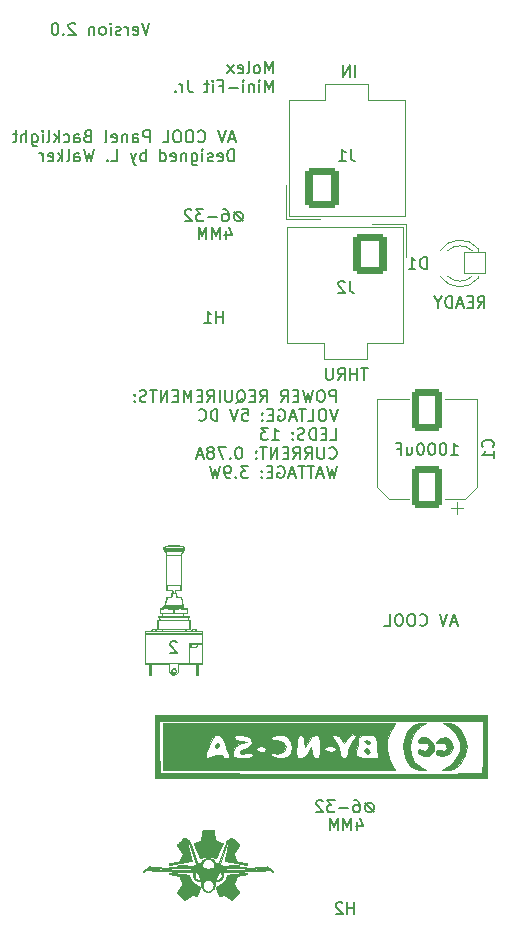
<source format=gbr>
%TF.GenerationSoftware,KiCad,Pcbnew,(6.0.9)*%
%TF.CreationDate,2022-12-07T12:03:19-09:00*%
%TF.ProjectId,AV COOL Panel,41562043-4f4f-44c2-9050-616e656c2e6b,rev?*%
%TF.SameCoordinates,Original*%
%TF.FileFunction,Legend,Bot*%
%TF.FilePolarity,Positive*%
%FSLAX46Y46*%
G04 Gerber Fmt 4.6, Leading zero omitted, Abs format (unit mm)*
G04 Created by KiCad (PCBNEW (6.0.9)) date 2022-12-07 12:03:19*
%MOMM*%
%LPD*%
G01*
G04 APERTURE LIST*
G04 Aperture macros list*
%AMRoundRect*
0 Rectangle with rounded corners*
0 $1 Rounding radius*
0 $2 $3 $4 $5 $6 $7 $8 $9 X,Y pos of 4 corners*
0 Add a 4 corners polygon primitive as box body*
4,1,4,$2,$3,$4,$5,$6,$7,$8,$9,$2,$3,0*
0 Add four circle primitives for the rounded corners*
1,1,$1+$1,$2,$3*
1,1,$1+$1,$4,$5*
1,1,$1+$1,$6,$7*
1,1,$1+$1,$8,$9*
0 Add four rect primitives between the rounded corners*
20,1,$1+$1,$2,$3,$4,$5,0*
20,1,$1+$1,$4,$5,$6,$7,0*
20,1,$1+$1,$6,$7,$8,$9,0*
20,1,$1+$1,$8,$9,$2,$3,0*%
G04 Aperture macros list end*
%ADD10C,0.150000*%
%ADD11C,0.100000*%
%ADD12C,0.010000*%
%ADD13C,0.120000*%
%ADD14C,4.400000*%
%ADD15RoundRect,0.300000X1.000000X-1.500000X1.000000X1.500000X-1.000000X1.500000X-1.000000X-1.500000X0*%
%ADD16RoundRect,0.050000X0.900000X0.900000X-0.900000X0.900000X-0.900000X-0.900000X0.900000X-0.900000X0*%
%ADD17C,1.900000*%
%ADD18RoundRect,0.300001X-1.099999X-1.399999X1.099999X-1.399999X1.099999X1.399999X-1.099999X1.399999X0*%
%ADD19O,2.800000X3.400000*%
%ADD20RoundRect,0.300001X1.099999X1.399999X-1.099999X1.399999X-1.099999X-1.399999X1.099999X-1.399999X0*%
G04 APERTURE END LIST*
D10*
X222376476Y-36790380D02*
X222043142Y-37790380D01*
X221709809Y-36790380D01*
X220995523Y-37742761D02*
X221090761Y-37790380D01*
X221281238Y-37790380D01*
X221376476Y-37742761D01*
X221424095Y-37647523D01*
X221424095Y-37266571D01*
X221376476Y-37171333D01*
X221281238Y-37123714D01*
X221090761Y-37123714D01*
X220995523Y-37171333D01*
X220947904Y-37266571D01*
X220947904Y-37361809D01*
X221424095Y-37457047D01*
X220519333Y-37790380D02*
X220519333Y-37123714D01*
X220519333Y-37314190D02*
X220471714Y-37218952D01*
X220424095Y-37171333D01*
X220328857Y-37123714D01*
X220233619Y-37123714D01*
X219947904Y-37742761D02*
X219852666Y-37790380D01*
X219662190Y-37790380D01*
X219566952Y-37742761D01*
X219519333Y-37647523D01*
X219519333Y-37599904D01*
X219566952Y-37504666D01*
X219662190Y-37457047D01*
X219805047Y-37457047D01*
X219900285Y-37409428D01*
X219947904Y-37314190D01*
X219947904Y-37266571D01*
X219900285Y-37171333D01*
X219805047Y-37123714D01*
X219662190Y-37123714D01*
X219566952Y-37171333D01*
X219090761Y-37790380D02*
X219090761Y-37123714D01*
X219090761Y-36790380D02*
X219138380Y-36838000D01*
X219090761Y-36885619D01*
X219043142Y-36838000D01*
X219090761Y-36790380D01*
X219090761Y-36885619D01*
X218471714Y-37790380D02*
X218566952Y-37742761D01*
X218614571Y-37695142D01*
X218662190Y-37599904D01*
X218662190Y-37314190D01*
X218614571Y-37218952D01*
X218566952Y-37171333D01*
X218471714Y-37123714D01*
X218328857Y-37123714D01*
X218233619Y-37171333D01*
X218186000Y-37218952D01*
X218138380Y-37314190D01*
X218138380Y-37599904D01*
X218186000Y-37695142D01*
X218233619Y-37742761D01*
X218328857Y-37790380D01*
X218471714Y-37790380D01*
X217709809Y-37123714D02*
X217709809Y-37790380D01*
X217709809Y-37218952D02*
X217662190Y-37171333D01*
X217566952Y-37123714D01*
X217424095Y-37123714D01*
X217328857Y-37171333D01*
X217281238Y-37266571D01*
X217281238Y-37790380D01*
X216090761Y-36885619D02*
X216043142Y-36838000D01*
X215947904Y-36790380D01*
X215709809Y-36790380D01*
X215614571Y-36838000D01*
X215566952Y-36885619D01*
X215519333Y-36980857D01*
X215519333Y-37076095D01*
X215566952Y-37218952D01*
X216138380Y-37790380D01*
X215519333Y-37790380D01*
X215090761Y-37695142D02*
X215043142Y-37742761D01*
X215090761Y-37790380D01*
X215138380Y-37742761D01*
X215090761Y-37695142D01*
X215090761Y-37790380D01*
X214424095Y-36790380D02*
X214328857Y-36790380D01*
X214233619Y-36838000D01*
X214186000Y-36885619D01*
X214138380Y-36980857D01*
X214090761Y-37171333D01*
X214090761Y-37409428D01*
X214138380Y-37599904D01*
X214186000Y-37695142D01*
X214233619Y-37742761D01*
X214328857Y-37790380D01*
X214424095Y-37790380D01*
X214519333Y-37742761D01*
X214566952Y-37695142D01*
X214614571Y-37599904D01*
X214662190Y-37409428D01*
X214662190Y-37171333D01*
X214614571Y-36980857D01*
X214566952Y-36885619D01*
X214519333Y-36838000D01*
X214424095Y-36790380D01*
X247895809Y-73350380D02*
X248467238Y-73350380D01*
X248181523Y-73350380D02*
X248181523Y-72350380D01*
X248276761Y-72493238D01*
X248372000Y-72588476D01*
X248467238Y-72636095D01*
X247276761Y-72350380D02*
X247181523Y-72350380D01*
X247086285Y-72398000D01*
X247038666Y-72445619D01*
X246991047Y-72540857D01*
X246943428Y-72731333D01*
X246943428Y-72969428D01*
X246991047Y-73159904D01*
X247038666Y-73255142D01*
X247086285Y-73302761D01*
X247181523Y-73350380D01*
X247276761Y-73350380D01*
X247372000Y-73302761D01*
X247419619Y-73255142D01*
X247467238Y-73159904D01*
X247514857Y-72969428D01*
X247514857Y-72731333D01*
X247467238Y-72540857D01*
X247419619Y-72445619D01*
X247372000Y-72398000D01*
X247276761Y-72350380D01*
X246324380Y-72350380D02*
X246229142Y-72350380D01*
X246133904Y-72398000D01*
X246086285Y-72445619D01*
X246038666Y-72540857D01*
X245991047Y-72731333D01*
X245991047Y-72969428D01*
X246038666Y-73159904D01*
X246086285Y-73255142D01*
X246133904Y-73302761D01*
X246229142Y-73350380D01*
X246324380Y-73350380D01*
X246419619Y-73302761D01*
X246467238Y-73255142D01*
X246514857Y-73159904D01*
X246562476Y-72969428D01*
X246562476Y-72731333D01*
X246514857Y-72540857D01*
X246467238Y-72445619D01*
X246419619Y-72398000D01*
X246324380Y-72350380D01*
X245372000Y-72350380D02*
X245276761Y-72350380D01*
X245181523Y-72398000D01*
X245133904Y-72445619D01*
X245086285Y-72540857D01*
X245038666Y-72731333D01*
X245038666Y-72969428D01*
X245086285Y-73159904D01*
X245133904Y-73255142D01*
X245181523Y-73302761D01*
X245276761Y-73350380D01*
X245372000Y-73350380D01*
X245467238Y-73302761D01*
X245514857Y-73255142D01*
X245562476Y-73159904D01*
X245610095Y-72969428D01*
X245610095Y-72731333D01*
X245562476Y-72540857D01*
X245514857Y-72445619D01*
X245467238Y-72398000D01*
X245372000Y-72350380D01*
X244181523Y-72683714D02*
X244181523Y-73350380D01*
X244610095Y-72683714D02*
X244610095Y-73207523D01*
X244562476Y-73302761D01*
X244467238Y-73350380D01*
X244324380Y-73350380D01*
X244229142Y-73302761D01*
X244181523Y-73255142D01*
X243372000Y-72826571D02*
X243705333Y-72826571D01*
X243705333Y-73350380D02*
X243705333Y-72350380D01*
X243229142Y-72350380D01*
X238170404Y-68860380D02*
X238170404Y-67860380D01*
X237789452Y-67860380D01*
X237694214Y-67908000D01*
X237646595Y-67955619D01*
X237598976Y-68050857D01*
X237598976Y-68193714D01*
X237646595Y-68288952D01*
X237694214Y-68336571D01*
X237789452Y-68384190D01*
X238170404Y-68384190D01*
X236979928Y-67860380D02*
X236789452Y-67860380D01*
X236694214Y-67908000D01*
X236598976Y-68003238D01*
X236551357Y-68193714D01*
X236551357Y-68527047D01*
X236598976Y-68717523D01*
X236694214Y-68812761D01*
X236789452Y-68860380D01*
X236979928Y-68860380D01*
X237075166Y-68812761D01*
X237170404Y-68717523D01*
X237218023Y-68527047D01*
X237218023Y-68193714D01*
X237170404Y-68003238D01*
X237075166Y-67908000D01*
X236979928Y-67860380D01*
X236218023Y-67860380D02*
X235979928Y-68860380D01*
X235789452Y-68146095D01*
X235598976Y-68860380D01*
X235360880Y-67860380D01*
X234979928Y-68336571D02*
X234646595Y-68336571D01*
X234503738Y-68860380D02*
X234979928Y-68860380D01*
X234979928Y-67860380D01*
X234503738Y-67860380D01*
X233503738Y-68860380D02*
X233837071Y-68384190D01*
X234075166Y-68860380D02*
X234075166Y-67860380D01*
X233694214Y-67860380D01*
X233598976Y-67908000D01*
X233551357Y-67955619D01*
X233503738Y-68050857D01*
X233503738Y-68193714D01*
X233551357Y-68288952D01*
X233598976Y-68336571D01*
X233694214Y-68384190D01*
X234075166Y-68384190D01*
X231741833Y-68860380D02*
X232075166Y-68384190D01*
X232313261Y-68860380D02*
X232313261Y-67860380D01*
X231932309Y-67860380D01*
X231837071Y-67908000D01*
X231789452Y-67955619D01*
X231741833Y-68050857D01*
X231741833Y-68193714D01*
X231789452Y-68288952D01*
X231837071Y-68336571D01*
X231932309Y-68384190D01*
X232313261Y-68384190D01*
X231313261Y-68336571D02*
X230979928Y-68336571D01*
X230837071Y-68860380D02*
X231313261Y-68860380D01*
X231313261Y-67860380D01*
X230837071Y-67860380D01*
X229741833Y-68955619D02*
X229837071Y-68908000D01*
X229932309Y-68812761D01*
X230075166Y-68669904D01*
X230170404Y-68622285D01*
X230265642Y-68622285D01*
X230218023Y-68860380D02*
X230313261Y-68812761D01*
X230408500Y-68717523D01*
X230456119Y-68527047D01*
X230456119Y-68193714D01*
X230408500Y-68003238D01*
X230313261Y-67908000D01*
X230218023Y-67860380D01*
X230027547Y-67860380D01*
X229932309Y-67908000D01*
X229837071Y-68003238D01*
X229789452Y-68193714D01*
X229789452Y-68527047D01*
X229837071Y-68717523D01*
X229932309Y-68812761D01*
X230027547Y-68860380D01*
X230218023Y-68860380D01*
X229360880Y-67860380D02*
X229360880Y-68669904D01*
X229313261Y-68765142D01*
X229265642Y-68812761D01*
X229170404Y-68860380D01*
X228979928Y-68860380D01*
X228884690Y-68812761D01*
X228837071Y-68765142D01*
X228789452Y-68669904D01*
X228789452Y-67860380D01*
X228313261Y-68860380D02*
X228313261Y-67860380D01*
X227265642Y-68860380D02*
X227598976Y-68384190D01*
X227837071Y-68860380D02*
X227837071Y-67860380D01*
X227456119Y-67860380D01*
X227360880Y-67908000D01*
X227313261Y-67955619D01*
X227265642Y-68050857D01*
X227265642Y-68193714D01*
X227313261Y-68288952D01*
X227360880Y-68336571D01*
X227456119Y-68384190D01*
X227837071Y-68384190D01*
X226837071Y-68336571D02*
X226503738Y-68336571D01*
X226360880Y-68860380D02*
X226837071Y-68860380D01*
X226837071Y-67860380D01*
X226360880Y-67860380D01*
X225932309Y-68860380D02*
X225932309Y-67860380D01*
X225598976Y-68574666D01*
X225265642Y-67860380D01*
X225265642Y-68860380D01*
X224789452Y-68336571D02*
X224456119Y-68336571D01*
X224313261Y-68860380D02*
X224789452Y-68860380D01*
X224789452Y-67860380D01*
X224313261Y-67860380D01*
X223884690Y-68860380D02*
X223884690Y-67860380D01*
X223313261Y-68860380D01*
X223313261Y-67860380D01*
X222979928Y-67860380D02*
X222408500Y-67860380D01*
X222694214Y-68860380D02*
X222694214Y-67860380D01*
X222122785Y-68812761D02*
X221979928Y-68860380D01*
X221741833Y-68860380D01*
X221646595Y-68812761D01*
X221598976Y-68765142D01*
X221551357Y-68669904D01*
X221551357Y-68574666D01*
X221598976Y-68479428D01*
X221646595Y-68431809D01*
X221741833Y-68384190D01*
X221932309Y-68336571D01*
X222027547Y-68288952D01*
X222075166Y-68241333D01*
X222122785Y-68146095D01*
X222122785Y-68050857D01*
X222075166Y-67955619D01*
X222027547Y-67908000D01*
X221932309Y-67860380D01*
X221694214Y-67860380D01*
X221551357Y-67908000D01*
X221122785Y-68765142D02*
X221075166Y-68812761D01*
X221122785Y-68860380D01*
X221170404Y-68812761D01*
X221122785Y-68765142D01*
X221122785Y-68860380D01*
X221122785Y-68241333D02*
X221075166Y-68288952D01*
X221122785Y-68336571D01*
X221170404Y-68288952D01*
X221122785Y-68241333D01*
X221122785Y-68336571D01*
X238313261Y-69470380D02*
X237979928Y-70470380D01*
X237646595Y-69470380D01*
X237122785Y-69470380D02*
X236932309Y-69470380D01*
X236837071Y-69518000D01*
X236741833Y-69613238D01*
X236694214Y-69803714D01*
X236694214Y-70137047D01*
X236741833Y-70327523D01*
X236837071Y-70422761D01*
X236932309Y-70470380D01*
X237122785Y-70470380D01*
X237218023Y-70422761D01*
X237313261Y-70327523D01*
X237360880Y-70137047D01*
X237360880Y-69803714D01*
X237313261Y-69613238D01*
X237218023Y-69518000D01*
X237122785Y-69470380D01*
X235789452Y-70470380D02*
X236265642Y-70470380D01*
X236265642Y-69470380D01*
X235598976Y-69470380D02*
X235027547Y-69470380D01*
X235313261Y-70470380D02*
X235313261Y-69470380D01*
X234741833Y-70184666D02*
X234265642Y-70184666D01*
X234837071Y-70470380D02*
X234503738Y-69470380D01*
X234170404Y-70470380D01*
X233313261Y-69518000D02*
X233408500Y-69470380D01*
X233551357Y-69470380D01*
X233694214Y-69518000D01*
X233789452Y-69613238D01*
X233837071Y-69708476D01*
X233884690Y-69898952D01*
X233884690Y-70041809D01*
X233837071Y-70232285D01*
X233789452Y-70327523D01*
X233694214Y-70422761D01*
X233551357Y-70470380D01*
X233456119Y-70470380D01*
X233313261Y-70422761D01*
X233265642Y-70375142D01*
X233265642Y-70041809D01*
X233456119Y-70041809D01*
X232837071Y-69946571D02*
X232503738Y-69946571D01*
X232360880Y-70470380D02*
X232837071Y-70470380D01*
X232837071Y-69470380D01*
X232360880Y-69470380D01*
X231932309Y-70375142D02*
X231884690Y-70422761D01*
X231932309Y-70470380D01*
X231979928Y-70422761D01*
X231932309Y-70375142D01*
X231932309Y-70470380D01*
X231932309Y-69851333D02*
X231884690Y-69898952D01*
X231932309Y-69946571D01*
X231979928Y-69898952D01*
X231932309Y-69851333D01*
X231932309Y-69946571D01*
X230218023Y-69470380D02*
X230694214Y-69470380D01*
X230741833Y-69946571D01*
X230694214Y-69898952D01*
X230598976Y-69851333D01*
X230360880Y-69851333D01*
X230265642Y-69898952D01*
X230218023Y-69946571D01*
X230170404Y-70041809D01*
X230170404Y-70279904D01*
X230218023Y-70375142D01*
X230265642Y-70422761D01*
X230360880Y-70470380D01*
X230598976Y-70470380D01*
X230694214Y-70422761D01*
X230741833Y-70375142D01*
X229884690Y-69470380D02*
X229551357Y-70470380D01*
X229218023Y-69470380D01*
X228122785Y-70470380D02*
X228122785Y-69470380D01*
X227884690Y-69470380D01*
X227741833Y-69518000D01*
X227646595Y-69613238D01*
X227598976Y-69708476D01*
X227551357Y-69898952D01*
X227551357Y-70041809D01*
X227598976Y-70232285D01*
X227646595Y-70327523D01*
X227741833Y-70422761D01*
X227884690Y-70470380D01*
X228122785Y-70470380D01*
X226551357Y-70375142D02*
X226598976Y-70422761D01*
X226741833Y-70470380D01*
X226837071Y-70470380D01*
X226979928Y-70422761D01*
X227075166Y-70327523D01*
X227122785Y-70232285D01*
X227170404Y-70041809D01*
X227170404Y-69898952D01*
X227122785Y-69708476D01*
X227075166Y-69613238D01*
X226979928Y-69518000D01*
X226837071Y-69470380D01*
X226741833Y-69470380D01*
X226598976Y-69518000D01*
X226551357Y-69565619D01*
X237694214Y-72080380D02*
X238170404Y-72080380D01*
X238170404Y-71080380D01*
X237360880Y-71556571D02*
X237027547Y-71556571D01*
X236884690Y-72080380D02*
X237360880Y-72080380D01*
X237360880Y-71080380D01*
X236884690Y-71080380D01*
X236456119Y-72080380D02*
X236456119Y-71080380D01*
X236218023Y-71080380D01*
X236075166Y-71128000D01*
X235979928Y-71223238D01*
X235932309Y-71318476D01*
X235884690Y-71508952D01*
X235884690Y-71651809D01*
X235932309Y-71842285D01*
X235979928Y-71937523D01*
X236075166Y-72032761D01*
X236218023Y-72080380D01*
X236456119Y-72080380D01*
X235503738Y-72032761D02*
X235360880Y-72080380D01*
X235122785Y-72080380D01*
X235027547Y-72032761D01*
X234979928Y-71985142D01*
X234932309Y-71889904D01*
X234932309Y-71794666D01*
X234979928Y-71699428D01*
X235027547Y-71651809D01*
X235122785Y-71604190D01*
X235313261Y-71556571D01*
X235408500Y-71508952D01*
X235456119Y-71461333D01*
X235503738Y-71366095D01*
X235503738Y-71270857D01*
X235456119Y-71175619D01*
X235408500Y-71128000D01*
X235313261Y-71080380D01*
X235075166Y-71080380D01*
X234932309Y-71128000D01*
X234503738Y-71985142D02*
X234456119Y-72032761D01*
X234503738Y-72080380D01*
X234551357Y-72032761D01*
X234503738Y-71985142D01*
X234503738Y-72080380D01*
X234503738Y-71461333D02*
X234456119Y-71508952D01*
X234503738Y-71556571D01*
X234551357Y-71508952D01*
X234503738Y-71461333D01*
X234503738Y-71556571D01*
X232741833Y-72080380D02*
X233313261Y-72080380D01*
X233027547Y-72080380D02*
X233027547Y-71080380D01*
X233122785Y-71223238D01*
X233218023Y-71318476D01*
X233313261Y-71366095D01*
X232408500Y-71080380D02*
X231789452Y-71080380D01*
X232122785Y-71461333D01*
X231979928Y-71461333D01*
X231884690Y-71508952D01*
X231837071Y-71556571D01*
X231789452Y-71651809D01*
X231789452Y-71889904D01*
X231837071Y-71985142D01*
X231884690Y-72032761D01*
X231979928Y-72080380D01*
X232265642Y-72080380D01*
X232360880Y-72032761D01*
X232408500Y-71985142D01*
X237598976Y-73595142D02*
X237646595Y-73642761D01*
X237789452Y-73690380D01*
X237884690Y-73690380D01*
X238027547Y-73642761D01*
X238122785Y-73547523D01*
X238170404Y-73452285D01*
X238218023Y-73261809D01*
X238218023Y-73118952D01*
X238170404Y-72928476D01*
X238122785Y-72833238D01*
X238027547Y-72738000D01*
X237884690Y-72690380D01*
X237789452Y-72690380D01*
X237646595Y-72738000D01*
X237598976Y-72785619D01*
X237170404Y-72690380D02*
X237170404Y-73499904D01*
X237122785Y-73595142D01*
X237075166Y-73642761D01*
X236979928Y-73690380D01*
X236789452Y-73690380D01*
X236694214Y-73642761D01*
X236646595Y-73595142D01*
X236598976Y-73499904D01*
X236598976Y-72690380D01*
X235551357Y-73690380D02*
X235884690Y-73214190D01*
X236122785Y-73690380D02*
X236122785Y-72690380D01*
X235741833Y-72690380D01*
X235646595Y-72738000D01*
X235598976Y-72785619D01*
X235551357Y-72880857D01*
X235551357Y-73023714D01*
X235598976Y-73118952D01*
X235646595Y-73166571D01*
X235741833Y-73214190D01*
X236122785Y-73214190D01*
X234551357Y-73690380D02*
X234884690Y-73214190D01*
X235122785Y-73690380D02*
X235122785Y-72690380D01*
X234741833Y-72690380D01*
X234646595Y-72738000D01*
X234598976Y-72785619D01*
X234551357Y-72880857D01*
X234551357Y-73023714D01*
X234598976Y-73118952D01*
X234646595Y-73166571D01*
X234741833Y-73214190D01*
X235122785Y-73214190D01*
X234122785Y-73166571D02*
X233789452Y-73166571D01*
X233646595Y-73690380D02*
X234122785Y-73690380D01*
X234122785Y-72690380D01*
X233646595Y-72690380D01*
X233218023Y-73690380D02*
X233218023Y-72690380D01*
X232646595Y-73690380D01*
X232646595Y-72690380D01*
X232313261Y-72690380D02*
X231741833Y-72690380D01*
X232027547Y-73690380D02*
X232027547Y-72690380D01*
X231408500Y-73595142D02*
X231360880Y-73642761D01*
X231408500Y-73690380D01*
X231456119Y-73642761D01*
X231408500Y-73595142D01*
X231408500Y-73690380D01*
X231408500Y-73071333D02*
X231360880Y-73118952D01*
X231408500Y-73166571D01*
X231456119Y-73118952D01*
X231408500Y-73071333D01*
X231408500Y-73166571D01*
X229979928Y-72690380D02*
X229884690Y-72690380D01*
X229789452Y-72738000D01*
X229741833Y-72785619D01*
X229694214Y-72880857D01*
X229646595Y-73071333D01*
X229646595Y-73309428D01*
X229694214Y-73499904D01*
X229741833Y-73595142D01*
X229789452Y-73642761D01*
X229884690Y-73690380D01*
X229979928Y-73690380D01*
X230075166Y-73642761D01*
X230122785Y-73595142D01*
X230170404Y-73499904D01*
X230218023Y-73309428D01*
X230218023Y-73071333D01*
X230170404Y-72880857D01*
X230122785Y-72785619D01*
X230075166Y-72738000D01*
X229979928Y-72690380D01*
X229218023Y-73595142D02*
X229170404Y-73642761D01*
X229218023Y-73690380D01*
X229265642Y-73642761D01*
X229218023Y-73595142D01*
X229218023Y-73690380D01*
X228837071Y-72690380D02*
X228170404Y-72690380D01*
X228598976Y-73690380D01*
X227646595Y-73118952D02*
X227741833Y-73071333D01*
X227789452Y-73023714D01*
X227837071Y-72928476D01*
X227837071Y-72880857D01*
X227789452Y-72785619D01*
X227741833Y-72738000D01*
X227646595Y-72690380D01*
X227456119Y-72690380D01*
X227360880Y-72738000D01*
X227313261Y-72785619D01*
X227265642Y-72880857D01*
X227265642Y-72928476D01*
X227313261Y-73023714D01*
X227360880Y-73071333D01*
X227456119Y-73118952D01*
X227646595Y-73118952D01*
X227741833Y-73166571D01*
X227789452Y-73214190D01*
X227837071Y-73309428D01*
X227837071Y-73499904D01*
X227789452Y-73595142D01*
X227741833Y-73642761D01*
X227646595Y-73690380D01*
X227456119Y-73690380D01*
X227360880Y-73642761D01*
X227313261Y-73595142D01*
X227265642Y-73499904D01*
X227265642Y-73309428D01*
X227313261Y-73214190D01*
X227360880Y-73166571D01*
X227456119Y-73118952D01*
X226884690Y-73404666D02*
X226408500Y-73404666D01*
X226979928Y-73690380D02*
X226646595Y-72690380D01*
X226313261Y-73690380D01*
X238265642Y-74300380D02*
X238027547Y-75300380D01*
X237837071Y-74586095D01*
X237646595Y-75300380D01*
X237408500Y-74300380D01*
X237075166Y-75014666D02*
X236598976Y-75014666D01*
X237170404Y-75300380D02*
X236837071Y-74300380D01*
X236503738Y-75300380D01*
X236313261Y-74300380D02*
X235741833Y-74300380D01*
X236027547Y-75300380D02*
X236027547Y-74300380D01*
X235551357Y-74300380D02*
X234979928Y-74300380D01*
X235265642Y-75300380D02*
X235265642Y-74300380D01*
X234694214Y-75014666D02*
X234218023Y-75014666D01*
X234789452Y-75300380D02*
X234456119Y-74300380D01*
X234122785Y-75300380D01*
X233265642Y-74348000D02*
X233360880Y-74300380D01*
X233503738Y-74300380D01*
X233646595Y-74348000D01*
X233741833Y-74443238D01*
X233789452Y-74538476D01*
X233837071Y-74728952D01*
X233837071Y-74871809D01*
X233789452Y-75062285D01*
X233741833Y-75157523D01*
X233646595Y-75252761D01*
X233503738Y-75300380D01*
X233408500Y-75300380D01*
X233265642Y-75252761D01*
X233218023Y-75205142D01*
X233218023Y-74871809D01*
X233408500Y-74871809D01*
X232789452Y-74776571D02*
X232456119Y-74776571D01*
X232313261Y-75300380D02*
X232789452Y-75300380D01*
X232789452Y-74300380D01*
X232313261Y-74300380D01*
X231884690Y-75205142D02*
X231837071Y-75252761D01*
X231884690Y-75300380D01*
X231932309Y-75252761D01*
X231884690Y-75205142D01*
X231884690Y-75300380D01*
X231884690Y-74681333D02*
X231837071Y-74728952D01*
X231884690Y-74776571D01*
X231932309Y-74728952D01*
X231884690Y-74681333D01*
X231884690Y-74776571D01*
X230741833Y-74300380D02*
X230122785Y-74300380D01*
X230456119Y-74681333D01*
X230313261Y-74681333D01*
X230218023Y-74728952D01*
X230170404Y-74776571D01*
X230122785Y-74871809D01*
X230122785Y-75109904D01*
X230170404Y-75205142D01*
X230218023Y-75252761D01*
X230313261Y-75300380D01*
X230598976Y-75300380D01*
X230694214Y-75252761D01*
X230741833Y-75205142D01*
X229694214Y-75205142D02*
X229646595Y-75252761D01*
X229694214Y-75300380D01*
X229741833Y-75252761D01*
X229694214Y-75205142D01*
X229694214Y-75300380D01*
X229170404Y-75300380D02*
X228979928Y-75300380D01*
X228884690Y-75252761D01*
X228837071Y-75205142D01*
X228741833Y-75062285D01*
X228694214Y-74871809D01*
X228694214Y-74490857D01*
X228741833Y-74395619D01*
X228789452Y-74348000D01*
X228884690Y-74300380D01*
X229075166Y-74300380D01*
X229170404Y-74348000D01*
X229218023Y-74395619D01*
X229265642Y-74490857D01*
X229265642Y-74728952D01*
X229218023Y-74824190D01*
X229170404Y-74871809D01*
X229075166Y-74919428D01*
X228884690Y-74919428D01*
X228789452Y-74871809D01*
X228741833Y-74824190D01*
X228694214Y-74728952D01*
X228360880Y-74300380D02*
X228122785Y-75300380D01*
X227932309Y-74586095D01*
X227741833Y-75300380D01*
X227503738Y-74300380D01*
X239791809Y-41346380D02*
X239791809Y-40346380D01*
X239315619Y-41346380D02*
X239315619Y-40346380D01*
X238744190Y-41346380D01*
X238744190Y-40346380D01*
X240847333Y-66000380D02*
X240275904Y-66000380D01*
X240561619Y-67000380D02*
X240561619Y-66000380D01*
X239942571Y-67000380D02*
X239942571Y-66000380D01*
X239942571Y-66476571D02*
X239371142Y-66476571D01*
X239371142Y-67000380D02*
X239371142Y-66000380D01*
X238323523Y-67000380D02*
X238656857Y-66524190D01*
X238894952Y-67000380D02*
X238894952Y-66000380D01*
X238514000Y-66000380D01*
X238418761Y-66048000D01*
X238371142Y-66095619D01*
X238323523Y-66190857D01*
X238323523Y-66333714D01*
X238371142Y-66428952D01*
X238418761Y-66476571D01*
X238514000Y-66524190D01*
X238894952Y-66524190D01*
X237894952Y-66000380D02*
X237894952Y-66809904D01*
X237847333Y-66905142D01*
X237799714Y-66952761D01*
X237704476Y-67000380D01*
X237514000Y-67000380D01*
X237418761Y-66952761D01*
X237371142Y-66905142D01*
X237323523Y-66809904D01*
X237323523Y-66000380D01*
X248364000Y-87542666D02*
X247887809Y-87542666D01*
X248459238Y-87828380D02*
X248125904Y-86828380D01*
X247792571Y-87828380D01*
X247602095Y-86828380D02*
X247268761Y-87828380D01*
X246935428Y-86828380D01*
X245268761Y-87733142D02*
X245316380Y-87780761D01*
X245459238Y-87828380D01*
X245554476Y-87828380D01*
X245697333Y-87780761D01*
X245792571Y-87685523D01*
X245840190Y-87590285D01*
X245887809Y-87399809D01*
X245887809Y-87256952D01*
X245840190Y-87066476D01*
X245792571Y-86971238D01*
X245697333Y-86876000D01*
X245554476Y-86828380D01*
X245459238Y-86828380D01*
X245316380Y-86876000D01*
X245268761Y-86923619D01*
X244649714Y-86828380D02*
X244459238Y-86828380D01*
X244364000Y-86876000D01*
X244268761Y-86971238D01*
X244221142Y-87161714D01*
X244221142Y-87495047D01*
X244268761Y-87685523D01*
X244364000Y-87780761D01*
X244459238Y-87828380D01*
X244649714Y-87828380D01*
X244744952Y-87780761D01*
X244840190Y-87685523D01*
X244887809Y-87495047D01*
X244887809Y-87161714D01*
X244840190Y-86971238D01*
X244744952Y-86876000D01*
X244649714Y-86828380D01*
X243602095Y-86828380D02*
X243411619Y-86828380D01*
X243316380Y-86876000D01*
X243221142Y-86971238D01*
X243173523Y-87161714D01*
X243173523Y-87495047D01*
X243221142Y-87685523D01*
X243316380Y-87780761D01*
X243411619Y-87828380D01*
X243602095Y-87828380D01*
X243697333Y-87780761D01*
X243792571Y-87685523D01*
X243840190Y-87495047D01*
X243840190Y-87161714D01*
X243792571Y-86971238D01*
X243697333Y-86876000D01*
X243602095Y-86828380D01*
X242268761Y-87828380D02*
X242744952Y-87828380D01*
X242744952Y-86828380D01*
X229582023Y-46605666D02*
X229105833Y-46605666D01*
X229677261Y-46891380D02*
X229343928Y-45891380D01*
X229010595Y-46891380D01*
X228820119Y-45891380D02*
X228486785Y-46891380D01*
X228153452Y-45891380D01*
X226486785Y-46796142D02*
X226534404Y-46843761D01*
X226677261Y-46891380D01*
X226772500Y-46891380D01*
X226915357Y-46843761D01*
X227010595Y-46748523D01*
X227058214Y-46653285D01*
X227105833Y-46462809D01*
X227105833Y-46319952D01*
X227058214Y-46129476D01*
X227010595Y-46034238D01*
X226915357Y-45939000D01*
X226772500Y-45891380D01*
X226677261Y-45891380D01*
X226534404Y-45939000D01*
X226486785Y-45986619D01*
X225867738Y-45891380D02*
X225677261Y-45891380D01*
X225582023Y-45939000D01*
X225486785Y-46034238D01*
X225439166Y-46224714D01*
X225439166Y-46558047D01*
X225486785Y-46748523D01*
X225582023Y-46843761D01*
X225677261Y-46891380D01*
X225867738Y-46891380D01*
X225962976Y-46843761D01*
X226058214Y-46748523D01*
X226105833Y-46558047D01*
X226105833Y-46224714D01*
X226058214Y-46034238D01*
X225962976Y-45939000D01*
X225867738Y-45891380D01*
X224820119Y-45891380D02*
X224629642Y-45891380D01*
X224534404Y-45939000D01*
X224439166Y-46034238D01*
X224391547Y-46224714D01*
X224391547Y-46558047D01*
X224439166Y-46748523D01*
X224534404Y-46843761D01*
X224629642Y-46891380D01*
X224820119Y-46891380D01*
X224915357Y-46843761D01*
X225010595Y-46748523D01*
X225058214Y-46558047D01*
X225058214Y-46224714D01*
X225010595Y-46034238D01*
X224915357Y-45939000D01*
X224820119Y-45891380D01*
X223486785Y-46891380D02*
X223962976Y-46891380D01*
X223962976Y-45891380D01*
X222391547Y-46891380D02*
X222391547Y-45891380D01*
X222010595Y-45891380D01*
X221915357Y-45939000D01*
X221867738Y-45986619D01*
X221820119Y-46081857D01*
X221820119Y-46224714D01*
X221867738Y-46319952D01*
X221915357Y-46367571D01*
X222010595Y-46415190D01*
X222391547Y-46415190D01*
X220962976Y-46891380D02*
X220962976Y-46367571D01*
X221010595Y-46272333D01*
X221105833Y-46224714D01*
X221296309Y-46224714D01*
X221391547Y-46272333D01*
X220962976Y-46843761D02*
X221058214Y-46891380D01*
X221296309Y-46891380D01*
X221391547Y-46843761D01*
X221439166Y-46748523D01*
X221439166Y-46653285D01*
X221391547Y-46558047D01*
X221296309Y-46510428D01*
X221058214Y-46510428D01*
X220962976Y-46462809D01*
X220486785Y-46224714D02*
X220486785Y-46891380D01*
X220486785Y-46319952D02*
X220439166Y-46272333D01*
X220343928Y-46224714D01*
X220201071Y-46224714D01*
X220105833Y-46272333D01*
X220058214Y-46367571D01*
X220058214Y-46891380D01*
X219201071Y-46843761D02*
X219296309Y-46891380D01*
X219486785Y-46891380D01*
X219582023Y-46843761D01*
X219629642Y-46748523D01*
X219629642Y-46367571D01*
X219582023Y-46272333D01*
X219486785Y-46224714D01*
X219296309Y-46224714D01*
X219201071Y-46272333D01*
X219153452Y-46367571D01*
X219153452Y-46462809D01*
X219629642Y-46558047D01*
X218582023Y-46891380D02*
X218677261Y-46843761D01*
X218724880Y-46748523D01*
X218724880Y-45891380D01*
X217105833Y-46367571D02*
X216962976Y-46415190D01*
X216915357Y-46462809D01*
X216867738Y-46558047D01*
X216867738Y-46700904D01*
X216915357Y-46796142D01*
X216962976Y-46843761D01*
X217058214Y-46891380D01*
X217439166Y-46891380D01*
X217439166Y-45891380D01*
X217105833Y-45891380D01*
X217010595Y-45939000D01*
X216962976Y-45986619D01*
X216915357Y-46081857D01*
X216915357Y-46177095D01*
X216962976Y-46272333D01*
X217010595Y-46319952D01*
X217105833Y-46367571D01*
X217439166Y-46367571D01*
X216010595Y-46891380D02*
X216010595Y-46367571D01*
X216058214Y-46272333D01*
X216153452Y-46224714D01*
X216343928Y-46224714D01*
X216439166Y-46272333D01*
X216010595Y-46843761D02*
X216105833Y-46891380D01*
X216343928Y-46891380D01*
X216439166Y-46843761D01*
X216486785Y-46748523D01*
X216486785Y-46653285D01*
X216439166Y-46558047D01*
X216343928Y-46510428D01*
X216105833Y-46510428D01*
X216010595Y-46462809D01*
X215105833Y-46843761D02*
X215201071Y-46891380D01*
X215391547Y-46891380D01*
X215486785Y-46843761D01*
X215534404Y-46796142D01*
X215582023Y-46700904D01*
X215582023Y-46415190D01*
X215534404Y-46319952D01*
X215486785Y-46272333D01*
X215391547Y-46224714D01*
X215201071Y-46224714D01*
X215105833Y-46272333D01*
X214677261Y-46891380D02*
X214677261Y-45891380D01*
X214582023Y-46510428D02*
X214296309Y-46891380D01*
X214296309Y-46224714D02*
X214677261Y-46605666D01*
X213724880Y-46891380D02*
X213820119Y-46843761D01*
X213867738Y-46748523D01*
X213867738Y-45891380D01*
X213343928Y-46891380D02*
X213343928Y-46224714D01*
X213343928Y-45891380D02*
X213391547Y-45939000D01*
X213343928Y-45986619D01*
X213296309Y-45939000D01*
X213343928Y-45891380D01*
X213343928Y-45986619D01*
X212439166Y-46224714D02*
X212439166Y-47034238D01*
X212486785Y-47129476D01*
X212534404Y-47177095D01*
X212629642Y-47224714D01*
X212772500Y-47224714D01*
X212867738Y-47177095D01*
X212439166Y-46843761D02*
X212534404Y-46891380D01*
X212724880Y-46891380D01*
X212820119Y-46843761D01*
X212867738Y-46796142D01*
X212915357Y-46700904D01*
X212915357Y-46415190D01*
X212867738Y-46319952D01*
X212820119Y-46272333D01*
X212724880Y-46224714D01*
X212534404Y-46224714D01*
X212439166Y-46272333D01*
X211962976Y-46891380D02*
X211962976Y-45891380D01*
X211534404Y-46891380D02*
X211534404Y-46367571D01*
X211582023Y-46272333D01*
X211677261Y-46224714D01*
X211820119Y-46224714D01*
X211915357Y-46272333D01*
X211962976Y-46319952D01*
X211201071Y-46224714D02*
X210820119Y-46224714D01*
X211058214Y-45891380D02*
X211058214Y-46748523D01*
X211010595Y-46843761D01*
X210915357Y-46891380D01*
X210820119Y-46891380D01*
X229534404Y-48501380D02*
X229534404Y-47501380D01*
X229296309Y-47501380D01*
X229153452Y-47549000D01*
X229058214Y-47644238D01*
X229010595Y-47739476D01*
X228962976Y-47929952D01*
X228962976Y-48072809D01*
X229010595Y-48263285D01*
X229058214Y-48358523D01*
X229153452Y-48453761D01*
X229296309Y-48501380D01*
X229534404Y-48501380D01*
X228153452Y-48453761D02*
X228248690Y-48501380D01*
X228439166Y-48501380D01*
X228534404Y-48453761D01*
X228582023Y-48358523D01*
X228582023Y-47977571D01*
X228534404Y-47882333D01*
X228439166Y-47834714D01*
X228248690Y-47834714D01*
X228153452Y-47882333D01*
X228105833Y-47977571D01*
X228105833Y-48072809D01*
X228582023Y-48168047D01*
X227724880Y-48453761D02*
X227629642Y-48501380D01*
X227439166Y-48501380D01*
X227343928Y-48453761D01*
X227296309Y-48358523D01*
X227296309Y-48310904D01*
X227343928Y-48215666D01*
X227439166Y-48168047D01*
X227582023Y-48168047D01*
X227677261Y-48120428D01*
X227724880Y-48025190D01*
X227724880Y-47977571D01*
X227677261Y-47882333D01*
X227582023Y-47834714D01*
X227439166Y-47834714D01*
X227343928Y-47882333D01*
X226867738Y-48501380D02*
X226867738Y-47834714D01*
X226867738Y-47501380D02*
X226915357Y-47549000D01*
X226867738Y-47596619D01*
X226820119Y-47549000D01*
X226867738Y-47501380D01*
X226867738Y-47596619D01*
X225962976Y-47834714D02*
X225962976Y-48644238D01*
X226010595Y-48739476D01*
X226058214Y-48787095D01*
X226153452Y-48834714D01*
X226296309Y-48834714D01*
X226391547Y-48787095D01*
X225962976Y-48453761D02*
X226058214Y-48501380D01*
X226248690Y-48501380D01*
X226343928Y-48453761D01*
X226391547Y-48406142D01*
X226439166Y-48310904D01*
X226439166Y-48025190D01*
X226391547Y-47929952D01*
X226343928Y-47882333D01*
X226248690Y-47834714D01*
X226058214Y-47834714D01*
X225962976Y-47882333D01*
X225486785Y-47834714D02*
X225486785Y-48501380D01*
X225486785Y-47929952D02*
X225439166Y-47882333D01*
X225343928Y-47834714D01*
X225201071Y-47834714D01*
X225105833Y-47882333D01*
X225058214Y-47977571D01*
X225058214Y-48501380D01*
X224201071Y-48453761D02*
X224296309Y-48501380D01*
X224486785Y-48501380D01*
X224582023Y-48453761D01*
X224629642Y-48358523D01*
X224629642Y-47977571D01*
X224582023Y-47882333D01*
X224486785Y-47834714D01*
X224296309Y-47834714D01*
X224201071Y-47882333D01*
X224153452Y-47977571D01*
X224153452Y-48072809D01*
X224629642Y-48168047D01*
X223296309Y-48501380D02*
X223296309Y-47501380D01*
X223296309Y-48453761D02*
X223391547Y-48501380D01*
X223582023Y-48501380D01*
X223677261Y-48453761D01*
X223724880Y-48406142D01*
X223772500Y-48310904D01*
X223772500Y-48025190D01*
X223724880Y-47929952D01*
X223677261Y-47882333D01*
X223582023Y-47834714D01*
X223391547Y-47834714D01*
X223296309Y-47882333D01*
X222058214Y-48501380D02*
X222058214Y-47501380D01*
X222058214Y-47882333D02*
X221962976Y-47834714D01*
X221772500Y-47834714D01*
X221677261Y-47882333D01*
X221629642Y-47929952D01*
X221582023Y-48025190D01*
X221582023Y-48310904D01*
X221629642Y-48406142D01*
X221677261Y-48453761D01*
X221772500Y-48501380D01*
X221962976Y-48501380D01*
X222058214Y-48453761D01*
X221248690Y-47834714D02*
X221010595Y-48501380D01*
X220772500Y-47834714D02*
X221010595Y-48501380D01*
X221105833Y-48739476D01*
X221153452Y-48787095D01*
X221248690Y-48834714D01*
X219153452Y-48501380D02*
X219629642Y-48501380D01*
X219629642Y-47501380D01*
X218820119Y-48406142D02*
X218772500Y-48453761D01*
X218820119Y-48501380D01*
X218867738Y-48453761D01*
X218820119Y-48406142D01*
X218820119Y-48501380D01*
X217677261Y-47501380D02*
X217439166Y-48501380D01*
X217248690Y-47787095D01*
X217058214Y-48501380D01*
X216820119Y-47501380D01*
X216010595Y-48501380D02*
X216010595Y-47977571D01*
X216058214Y-47882333D01*
X216153452Y-47834714D01*
X216343928Y-47834714D01*
X216439166Y-47882333D01*
X216010595Y-48453761D02*
X216105833Y-48501380D01*
X216343928Y-48501380D01*
X216439166Y-48453761D01*
X216486785Y-48358523D01*
X216486785Y-48263285D01*
X216439166Y-48168047D01*
X216343928Y-48120428D01*
X216105833Y-48120428D01*
X216010595Y-48072809D01*
X215391547Y-48501380D02*
X215486785Y-48453761D01*
X215534404Y-48358523D01*
X215534404Y-47501380D01*
X215010595Y-48501380D02*
X215010595Y-47501380D01*
X214915357Y-48120428D02*
X214629642Y-48501380D01*
X214629642Y-47834714D02*
X215010595Y-48215666D01*
X213820119Y-48453761D02*
X213915357Y-48501380D01*
X214105833Y-48501380D01*
X214201071Y-48453761D01*
X214248690Y-48358523D01*
X214248690Y-47977571D01*
X214201071Y-47882333D01*
X214105833Y-47834714D01*
X213915357Y-47834714D01*
X213820119Y-47882333D01*
X213772500Y-47977571D01*
X213772500Y-48072809D01*
X214248690Y-48168047D01*
X213343928Y-48501380D02*
X213343928Y-47834714D01*
X213343928Y-48025190D02*
X213296309Y-47929952D01*
X213248690Y-47882333D01*
X213153452Y-47834714D01*
X213058214Y-47834714D01*
X232836404Y-41049380D02*
X232836404Y-40049380D01*
X232503071Y-40763666D01*
X232169738Y-40049380D01*
X232169738Y-41049380D01*
X231550690Y-41049380D02*
X231645928Y-41001761D01*
X231693547Y-40954142D01*
X231741166Y-40858904D01*
X231741166Y-40573190D01*
X231693547Y-40477952D01*
X231645928Y-40430333D01*
X231550690Y-40382714D01*
X231407833Y-40382714D01*
X231312595Y-40430333D01*
X231264976Y-40477952D01*
X231217357Y-40573190D01*
X231217357Y-40858904D01*
X231264976Y-40954142D01*
X231312595Y-41001761D01*
X231407833Y-41049380D01*
X231550690Y-41049380D01*
X230645928Y-41049380D02*
X230741166Y-41001761D01*
X230788785Y-40906523D01*
X230788785Y-40049380D01*
X229884023Y-41001761D02*
X229979261Y-41049380D01*
X230169738Y-41049380D01*
X230264976Y-41001761D01*
X230312595Y-40906523D01*
X230312595Y-40525571D01*
X230264976Y-40430333D01*
X230169738Y-40382714D01*
X229979261Y-40382714D01*
X229884023Y-40430333D01*
X229836404Y-40525571D01*
X229836404Y-40620809D01*
X230312595Y-40716047D01*
X229503071Y-41049380D02*
X228979261Y-40382714D01*
X229503071Y-40382714D02*
X228979261Y-41049380D01*
X232836404Y-42659380D02*
X232836404Y-41659380D01*
X232503071Y-42373666D01*
X232169738Y-41659380D01*
X232169738Y-42659380D01*
X231693547Y-42659380D02*
X231693547Y-41992714D01*
X231693547Y-41659380D02*
X231741166Y-41707000D01*
X231693547Y-41754619D01*
X231645928Y-41707000D01*
X231693547Y-41659380D01*
X231693547Y-41754619D01*
X231217357Y-41992714D02*
X231217357Y-42659380D01*
X231217357Y-42087952D02*
X231169738Y-42040333D01*
X231074500Y-41992714D01*
X230931642Y-41992714D01*
X230836404Y-42040333D01*
X230788785Y-42135571D01*
X230788785Y-42659380D01*
X230312595Y-42659380D02*
X230312595Y-41992714D01*
X230312595Y-41659380D02*
X230360214Y-41707000D01*
X230312595Y-41754619D01*
X230264976Y-41707000D01*
X230312595Y-41659380D01*
X230312595Y-41754619D01*
X229836404Y-42278428D02*
X229074500Y-42278428D01*
X228264976Y-42135571D02*
X228598309Y-42135571D01*
X228598309Y-42659380D02*
X228598309Y-41659380D01*
X228122119Y-41659380D01*
X227741166Y-42659380D02*
X227741166Y-41992714D01*
X227741166Y-41659380D02*
X227788785Y-41707000D01*
X227741166Y-41754619D01*
X227693547Y-41707000D01*
X227741166Y-41659380D01*
X227741166Y-41754619D01*
X227407833Y-41992714D02*
X227026880Y-41992714D01*
X227264976Y-41659380D02*
X227264976Y-42516523D01*
X227217357Y-42611761D01*
X227122119Y-42659380D01*
X227026880Y-42659380D01*
X225645928Y-41659380D02*
X225645928Y-42373666D01*
X225693547Y-42516523D01*
X225788785Y-42611761D01*
X225931642Y-42659380D01*
X226026880Y-42659380D01*
X225169738Y-42659380D02*
X225169738Y-41992714D01*
X225169738Y-42183190D02*
X225122119Y-42087952D01*
X225074500Y-42040333D01*
X224979261Y-41992714D01*
X224884023Y-41992714D01*
X224550690Y-42564142D02*
X224503071Y-42611761D01*
X224550690Y-42659380D01*
X224598309Y-42611761D01*
X224550690Y-42564142D01*
X224550690Y-42659380D01*
X250166000Y-60904380D02*
X250499333Y-60428190D01*
X250737428Y-60904380D02*
X250737428Y-59904380D01*
X250356476Y-59904380D01*
X250261238Y-59952000D01*
X250213619Y-59999619D01*
X250166000Y-60094857D01*
X250166000Y-60237714D01*
X250213619Y-60332952D01*
X250261238Y-60380571D01*
X250356476Y-60428190D01*
X250737428Y-60428190D01*
X249737428Y-60380571D02*
X249404095Y-60380571D01*
X249261238Y-60904380D02*
X249737428Y-60904380D01*
X249737428Y-59904380D01*
X249261238Y-59904380D01*
X248880285Y-60618666D02*
X248404095Y-60618666D01*
X248975523Y-60904380D02*
X248642190Y-59904380D01*
X248308857Y-60904380D01*
X247975523Y-60904380D02*
X247975523Y-59904380D01*
X247737428Y-59904380D01*
X247594571Y-59952000D01*
X247499333Y-60047238D01*
X247451714Y-60142476D01*
X247404095Y-60332952D01*
X247404095Y-60475809D01*
X247451714Y-60666285D01*
X247499333Y-60761523D01*
X247594571Y-60856761D01*
X247737428Y-60904380D01*
X247975523Y-60904380D01*
X246785047Y-60428190D02*
X246785047Y-60904380D01*
X247118380Y-59904380D02*
X246785047Y-60428190D01*
X246451714Y-59904380D01*
%TO.C,REF\u002A\u002A*%
X229980857Y-52802476D02*
X229790380Y-52802476D01*
X229599904Y-52897714D01*
X229504666Y-53088190D01*
X229504666Y-53278666D01*
X229599904Y-53469142D01*
X229790380Y-53564380D01*
X229980857Y-53564380D01*
X230171333Y-53469142D01*
X230266571Y-53278666D01*
X230266571Y-53088190D01*
X230171333Y-52897714D01*
X229980857Y-52802476D01*
X229504666Y-52802476D02*
X230266571Y-53564380D01*
X228599904Y-52564380D02*
X228790380Y-52564380D01*
X228885619Y-52612000D01*
X228933238Y-52659619D01*
X229028476Y-52802476D01*
X229076095Y-52992952D01*
X229076095Y-53373904D01*
X229028476Y-53469142D01*
X228980857Y-53516761D01*
X228885619Y-53564380D01*
X228695142Y-53564380D01*
X228599904Y-53516761D01*
X228552285Y-53469142D01*
X228504666Y-53373904D01*
X228504666Y-53135809D01*
X228552285Y-53040571D01*
X228599904Y-52992952D01*
X228695142Y-52945333D01*
X228885619Y-52945333D01*
X228980857Y-52992952D01*
X229028476Y-53040571D01*
X229076095Y-53135809D01*
X228076095Y-53183428D02*
X227314190Y-53183428D01*
X226933238Y-52564380D02*
X226314190Y-52564380D01*
X226647523Y-52945333D01*
X226504666Y-52945333D01*
X226409428Y-52992952D01*
X226361809Y-53040571D01*
X226314190Y-53135809D01*
X226314190Y-53373904D01*
X226361809Y-53469142D01*
X226409428Y-53516761D01*
X226504666Y-53564380D01*
X226790380Y-53564380D01*
X226885619Y-53516761D01*
X226933238Y-53469142D01*
X225933238Y-52659619D02*
X225885619Y-52612000D01*
X225790380Y-52564380D01*
X225552285Y-52564380D01*
X225457047Y-52612000D01*
X225409428Y-52659619D01*
X225361809Y-52754857D01*
X225361809Y-52850095D01*
X225409428Y-52992952D01*
X225980857Y-53564380D01*
X225361809Y-53564380D01*
X228865380Y-54422714D02*
X228865380Y-55089380D01*
X229103476Y-54041761D02*
X229341571Y-54756047D01*
X228722523Y-54756047D01*
X228341571Y-55089380D02*
X228341571Y-54089380D01*
X228008238Y-54803666D01*
X227674904Y-54089380D01*
X227674904Y-55089380D01*
X227198714Y-55089380D02*
X227198714Y-54089380D01*
X226865380Y-54803666D01*
X226532047Y-54089380D01*
X226532047Y-55089380D01*
X228599904Y-62174380D02*
X228599904Y-61174380D01*
X228599904Y-61650571D02*
X228028476Y-61650571D01*
X228028476Y-62174380D02*
X228028476Y-61174380D01*
X227028476Y-62174380D02*
X227599904Y-62174380D01*
X227314190Y-62174380D02*
X227314190Y-61174380D01*
X227409428Y-61317238D01*
X227504666Y-61412476D01*
X227599904Y-61460095D01*
X239712423Y-112212390D02*
X239712423Y-111212390D01*
X239712423Y-111688581D02*
X239140995Y-111688581D01*
X239140995Y-112212390D02*
X239140995Y-111212390D01*
X238712423Y-111307629D02*
X238664804Y-111260010D01*
X238569566Y-111212390D01*
X238331471Y-111212390D01*
X238236233Y-111260010D01*
X238188614Y-111307629D01*
X238140995Y-111402867D01*
X238140995Y-111498105D01*
X238188614Y-111640962D01*
X238760042Y-112212390D01*
X238140995Y-112212390D01*
X239977899Y-104460724D02*
X239977899Y-105127390D01*
X240215995Y-104079771D02*
X240454090Y-104794057D01*
X239835042Y-104794057D01*
X239454090Y-105127390D02*
X239454090Y-104127390D01*
X239120757Y-104841676D01*
X238787423Y-104127390D01*
X238787423Y-105127390D01*
X238311233Y-105127390D02*
X238311233Y-104127390D01*
X237977899Y-104841676D01*
X237644566Y-104127390D01*
X237644566Y-105127390D01*
X241093376Y-102840486D02*
X240902899Y-102840486D01*
X240712423Y-102935724D01*
X240617185Y-103126200D01*
X240617185Y-103316676D01*
X240712423Y-103507152D01*
X240902899Y-103602390D01*
X241093376Y-103602390D01*
X241283852Y-103507152D01*
X241379090Y-103316676D01*
X241379090Y-103126200D01*
X241283852Y-102935724D01*
X241093376Y-102840486D01*
X240617185Y-102840486D02*
X241379090Y-103602390D01*
X239712423Y-102602390D02*
X239902899Y-102602390D01*
X239998138Y-102650010D01*
X240045757Y-102697629D01*
X240140995Y-102840486D01*
X240188614Y-103030962D01*
X240188614Y-103411914D01*
X240140995Y-103507152D01*
X240093376Y-103554771D01*
X239998138Y-103602390D01*
X239807661Y-103602390D01*
X239712423Y-103554771D01*
X239664804Y-103507152D01*
X239617185Y-103411914D01*
X239617185Y-103173819D01*
X239664804Y-103078581D01*
X239712423Y-103030962D01*
X239807661Y-102983343D01*
X239998138Y-102983343D01*
X240093376Y-103030962D01*
X240140995Y-103078581D01*
X240188614Y-103173819D01*
X239188614Y-103221438D02*
X238426709Y-103221438D01*
X238045757Y-102602390D02*
X237426709Y-102602390D01*
X237760042Y-102983343D01*
X237617185Y-102983343D01*
X237521947Y-103030962D01*
X237474328Y-103078581D01*
X237426709Y-103173819D01*
X237426709Y-103411914D01*
X237474328Y-103507152D01*
X237521947Y-103554771D01*
X237617185Y-103602390D01*
X237902899Y-103602390D01*
X237998138Y-103554771D01*
X238045757Y-103507152D01*
X237045757Y-102697629D02*
X236998138Y-102650010D01*
X236902899Y-102602390D01*
X236664804Y-102602390D01*
X236569566Y-102650010D01*
X236521947Y-102697629D01*
X236474328Y-102792867D01*
X236474328Y-102888105D01*
X236521947Y-103030962D01*
X237093376Y-103602390D01*
X236474328Y-103602390D01*
%TO.C,G\u002A\u002A\u002A*%
X224692714Y-89236619D02*
X224645095Y-89189000D01*
X224549857Y-89141380D01*
X224311761Y-89141380D01*
X224216523Y-89189000D01*
X224168904Y-89236619D01*
X224121285Y-89331857D01*
X224121285Y-89427095D01*
X224168904Y-89569952D01*
X224740333Y-90141380D01*
X224121285Y-90141380D01*
%TO.C,C1*%
X251429142Y-72679333D02*
X251476761Y-72631714D01*
X251524380Y-72488857D01*
X251524380Y-72393619D01*
X251476761Y-72250761D01*
X251381523Y-72155523D01*
X251286285Y-72107904D01*
X251095809Y-72060285D01*
X250952952Y-72060285D01*
X250762476Y-72107904D01*
X250667238Y-72155523D01*
X250572000Y-72250761D01*
X250524380Y-72393619D01*
X250524380Y-72488857D01*
X250572000Y-72631714D01*
X250619619Y-72679333D01*
X251524380Y-73631714D02*
X251524380Y-73060285D01*
X251524380Y-73346000D02*
X250524380Y-73346000D01*
X250667238Y-73250761D01*
X250762476Y-73155523D01*
X250810095Y-73060285D01*
%TO.C,D1*%
X245848095Y-57602380D02*
X245848095Y-56602380D01*
X245610000Y-56602380D01*
X245467142Y-56650000D01*
X245371904Y-56745238D01*
X245324285Y-56840476D01*
X245276666Y-57030952D01*
X245276666Y-57173809D01*
X245324285Y-57364285D01*
X245371904Y-57459523D01*
X245467142Y-57554761D01*
X245610000Y-57602380D01*
X245848095Y-57602380D01*
X244324285Y-57602380D02*
X244895714Y-57602380D01*
X244610000Y-57602380D02*
X244610000Y-56602380D01*
X244705238Y-56745238D01*
X244800476Y-56840476D01*
X244895714Y-56888095D01*
%TO.C,J1*%
X239415333Y-47458380D02*
X239415333Y-48172666D01*
X239462952Y-48315523D01*
X239558190Y-48410761D01*
X239701047Y-48458380D01*
X239796285Y-48458380D01*
X238415333Y-48458380D02*
X238986761Y-48458380D01*
X238701047Y-48458380D02*
X238701047Y-47458380D01*
X238796285Y-47601238D01*
X238891523Y-47696476D01*
X238986761Y-47744095D01*
%TO.C,J2*%
X239347333Y-58634380D02*
X239347333Y-59348666D01*
X239394952Y-59491523D01*
X239490190Y-59586761D01*
X239633047Y-59634380D01*
X239728285Y-59634380D01*
X238918761Y-58729619D02*
X238871142Y-58682000D01*
X238775904Y-58634380D01*
X238537809Y-58634380D01*
X238442571Y-58682000D01*
X238394952Y-58729619D01*
X238347333Y-58824857D01*
X238347333Y-58920095D01*
X238394952Y-59062952D01*
X238966380Y-59634380D01*
X238347333Y-59634380D01*
%TO.C,G\u002A\u002A\u002A*%
G36*
X225917950Y-88180964D02*
G01*
X225934763Y-88145378D01*
X225948534Y-88127275D01*
X225965730Y-88115829D01*
X225993300Y-88109522D01*
X226038192Y-88106836D01*
X226107355Y-88106251D01*
X226113793Y-88106250D01*
X226204278Y-88108697D01*
X226267597Y-88117370D01*
X226308049Y-88134269D01*
X226329936Y-88161392D01*
X226337558Y-88200738D01*
X226337750Y-88210337D01*
X226337750Y-88265000D01*
X226845750Y-88265000D01*
X226845750Y-91043125D01*
X226496500Y-91043125D01*
X226496500Y-91963875D01*
X226337750Y-91963875D01*
X226337750Y-91932125D01*
X226369500Y-91932125D01*
X226464750Y-91932125D01*
X226464750Y-91043125D01*
X226369500Y-91043125D01*
X226369500Y-91932125D01*
X226337750Y-91932125D01*
X226337750Y-91043125D01*
X224829625Y-91043125D01*
X224829625Y-91325993D01*
X224828282Y-91456470D01*
X224823584Y-91560163D01*
X224814528Y-91641947D01*
X224800110Y-91706702D01*
X224779328Y-91759305D01*
X224751178Y-91804632D01*
X224724532Y-91836893D01*
X224648709Y-91904227D01*
X224564091Y-91944997D01*
X224463887Y-91962047D01*
X224423769Y-91962937D01*
X224324328Y-91954601D01*
X224244604Y-91928651D01*
X224176641Y-91880820D01*
X224112478Y-91806841D01*
X224099915Y-91789268D01*
X224027937Y-91686098D01*
X224022798Y-91364611D01*
X224017659Y-91043125D01*
X222496000Y-91043125D01*
X222496000Y-91963875D01*
X222337250Y-91963875D01*
X222337250Y-91932125D01*
X222369000Y-91932125D01*
X222464250Y-91932125D01*
X222464250Y-91043125D01*
X222369000Y-91043125D01*
X222369000Y-91932125D01*
X222337250Y-91932125D01*
X222337250Y-91043125D01*
X221988000Y-91043125D01*
X221988000Y-91011375D01*
X222019750Y-91011375D01*
X224001916Y-91011375D01*
X224008679Y-90963750D01*
X224050061Y-90963750D01*
X224054874Y-91319497D01*
X224059687Y-91675245D01*
X224123364Y-91767836D01*
X224190971Y-91847942D01*
X224266543Y-91899589D01*
X224356049Y-91926006D01*
X224425424Y-91931187D01*
X224516521Y-91923551D01*
X224583259Y-91900529D01*
X224635809Y-91867962D01*
X224687990Y-91827053D01*
X224698176Y-91817618D01*
X224728811Y-91783802D01*
X224752624Y-91745995D01*
X224770426Y-91699879D01*
X224783026Y-91641133D01*
X224791235Y-91565438D01*
X224795864Y-91468472D01*
X224797724Y-91345917D01*
X224797875Y-91286306D01*
X224797875Y-90963750D01*
X224050061Y-90963750D01*
X224008679Y-90963750D01*
X224012062Y-90939937D01*
X224821687Y-90939937D01*
X224831833Y-91011375D01*
X225734221Y-91011375D01*
X225766250Y-91011375D01*
X226814000Y-91011375D01*
X226814000Y-89344500D01*
X226420823Y-89344500D01*
X226414087Y-89450296D01*
X226409103Y-89508600D01*
X226400182Y-89546295D01*
X226382556Y-89574514D01*
X226351459Y-89604387D01*
X226346092Y-89609046D01*
X226295705Y-89645370D01*
X226248601Y-89660529D01*
X226223980Y-89662000D01*
X226180829Y-89657715D01*
X226163827Y-89643664D01*
X226163125Y-89638187D01*
X226149324Y-89619035D01*
X226123437Y-89614375D01*
X226091517Y-89622655D01*
X226083750Y-89638187D01*
X226071014Y-89656967D01*
X226037532Y-89661069D01*
X225990392Y-89651087D01*
X225936682Y-89627615D01*
X225932937Y-89625526D01*
X225871850Y-89577055D01*
X225835804Y-89513022D01*
X225822521Y-89429192D01*
X225822359Y-89419955D01*
X225822273Y-89418391D01*
X225845625Y-89418391D01*
X225860178Y-89492356D01*
X225899987Y-89556342D01*
X225951548Y-89596786D01*
X226007691Y-89622571D01*
X226039881Y-89627958D01*
X226048454Y-89612993D01*
X226048031Y-89610406D01*
X226058145Y-89595330D01*
X226088261Y-89586547D01*
X226127189Y-89584448D01*
X226163734Y-89589421D01*
X226186703Y-89601854D01*
X226188781Y-89605517D01*
X226211196Y-89626962D01*
X226249169Y-89625995D01*
X226296731Y-89603547D01*
X226321973Y-89584783D01*
X226352921Y-89556251D01*
X226369288Y-89529223D01*
X226375751Y-89491884D01*
X226376936Y-89445876D01*
X226377437Y-89352437D01*
X226133511Y-89348045D01*
X226031004Y-89346866D01*
X225955993Y-89348254D01*
X225904263Y-89353238D01*
X225871597Y-89362849D01*
X225853778Y-89378117D01*
X225846592Y-89400072D01*
X225845625Y-89418391D01*
X225822273Y-89418391D01*
X225819768Y-89373033D01*
X225811049Y-89350345D01*
X225794031Y-89344549D01*
X225787891Y-89346045D01*
X225782726Y-89352233D01*
X225778452Y-89365625D01*
X225774985Y-89388733D01*
X225772241Y-89424071D01*
X225770137Y-89474150D01*
X225768589Y-89541485D01*
X225767512Y-89628586D01*
X225766824Y-89737968D01*
X225766440Y-89872142D01*
X225766277Y-90033621D01*
X225766250Y-90177937D01*
X225766250Y-91011375D01*
X225734221Y-91011375D01*
X225738271Y-90177937D01*
X225742437Y-89320687D01*
X226278218Y-89316507D01*
X226814000Y-89312327D01*
X226814000Y-88503125D01*
X222019750Y-88503125D01*
X222019750Y-91011375D01*
X221988000Y-91011375D01*
X221988000Y-89663698D01*
X221988041Y-89421276D01*
X221988189Y-89208662D01*
X221988478Y-89023917D01*
X221988943Y-88865098D01*
X221989620Y-88730266D01*
X221990544Y-88617478D01*
X221991749Y-88524794D01*
X221992191Y-88503125D01*
X221992840Y-88471375D01*
X222019750Y-88471375D01*
X226814000Y-88471375D01*
X226814000Y-88296750D01*
X222019750Y-88296750D01*
X222019750Y-88471375D01*
X221992840Y-88471375D01*
X221993271Y-88450274D01*
X221995146Y-88391975D01*
X221997407Y-88347957D01*
X222000090Y-88316280D01*
X222002971Y-88296750D01*
X222003230Y-88295001D01*
X222006862Y-88282180D01*
X222011022Y-88275877D01*
X222013110Y-88274635D01*
X222037277Y-88271236D01*
X222086884Y-88268362D01*
X222155625Y-88266247D01*
X222237193Y-88265121D01*
X222275048Y-88265000D01*
X222511875Y-88265000D01*
X222511875Y-88232206D01*
X222543625Y-88232206D01*
X222545352Y-88246285D01*
X222554125Y-88255629D01*
X222575326Y-88261204D01*
X222614339Y-88263977D01*
X222676547Y-88264915D01*
X222726187Y-88265000D01*
X222908750Y-88265000D01*
X222908750Y-88220550D01*
X222905045Y-88184931D01*
X222890526Y-88161144D01*
X222860087Y-88146913D01*
X222808620Y-88139959D01*
X222731019Y-88138008D01*
X222723571Y-88138000D01*
X222653075Y-88138750D01*
X222607680Y-88141832D01*
X222580754Y-88148491D01*
X222565666Y-88159972D01*
X222560058Y-88168706D01*
X222546216Y-88209742D01*
X222543625Y-88232206D01*
X222511875Y-88232206D01*
X222511875Y-88224753D01*
X222520700Y-88180964D01*
X222537513Y-88145378D01*
X222551284Y-88127275D01*
X222568480Y-88115829D01*
X222596050Y-88109522D01*
X222640942Y-88106836D01*
X222710105Y-88106251D01*
X222716543Y-88106250D01*
X222807028Y-88108697D01*
X222870347Y-88117370D01*
X222910799Y-88134269D01*
X222932686Y-88161392D01*
X222940308Y-88200738D01*
X222940500Y-88210337D01*
X222940500Y-88265000D01*
X223381894Y-88265000D01*
X223390709Y-88239712D01*
X223423056Y-88239712D01*
X223423247Y-88244826D01*
X223429523Y-88249206D01*
X223444110Y-88252909D01*
X223469233Y-88255991D01*
X223507118Y-88258508D01*
X223559991Y-88260515D01*
X223630075Y-88262068D01*
X223719598Y-88263223D01*
X223830785Y-88264037D01*
X223965861Y-88264564D01*
X224127051Y-88264862D01*
X224316581Y-88264986D01*
X224429774Y-88265000D01*
X225446195Y-88265000D01*
X225421252Y-88201500D01*
X225396308Y-88138000D01*
X223451941Y-88138000D01*
X223442351Y-88176212D01*
X223430778Y-88216946D01*
X223423056Y-88239712D01*
X223390709Y-88239712D01*
X223399322Y-88215006D01*
X223411330Y-88176816D01*
X223416727Y-88152263D01*
X223416750Y-88151506D01*
X223401899Y-88146292D01*
X223361436Y-88142013D01*
X223301496Y-88139104D01*
X223228213Y-88138000D01*
X223035750Y-88138000D01*
X223035750Y-88106250D01*
X223067500Y-88106250D01*
X225766250Y-88106250D01*
X225766250Y-87344250D01*
X223067500Y-87344250D01*
X223067500Y-88106250D01*
X223035750Y-88106250D01*
X223035750Y-87734885D01*
X223035700Y-87608150D01*
X223036140Y-87509622D01*
X223037948Y-87435762D01*
X223042005Y-87383030D01*
X223049192Y-87347887D01*
X223051122Y-87344250D01*
X223060388Y-87326793D01*
X223076474Y-87316208D01*
X223098331Y-87312592D01*
X223126838Y-87312406D01*
X223140794Y-87312500D01*
X223176432Y-87310569D01*
X223186757Y-87301382D01*
X223179183Y-87281793D01*
X223164035Y-87227964D01*
X223194308Y-87227964D01*
X223195121Y-87244331D01*
X223199023Y-87258402D01*
X223208094Y-87270353D01*
X223224418Y-87280358D01*
X223250078Y-87288591D01*
X223287155Y-87295228D01*
X223337732Y-87300442D01*
X223403893Y-87304408D01*
X223487719Y-87307301D01*
X223591293Y-87309296D01*
X223716698Y-87310566D01*
X223866016Y-87311287D01*
X224041329Y-87311633D01*
X224244720Y-87311779D01*
X224420096Y-87311864D01*
X224658627Y-87311835D01*
X224866765Y-87311452D01*
X225045862Y-87310694D01*
X225197273Y-87309541D01*
X225322352Y-87307972D01*
X225422454Y-87305967D01*
X225498932Y-87303507D01*
X225553140Y-87300570D01*
X225586434Y-87297136D01*
X225598510Y-87294215D01*
X225639233Y-87262024D01*
X225654444Y-87219475D01*
X225644783Y-87174207D01*
X225610894Y-87133862D01*
X225583643Y-87117238D01*
X225570516Y-87111970D01*
X225553301Y-87107430D01*
X225529703Y-87103564D01*
X225497430Y-87100319D01*
X225454190Y-87097642D01*
X225397689Y-87095478D01*
X225325634Y-87093776D01*
X225235733Y-87092481D01*
X225125693Y-87091540D01*
X224993220Y-87090899D01*
X224836022Y-87090506D01*
X224651806Y-87090308D01*
X224438279Y-87090250D01*
X224423641Y-87090250D01*
X224209643Y-87090272D01*
X224025068Y-87090384D01*
X223867589Y-87090647D01*
X223734880Y-87091127D01*
X223624613Y-87091887D01*
X223534462Y-87092992D01*
X223462100Y-87094504D01*
X223405199Y-87096490D01*
X223361434Y-87099011D01*
X223328477Y-87102132D01*
X223304001Y-87105918D01*
X223285680Y-87110432D01*
X223271187Y-87115739D01*
X223258194Y-87121901D01*
X223257367Y-87122322D01*
X223217319Y-87146137D01*
X223199057Y-87170288D01*
X223194512Y-87205916D01*
X223194500Y-87209128D01*
X223194308Y-87227964D01*
X223164035Y-87227964D01*
X223163820Y-87227200D01*
X223168727Y-87169877D01*
X223192545Y-87124029D01*
X223194500Y-87122000D01*
X223226250Y-87090250D01*
X223177619Y-87090250D01*
X223144584Y-87087365D01*
X223132942Y-87072139D01*
X223133962Y-87038656D01*
X223134344Y-87034687D01*
X223162750Y-87034687D01*
X223165576Y-87039076D01*
X223175383Y-87042899D01*
X223194165Y-87046196D01*
X223223914Y-87049003D01*
X223266622Y-87051358D01*
X223324283Y-87053300D01*
X223398889Y-87054867D01*
X223492434Y-87056095D01*
X223606910Y-87057023D01*
X223744309Y-87057688D01*
X223906625Y-87058130D01*
X224095851Y-87058384D01*
X224313980Y-87058490D01*
X224416875Y-87058500D01*
X224648008Y-87058446D01*
X224849385Y-87058260D01*
X225022997Y-87057903D01*
X225170839Y-87057338D01*
X225294901Y-87056527D01*
X225397178Y-87055432D01*
X225479662Y-87054016D01*
X225544346Y-87052240D01*
X225593223Y-87050066D01*
X225628285Y-87047457D01*
X225651526Y-87044375D01*
X225664938Y-87040782D01*
X225670515Y-87036641D01*
X225671000Y-87034687D01*
X225668173Y-87030298D01*
X225658366Y-87026475D01*
X225639584Y-87023178D01*
X225609835Y-87020371D01*
X225567127Y-87018016D01*
X225509466Y-87016074D01*
X225434860Y-87014507D01*
X225341315Y-87013279D01*
X225226839Y-87012351D01*
X225089440Y-87011686D01*
X224927124Y-87011244D01*
X224737898Y-87010990D01*
X224519769Y-87010884D01*
X224416875Y-87010875D01*
X224185741Y-87010928D01*
X223984364Y-87011114D01*
X223810752Y-87011471D01*
X223662910Y-87012036D01*
X223538848Y-87012847D01*
X223436571Y-87013942D01*
X223354087Y-87015358D01*
X223289403Y-87017134D01*
X223240526Y-87019308D01*
X223205464Y-87021917D01*
X223182223Y-87024999D01*
X223168811Y-87028592D01*
X223163234Y-87032733D01*
X223162750Y-87034687D01*
X223134344Y-87034687D01*
X223138937Y-86987062D01*
X223285781Y-86982498D01*
X223394282Y-86979125D01*
X223464375Y-86979125D01*
X225194750Y-86979125D01*
X225194750Y-86756875D01*
X223464375Y-86756875D01*
X223464375Y-86979125D01*
X223394282Y-86979125D01*
X223432625Y-86977933D01*
X223432625Y-86756875D01*
X223273875Y-86756875D01*
X223273875Y-86725125D01*
X223305625Y-86725125D01*
X224401000Y-86725125D01*
X224432750Y-86725125D01*
X225528125Y-86725125D01*
X225528125Y-86429219D01*
X225251950Y-86392863D01*
X225046751Y-86365851D01*
X225342940Y-86365851D01*
X225345378Y-86369326D01*
X225372158Y-86374944D01*
X225377312Y-86375875D01*
X225454438Y-86387029D01*
X225504904Y-86388288D01*
X225527153Y-86379650D01*
X225528125Y-86375875D01*
X225513400Y-86367756D01*
X225473629Y-86362980D01*
X225420968Y-86362252D01*
X225367314Y-86363750D01*
X225342940Y-86365851D01*
X225046751Y-86365851D01*
X224975775Y-86356508D01*
X224704262Y-86392915D01*
X224432750Y-86429322D01*
X224432750Y-86725125D01*
X224401000Y-86725125D01*
X224401000Y-86428276D01*
X224140532Y-86391955D01*
X223984110Y-86370142D01*
X224257059Y-86370142D01*
X224258684Y-86374290D01*
X224266062Y-86375875D01*
X224360098Y-86386104D01*
X224464582Y-86387195D01*
X224560774Y-86379098D01*
X224575625Y-86376685D01*
X224595376Y-86371607D01*
X224588319Y-86367941D01*
X224553121Y-86365578D01*
X224488454Y-86364408D01*
X224424812Y-86364239D01*
X224341607Y-86365008D01*
X224285194Y-86367012D01*
X224257059Y-86370142D01*
X223984110Y-86370142D01*
X223880065Y-86355633D01*
X223305625Y-86429237D01*
X223305625Y-86725125D01*
X223273875Y-86725125D01*
X223273875Y-86552198D01*
X223274207Y-86463984D01*
X223275623Y-86429237D01*
X223276708Y-86402639D01*
X223281195Y-86377138D01*
X223305625Y-86377138D01*
X223319400Y-86386014D01*
X223361634Y-86387212D01*
X223412781Y-86383121D01*
X223467590Y-86376691D01*
X223508445Y-86370541D01*
X223526535Y-86365997D01*
X223526552Y-86365982D01*
X223515386Y-86363080D01*
X223479807Y-86360954D01*
X223427149Y-86360013D01*
X223419395Y-86360000D01*
X223355861Y-86362283D01*
X223316762Y-86368744D01*
X223305625Y-86377138D01*
X223281195Y-86377138D01*
X223283633Y-86363284D01*
X223297239Y-86341038D01*
X223319782Y-86331021D01*
X223353517Y-86328353D01*
X223377402Y-86328250D01*
X223464375Y-86328250D01*
X225194750Y-86328250D01*
X225194750Y-86233000D01*
X223464375Y-86233000D01*
X223464375Y-86328250D01*
X223377402Y-86328250D01*
X223412728Y-86325559D01*
X223428841Y-86311186D01*
X223435090Y-86275682D01*
X223435635Y-86269393D01*
X223443120Y-86233000D01*
X223443966Y-86228891D01*
X223462156Y-86201250D01*
X223507718Y-86201250D01*
X224351234Y-86201250D01*
X224536224Y-86201226D01*
X224691979Y-86201093D01*
X224821013Y-86200754D01*
X224925838Y-86200117D01*
X225008970Y-86199086D01*
X225072923Y-86197566D01*
X225120210Y-86195463D01*
X225153347Y-86192682D01*
X225174846Y-86189129D01*
X225187222Y-86184709D01*
X225192990Y-86179327D01*
X225194663Y-86172888D01*
X225194750Y-86169500D01*
X225194105Y-86162378D01*
X225190455Y-86156410D01*
X225181222Y-86151493D01*
X225163830Y-86147525D01*
X225135702Y-86144406D01*
X225094262Y-86142032D01*
X225036934Y-86140303D01*
X224961142Y-86139115D01*
X224864307Y-86138368D01*
X224743855Y-86137959D01*
X224597209Y-86137787D01*
X224421792Y-86137750D01*
X224391597Y-86137750D01*
X224211194Y-86137787D01*
X224059833Y-86137966D01*
X223934802Y-86138388D01*
X223833395Y-86139157D01*
X223752900Y-86140374D01*
X223690611Y-86142141D01*
X223643816Y-86144559D01*
X223609807Y-86147732D01*
X223585875Y-86151760D01*
X223569310Y-86156746D01*
X223557405Y-86162792D01*
X223548081Y-86169500D01*
X223507718Y-86201250D01*
X223462156Y-86201250D01*
X223465790Y-86195729D01*
X223508363Y-86158955D01*
X223509265Y-86158268D01*
X223555010Y-86128524D01*
X223596906Y-86109592D01*
X223615135Y-86106000D01*
X223627409Y-86105871D01*
X223637473Y-86103197D01*
X223646303Y-86094548D01*
X223652253Y-86082009D01*
X223689900Y-86082009D01*
X223692219Y-86088054D01*
X223700704Y-86092988D01*
X223718005Y-86096924D01*
X223746771Y-86099973D01*
X223789651Y-86102250D01*
X223849297Y-86103866D01*
X223928358Y-86104936D01*
X224029484Y-86105571D01*
X224155324Y-86105884D01*
X224308528Y-86105990D01*
X224424989Y-86106000D01*
X225167057Y-86106000D01*
X225156703Y-86038531D01*
X225150555Y-86000815D01*
X225139991Y-85938470D01*
X225126150Y-85858126D01*
X225110174Y-85766413D01*
X225096617Y-85689281D01*
X225046885Y-85407500D01*
X224645154Y-85407500D01*
X224586894Y-85058250D01*
X224279111Y-85058250D01*
X224248758Y-85228906D01*
X224218406Y-85399562D01*
X224019419Y-85403980D01*
X223820433Y-85408397D01*
X223759852Y-85725938D01*
X223741011Y-85824143D01*
X223723737Y-85913145D01*
X223709066Y-85987688D01*
X223698033Y-86042516D01*
X223691676Y-86072375D01*
X223691096Y-86074739D01*
X223689900Y-86082009D01*
X223652253Y-86082009D01*
X223654872Y-86076492D01*
X223664154Y-86045598D01*
X223675124Y-85998436D01*
X223688755Y-85931573D01*
X223706021Y-85841580D01*
X223727897Y-85725024D01*
X223736812Y-85677375D01*
X223754479Y-85587060D01*
X223771455Y-85507683D01*
X223786499Y-85444490D01*
X223798373Y-85402731D01*
X223805185Y-85387899D01*
X223826783Y-85383267D01*
X223873136Y-85379463D01*
X223937251Y-85376899D01*
X224006076Y-85375993D01*
X224190590Y-85375750D01*
X224216420Y-85234568D01*
X224227969Y-85168849D01*
X224236852Y-85113358D01*
X224241723Y-85076729D01*
X224242250Y-85068950D01*
X224255546Y-85045310D01*
X224275927Y-85033825D01*
X224296263Y-85023519D01*
X224303877Y-85003728D01*
X224301536Y-84964846D01*
X224299739Y-84951165D01*
X224293594Y-84898116D01*
X224290145Y-84852410D01*
X224289875Y-84841721D01*
X224289875Y-84804250D01*
X223813625Y-84804250D01*
X223813625Y-84772500D01*
X223845375Y-84772500D01*
X224076060Y-84772500D01*
X224173529Y-84773299D01*
X224242609Y-84775882D01*
X224286625Y-84780528D01*
X224308902Y-84787515D01*
X224313059Y-84792343D01*
X224317725Y-84817503D01*
X224323794Y-84864026D01*
X224329699Y-84919343D01*
X224340027Y-85026500D01*
X224508338Y-85026500D01*
X224522138Y-84903468D01*
X224535937Y-84780437D01*
X224770093Y-84776044D01*
X225004250Y-84771651D01*
X225004250Y-84407375D01*
X223845375Y-84407375D01*
X223845375Y-84772500D01*
X223813625Y-84772500D01*
X223813625Y-84605812D01*
X223812462Y-84524419D01*
X223809214Y-84461129D01*
X223804237Y-84420589D01*
X223798342Y-84407375D01*
X223795435Y-84391660D01*
X223794488Y-84375625D01*
X223813625Y-84375625D01*
X225036000Y-84375625D01*
X225036000Y-81867375D01*
X223813625Y-81867375D01*
X223813625Y-84375625D01*
X223794488Y-84375625D01*
X223792689Y-84345155D01*
X223790119Y-84268819D01*
X223787739Y-84163612D01*
X223785563Y-84030494D01*
X223783605Y-83870424D01*
X223781879Y-83684361D01*
X223780400Y-83473266D01*
X223779181Y-83238096D01*
X223778498Y-83061968D01*
X223777767Y-82819682D01*
X223777189Y-82607007D01*
X223776561Y-82421806D01*
X223775684Y-82261941D01*
X223774356Y-82125275D01*
X223772376Y-82009671D01*
X223769543Y-81912992D01*
X223767324Y-81867375D01*
X223765656Y-81833100D01*
X223760514Y-81767858D01*
X223753916Y-81715130D01*
X223745662Y-81672777D01*
X223735549Y-81638663D01*
X223723377Y-81610650D01*
X223708945Y-81586602D01*
X223692052Y-81564380D01*
X223672497Y-81541848D01*
X223650078Y-81516869D01*
X223631116Y-81495068D01*
X223612018Y-81470500D01*
X223652052Y-81470500D01*
X223695605Y-81522093D01*
X223739705Y-81584683D01*
X223774419Y-81653396D01*
X223794494Y-81716835D01*
X223797401Y-81743045D01*
X223797209Y-81766338D01*
X223798151Y-81785368D01*
X223803134Y-81800566D01*
X223815066Y-81812359D01*
X223836854Y-81821178D01*
X223871405Y-81827451D01*
X223921628Y-81831607D01*
X223990430Y-81834076D01*
X224080717Y-81835287D01*
X224195398Y-81835668D01*
X224337381Y-81835650D01*
X224424659Y-81835625D01*
X225032296Y-81835625D01*
X225041869Y-81799906D01*
X225049917Y-81755387D01*
X225051658Y-81730833D01*
X225060300Y-81694045D01*
X225082338Y-81641991D01*
X225112439Y-81585042D01*
X225145270Y-81533570D01*
X225167146Y-81506218D01*
X225200284Y-81470500D01*
X223652052Y-81470500D01*
X223612018Y-81470500D01*
X223574278Y-81421952D01*
X223541158Y-81361107D01*
X223534153Y-81325484D01*
X223559625Y-81325484D01*
X223569070Y-81358204D01*
X223591859Y-81396066D01*
X223592527Y-81396921D01*
X223625429Y-81438750D01*
X224433343Y-81438750D01*
X224614231Y-81438713D01*
X224765988Y-81438538D01*
X224891236Y-81438128D01*
X224992595Y-81437384D01*
X225072684Y-81436210D01*
X225134124Y-81434507D01*
X225179535Y-81432178D01*
X225211537Y-81429125D01*
X225232750Y-81425250D01*
X225245795Y-81420457D01*
X225253292Y-81414648D01*
X225257691Y-81408043D01*
X225270749Y-81367571D01*
X225274125Y-81336606D01*
X225274125Y-81295875D01*
X224416875Y-81295875D01*
X224230134Y-81295910D01*
X224072655Y-81296075D01*
X223941948Y-81296455D01*
X223835525Y-81297136D01*
X223750896Y-81298204D01*
X223685572Y-81299745D01*
X223637066Y-81301845D01*
X223602887Y-81304590D01*
X223580547Y-81308065D01*
X223567557Y-81312358D01*
X223561428Y-81317553D01*
X223559672Y-81323736D01*
X223559625Y-81325484D01*
X223534153Y-81325484D01*
X223530231Y-81305546D01*
X223537276Y-81264125D01*
X223560138Y-81264125D01*
X224417131Y-81264125D01*
X224605086Y-81264052D01*
X224763724Y-81263786D01*
X224895482Y-81263257D01*
X225002791Y-81262395D01*
X225088088Y-81261127D01*
X225153806Y-81259385D01*
X225202379Y-81257097D01*
X225236241Y-81254193D01*
X225257826Y-81250602D01*
X225269570Y-81246253D01*
X225273904Y-81241076D01*
X225274125Y-81239268D01*
X225258614Y-81187001D01*
X225212565Y-81141179D01*
X225178976Y-81121301D01*
X225162714Y-81113641D01*
X225144721Y-81107319D01*
X225121962Y-81102207D01*
X225091400Y-81098177D01*
X225049998Y-81095100D01*
X224994721Y-81092849D01*
X224922531Y-81091296D01*
X224830392Y-81090313D01*
X224715268Y-81089771D01*
X224574122Y-81089543D01*
X224424812Y-81089500D01*
X224257705Y-81089569D01*
X224119329Y-81089860D01*
X224006662Y-81090494D01*
X223916685Y-81091591D01*
X223846379Y-81093273D01*
X223792723Y-81095662D01*
X223752697Y-81098878D01*
X223723282Y-81103045D01*
X223701457Y-81108282D01*
X223684204Y-81114711D01*
X223673799Y-81119694D01*
X223617600Y-81163052D01*
X223587376Y-81207006D01*
X223560138Y-81264125D01*
X223537276Y-81264125D01*
X223539971Y-81248284D01*
X223564616Y-81190563D01*
X223589097Y-81148768D01*
X223618045Y-81116342D01*
X223656619Y-81090838D01*
X223709977Y-81069804D01*
X223783279Y-81050792D01*
X223813762Y-81044770D01*
X224023828Y-81044770D01*
X224049823Y-81048000D01*
X224104282Y-81050597D01*
X224185564Y-81052507D01*
X224292027Y-81053675D01*
X224416875Y-81054046D01*
X224530189Y-81053634D01*
X224629903Y-81052496D01*
X224712575Y-81050734D01*
X224774767Y-81048452D01*
X224813036Y-81045754D01*
X224823942Y-81042744D01*
X224821687Y-81041875D01*
X224788303Y-81037594D01*
X224729143Y-81034175D01*
X224650171Y-81031625D01*
X224557351Y-81029951D01*
X224456646Y-81029159D01*
X224354019Y-81029257D01*
X224255432Y-81030252D01*
X224166851Y-81032149D01*
X224094237Y-81034957D01*
X224043555Y-81038681D01*
X224027937Y-81040964D01*
X224023828Y-81044770D01*
X223813762Y-81044770D01*
X223881681Y-81031353D01*
X223910988Y-81026108D01*
X224051345Y-81007359D01*
X224213149Y-80995748D01*
X224386922Y-80991230D01*
X224563184Y-80993756D01*
X224732457Y-81003278D01*
X224885262Y-81019750D01*
X224956625Y-81031336D01*
X225037419Y-81047776D01*
X225111323Y-81065234D01*
X225170235Y-81081644D01*
X225206056Y-81094936D01*
X225206387Y-81095106D01*
X225258408Y-81135606D01*
X225290638Y-81194680D01*
X225304837Y-81276165D01*
X225305875Y-81311911D01*
X225304731Y-81363841D01*
X225298080Y-81399924D01*
X225281088Y-81431365D01*
X225248922Y-81469366D01*
X225228489Y-81491294D01*
X225182098Y-81545398D01*
X225139299Y-81603219D01*
X225113395Y-81645125D01*
X225075687Y-81716562D01*
X225071206Y-83061968D01*
X225070181Y-83315647D01*
X225068885Y-83545140D01*
X225067329Y-83749570D01*
X225065527Y-83928063D01*
X225063492Y-84079744D01*
X225061237Y-84203738D01*
X225058774Y-84299170D01*
X225056117Y-84365166D01*
X225053278Y-84400849D01*
X225051362Y-84407375D01*
X225045012Y-84422491D01*
X225040105Y-84464848D01*
X225036988Y-84529953D01*
X225036000Y-84605812D01*
X225036000Y-84804250D01*
X224564172Y-84804250D01*
X224554161Y-84887593D01*
X224546873Y-84954152D01*
X224545118Y-84995306D01*
X224549777Y-85017058D01*
X224561731Y-85025410D01*
X224574555Y-85026500D01*
X224589927Y-85027953D01*
X224601619Y-85035653D01*
X224611446Y-85054611D01*
X224621222Y-85089838D01*
X224632760Y-85146346D01*
X224647833Y-85228906D01*
X224674173Y-85375750D01*
X224869263Y-85375750D01*
X224956345Y-85376615D01*
X225015984Y-85379513D01*
X225052445Y-85384892D01*
X225069994Y-85393201D01*
X225072575Y-85397178D01*
X225077641Y-85418585D01*
X225087181Y-85466402D01*
X225100279Y-85535746D01*
X225116021Y-85621739D01*
X225133490Y-85719499D01*
X225140323Y-85758334D01*
X225158345Y-85858075D01*
X225175406Y-85946728D01*
X225190536Y-86019698D01*
X225202764Y-86072391D01*
X225211121Y-86100213D01*
X225213174Y-86103354D01*
X225219808Y-86120661D01*
X225224581Y-86161103D01*
X225226496Y-86216075D01*
X225226500Y-86218447D01*
X225226500Y-86328250D01*
X225559875Y-86328250D01*
X225559875Y-86756875D01*
X225226500Y-86756875D01*
X225226500Y-86978276D01*
X225694812Y-86987062D01*
X225699787Y-87038656D01*
X225700312Y-87074097D01*
X225687761Y-87088056D01*
X225662934Y-87090250D01*
X225634707Y-87092236D01*
X225634109Y-87102184D01*
X225646029Y-87115172D01*
X225676060Y-87165242D01*
X225682400Y-87223924D01*
X225673014Y-87258855D01*
X225659520Y-87290876D01*
X225661171Y-87306668D01*
X225683689Y-87311965D01*
X225726562Y-87312500D01*
X225798000Y-87312500D01*
X225798000Y-88138000D01*
X225615437Y-88138000D01*
X225543561Y-88138686D01*
X225485006Y-88140551D01*
X225446041Y-88143305D01*
X225432875Y-88146447D01*
X225438441Y-88165264D01*
X225452196Y-88201029D01*
X225455877Y-88209947D01*
X225478879Y-88265000D01*
X225909125Y-88265000D01*
X225909125Y-88232206D01*
X225940875Y-88232206D01*
X225942602Y-88246285D01*
X225951375Y-88255629D01*
X225972576Y-88261204D01*
X226011589Y-88263977D01*
X226073797Y-88264915D01*
X226123437Y-88265000D01*
X226306000Y-88265000D01*
X226306000Y-88220550D01*
X226302295Y-88184931D01*
X226287776Y-88161144D01*
X226257337Y-88146913D01*
X226205870Y-88139959D01*
X226128269Y-88138008D01*
X226120821Y-88138000D01*
X226050325Y-88138750D01*
X226004930Y-88141832D01*
X225978004Y-88148491D01*
X225962916Y-88159972D01*
X225957308Y-88168706D01*
X225943466Y-88209742D01*
X225940875Y-88232206D01*
X225909125Y-88232206D01*
X225909125Y-88224753D01*
X225917950Y-88180964D01*
G37*
D11*
X225917950Y-88180964D02*
X225934763Y-88145378D01*
X225948534Y-88127275D01*
X225965730Y-88115829D01*
X225993300Y-88109522D01*
X226038192Y-88106836D01*
X226107355Y-88106251D01*
X226113793Y-88106250D01*
X226204278Y-88108697D01*
X226267597Y-88117370D01*
X226308049Y-88134269D01*
X226329936Y-88161392D01*
X226337558Y-88200738D01*
X226337750Y-88210337D01*
X226337750Y-88265000D01*
X226845750Y-88265000D01*
X226845750Y-91043125D01*
X226496500Y-91043125D01*
X226496500Y-91963875D01*
X226337750Y-91963875D01*
X226337750Y-91932125D01*
X226369500Y-91932125D01*
X226464750Y-91932125D01*
X226464750Y-91043125D01*
X226369500Y-91043125D01*
X226369500Y-91932125D01*
X226337750Y-91932125D01*
X226337750Y-91043125D01*
X224829625Y-91043125D01*
X224829625Y-91325993D01*
X224828282Y-91456470D01*
X224823584Y-91560163D01*
X224814528Y-91641947D01*
X224800110Y-91706702D01*
X224779328Y-91759305D01*
X224751178Y-91804632D01*
X224724532Y-91836893D01*
X224648709Y-91904227D01*
X224564091Y-91944997D01*
X224463887Y-91962047D01*
X224423769Y-91962937D01*
X224324328Y-91954601D01*
X224244604Y-91928651D01*
X224176641Y-91880820D01*
X224112478Y-91806841D01*
X224099915Y-91789268D01*
X224027937Y-91686098D01*
X224022798Y-91364611D01*
X224017659Y-91043125D01*
X222496000Y-91043125D01*
X222496000Y-91963875D01*
X222337250Y-91963875D01*
X222337250Y-91932125D01*
X222369000Y-91932125D01*
X222464250Y-91932125D01*
X222464250Y-91043125D01*
X222369000Y-91043125D01*
X222369000Y-91932125D01*
X222337250Y-91932125D01*
X222337250Y-91043125D01*
X221988000Y-91043125D01*
X221988000Y-91011375D01*
X222019750Y-91011375D01*
X224001916Y-91011375D01*
X224008679Y-90963750D01*
X224050061Y-90963750D01*
X224054874Y-91319497D01*
X224059687Y-91675245D01*
X224123364Y-91767836D01*
X224190971Y-91847942D01*
X224266543Y-91899589D01*
X224356049Y-91926006D01*
X224425424Y-91931187D01*
X224516521Y-91923551D01*
X224583259Y-91900529D01*
X224635809Y-91867962D01*
X224687990Y-91827053D01*
X224698176Y-91817618D01*
X224728811Y-91783802D01*
X224752624Y-91745995D01*
X224770426Y-91699879D01*
X224783026Y-91641133D01*
X224791235Y-91565438D01*
X224795864Y-91468472D01*
X224797724Y-91345917D01*
X224797875Y-91286306D01*
X224797875Y-90963750D01*
X224050061Y-90963750D01*
X224008679Y-90963750D01*
X224012062Y-90939937D01*
X224821687Y-90939937D01*
X224831833Y-91011375D01*
X225734221Y-91011375D01*
X225766250Y-91011375D01*
X226814000Y-91011375D01*
X226814000Y-89344500D01*
X226420823Y-89344500D01*
X226414087Y-89450296D01*
X226409103Y-89508600D01*
X226400182Y-89546295D01*
X226382556Y-89574514D01*
X226351459Y-89604387D01*
X226346092Y-89609046D01*
X226295705Y-89645370D01*
X226248601Y-89660529D01*
X226223980Y-89662000D01*
X226180829Y-89657715D01*
X226163827Y-89643664D01*
X226163125Y-89638187D01*
X226149324Y-89619035D01*
X226123437Y-89614375D01*
X226091517Y-89622655D01*
X226083750Y-89638187D01*
X226071014Y-89656967D01*
X226037532Y-89661069D01*
X225990392Y-89651087D01*
X225936682Y-89627615D01*
X225932937Y-89625526D01*
X225871850Y-89577055D01*
X225835804Y-89513022D01*
X225822521Y-89429192D01*
X225822359Y-89419955D01*
X225822273Y-89418391D01*
X225845625Y-89418391D01*
X225860178Y-89492356D01*
X225899987Y-89556342D01*
X225951548Y-89596786D01*
X226007691Y-89622571D01*
X226039881Y-89627958D01*
X226048454Y-89612993D01*
X226048031Y-89610406D01*
X226058145Y-89595330D01*
X226088261Y-89586547D01*
X226127189Y-89584448D01*
X226163734Y-89589421D01*
X226186703Y-89601854D01*
X226188781Y-89605517D01*
X226211196Y-89626962D01*
X226249169Y-89625995D01*
X226296731Y-89603547D01*
X226321973Y-89584783D01*
X226352921Y-89556251D01*
X226369288Y-89529223D01*
X226375751Y-89491884D01*
X226376936Y-89445876D01*
X226377437Y-89352437D01*
X226133511Y-89348045D01*
X226031004Y-89346866D01*
X225955993Y-89348254D01*
X225904263Y-89353238D01*
X225871597Y-89362849D01*
X225853778Y-89378117D01*
X225846592Y-89400072D01*
X225845625Y-89418391D01*
X225822273Y-89418391D01*
X225819768Y-89373033D01*
X225811049Y-89350345D01*
X225794031Y-89344549D01*
X225787891Y-89346045D01*
X225782726Y-89352233D01*
X225778452Y-89365625D01*
X225774985Y-89388733D01*
X225772241Y-89424071D01*
X225770137Y-89474150D01*
X225768589Y-89541485D01*
X225767512Y-89628586D01*
X225766824Y-89737968D01*
X225766440Y-89872142D01*
X225766277Y-90033621D01*
X225766250Y-90177937D01*
X225766250Y-91011375D01*
X225734221Y-91011375D01*
X225738271Y-90177937D01*
X225742437Y-89320687D01*
X226278218Y-89316507D01*
X226814000Y-89312327D01*
X226814000Y-88503125D01*
X222019750Y-88503125D01*
X222019750Y-91011375D01*
X221988000Y-91011375D01*
X221988000Y-89663698D01*
X221988041Y-89421276D01*
X221988189Y-89208662D01*
X221988478Y-89023917D01*
X221988943Y-88865098D01*
X221989620Y-88730266D01*
X221990544Y-88617478D01*
X221991749Y-88524794D01*
X221992191Y-88503125D01*
X221992840Y-88471375D01*
X222019750Y-88471375D01*
X226814000Y-88471375D01*
X226814000Y-88296750D01*
X222019750Y-88296750D01*
X222019750Y-88471375D01*
X221992840Y-88471375D01*
X221993271Y-88450274D01*
X221995146Y-88391975D01*
X221997407Y-88347957D01*
X222000090Y-88316280D01*
X222002971Y-88296750D01*
X222003230Y-88295001D01*
X222006862Y-88282180D01*
X222011022Y-88275877D01*
X222013110Y-88274635D01*
X222037277Y-88271236D01*
X222086884Y-88268362D01*
X222155625Y-88266247D01*
X222237193Y-88265121D01*
X222275048Y-88265000D01*
X222511875Y-88265000D01*
X222511875Y-88232206D01*
X222543625Y-88232206D01*
X222545352Y-88246285D01*
X222554125Y-88255629D01*
X222575326Y-88261204D01*
X222614339Y-88263977D01*
X222676547Y-88264915D01*
X222726187Y-88265000D01*
X222908750Y-88265000D01*
X222908750Y-88220550D01*
X222905045Y-88184931D01*
X222890526Y-88161144D01*
X222860087Y-88146913D01*
X222808620Y-88139959D01*
X222731019Y-88138008D01*
X222723571Y-88138000D01*
X222653075Y-88138750D01*
X222607680Y-88141832D01*
X222580754Y-88148491D01*
X222565666Y-88159972D01*
X222560058Y-88168706D01*
X222546216Y-88209742D01*
X222543625Y-88232206D01*
X222511875Y-88232206D01*
X222511875Y-88224753D01*
X222520700Y-88180964D01*
X222537513Y-88145378D01*
X222551284Y-88127275D01*
X222568480Y-88115829D01*
X222596050Y-88109522D01*
X222640942Y-88106836D01*
X222710105Y-88106251D01*
X222716543Y-88106250D01*
X222807028Y-88108697D01*
X222870347Y-88117370D01*
X222910799Y-88134269D01*
X222932686Y-88161392D01*
X222940308Y-88200738D01*
X222940500Y-88210337D01*
X222940500Y-88265000D01*
X223381894Y-88265000D01*
X223390709Y-88239712D01*
X223423056Y-88239712D01*
X223423247Y-88244826D01*
X223429523Y-88249206D01*
X223444110Y-88252909D01*
X223469233Y-88255991D01*
X223507118Y-88258508D01*
X223559991Y-88260515D01*
X223630075Y-88262068D01*
X223719598Y-88263223D01*
X223830785Y-88264037D01*
X223965861Y-88264564D01*
X224127051Y-88264862D01*
X224316581Y-88264986D01*
X224429774Y-88265000D01*
X225446195Y-88265000D01*
X225421252Y-88201500D01*
X225396308Y-88138000D01*
X223451941Y-88138000D01*
X223442351Y-88176212D01*
X223430778Y-88216946D01*
X223423056Y-88239712D01*
X223390709Y-88239712D01*
X223399322Y-88215006D01*
X223411330Y-88176816D01*
X223416727Y-88152263D01*
X223416750Y-88151506D01*
X223401899Y-88146292D01*
X223361436Y-88142013D01*
X223301496Y-88139104D01*
X223228213Y-88138000D01*
X223035750Y-88138000D01*
X223035750Y-88106250D01*
X223067500Y-88106250D01*
X225766250Y-88106250D01*
X225766250Y-87344250D01*
X223067500Y-87344250D01*
X223067500Y-88106250D01*
X223035750Y-88106250D01*
X223035750Y-87734885D01*
X223035700Y-87608150D01*
X223036140Y-87509622D01*
X223037948Y-87435762D01*
X223042005Y-87383030D01*
X223049192Y-87347887D01*
X223051122Y-87344250D01*
X223060388Y-87326793D01*
X223076474Y-87316208D01*
X223098331Y-87312592D01*
X223126838Y-87312406D01*
X223140794Y-87312500D01*
X223176432Y-87310569D01*
X223186757Y-87301382D01*
X223179183Y-87281793D01*
X223164035Y-87227964D01*
X223194308Y-87227964D01*
X223195121Y-87244331D01*
X223199023Y-87258402D01*
X223208094Y-87270353D01*
X223224418Y-87280358D01*
X223250078Y-87288591D01*
X223287155Y-87295228D01*
X223337732Y-87300442D01*
X223403893Y-87304408D01*
X223487719Y-87307301D01*
X223591293Y-87309296D01*
X223716698Y-87310566D01*
X223866016Y-87311287D01*
X224041329Y-87311633D01*
X224244720Y-87311779D01*
X224420096Y-87311864D01*
X224658627Y-87311835D01*
X224866765Y-87311452D01*
X225045862Y-87310694D01*
X225197273Y-87309541D01*
X225322352Y-87307972D01*
X225422454Y-87305967D01*
X225498932Y-87303507D01*
X225553140Y-87300570D01*
X225586434Y-87297136D01*
X225598510Y-87294215D01*
X225639233Y-87262024D01*
X225654444Y-87219475D01*
X225644783Y-87174207D01*
X225610894Y-87133862D01*
X225583643Y-87117238D01*
X225570516Y-87111970D01*
X225553301Y-87107430D01*
X225529703Y-87103564D01*
X225497430Y-87100319D01*
X225454190Y-87097642D01*
X225397689Y-87095478D01*
X225325634Y-87093776D01*
X225235733Y-87092481D01*
X225125693Y-87091540D01*
X224993220Y-87090899D01*
X224836022Y-87090506D01*
X224651806Y-87090308D01*
X224438279Y-87090250D01*
X224423641Y-87090250D01*
X224209643Y-87090272D01*
X224025068Y-87090384D01*
X223867589Y-87090647D01*
X223734880Y-87091127D01*
X223624613Y-87091887D01*
X223534462Y-87092992D01*
X223462100Y-87094504D01*
X223405199Y-87096490D01*
X223361434Y-87099011D01*
X223328477Y-87102132D01*
X223304001Y-87105918D01*
X223285680Y-87110432D01*
X223271187Y-87115739D01*
X223258194Y-87121901D01*
X223257367Y-87122322D01*
X223217319Y-87146137D01*
X223199057Y-87170288D01*
X223194512Y-87205916D01*
X223194500Y-87209128D01*
X223194308Y-87227964D01*
X223164035Y-87227964D01*
X223163820Y-87227200D01*
X223168727Y-87169877D01*
X223192545Y-87124029D01*
X223194500Y-87122000D01*
X223226250Y-87090250D01*
X223177619Y-87090250D01*
X223144584Y-87087365D01*
X223132942Y-87072139D01*
X223133962Y-87038656D01*
X223134344Y-87034687D01*
X223162750Y-87034687D01*
X223165576Y-87039076D01*
X223175383Y-87042899D01*
X223194165Y-87046196D01*
X223223914Y-87049003D01*
X223266622Y-87051358D01*
X223324283Y-87053300D01*
X223398889Y-87054867D01*
X223492434Y-87056095D01*
X223606910Y-87057023D01*
X223744309Y-87057688D01*
X223906625Y-87058130D01*
X224095851Y-87058384D01*
X224313980Y-87058490D01*
X224416875Y-87058500D01*
X224648008Y-87058446D01*
X224849385Y-87058260D01*
X225022997Y-87057903D01*
X225170839Y-87057338D01*
X225294901Y-87056527D01*
X225397178Y-87055432D01*
X225479662Y-87054016D01*
X225544346Y-87052240D01*
X225593223Y-87050066D01*
X225628285Y-87047457D01*
X225651526Y-87044375D01*
X225664938Y-87040782D01*
X225670515Y-87036641D01*
X225671000Y-87034687D01*
X225668173Y-87030298D01*
X225658366Y-87026475D01*
X225639584Y-87023178D01*
X225609835Y-87020371D01*
X225567127Y-87018016D01*
X225509466Y-87016074D01*
X225434860Y-87014507D01*
X225341315Y-87013279D01*
X225226839Y-87012351D01*
X225089440Y-87011686D01*
X224927124Y-87011244D01*
X224737898Y-87010990D01*
X224519769Y-87010884D01*
X224416875Y-87010875D01*
X224185741Y-87010928D01*
X223984364Y-87011114D01*
X223810752Y-87011471D01*
X223662910Y-87012036D01*
X223538848Y-87012847D01*
X223436571Y-87013942D01*
X223354087Y-87015358D01*
X223289403Y-87017134D01*
X223240526Y-87019308D01*
X223205464Y-87021917D01*
X223182223Y-87024999D01*
X223168811Y-87028592D01*
X223163234Y-87032733D01*
X223162750Y-87034687D01*
X223134344Y-87034687D01*
X223138937Y-86987062D01*
X223285781Y-86982498D01*
X223394282Y-86979125D01*
X223464375Y-86979125D01*
X225194750Y-86979125D01*
X225194750Y-86756875D01*
X223464375Y-86756875D01*
X223464375Y-86979125D01*
X223394282Y-86979125D01*
X223432625Y-86977933D01*
X223432625Y-86756875D01*
X223273875Y-86756875D01*
X223273875Y-86725125D01*
X223305625Y-86725125D01*
X224401000Y-86725125D01*
X224432750Y-86725125D01*
X225528125Y-86725125D01*
X225528125Y-86429219D01*
X225251950Y-86392863D01*
X225046751Y-86365851D01*
X225342940Y-86365851D01*
X225345378Y-86369326D01*
X225372158Y-86374944D01*
X225377312Y-86375875D01*
X225454438Y-86387029D01*
X225504904Y-86388288D01*
X225527153Y-86379650D01*
X225528125Y-86375875D01*
X225513400Y-86367756D01*
X225473629Y-86362980D01*
X225420968Y-86362252D01*
X225367314Y-86363750D01*
X225342940Y-86365851D01*
X225046751Y-86365851D01*
X224975775Y-86356508D01*
X224704262Y-86392915D01*
X224432750Y-86429322D01*
X224432750Y-86725125D01*
X224401000Y-86725125D01*
X224401000Y-86428276D01*
X224140532Y-86391955D01*
X223984110Y-86370142D01*
X224257059Y-86370142D01*
X224258684Y-86374290D01*
X224266062Y-86375875D01*
X224360098Y-86386104D01*
X224464582Y-86387195D01*
X224560774Y-86379098D01*
X224575625Y-86376685D01*
X224595376Y-86371607D01*
X224588319Y-86367941D01*
X224553121Y-86365578D01*
X224488454Y-86364408D01*
X224424812Y-86364239D01*
X224341607Y-86365008D01*
X224285194Y-86367012D01*
X224257059Y-86370142D01*
X223984110Y-86370142D01*
X223880065Y-86355633D01*
X223305625Y-86429237D01*
X223305625Y-86725125D01*
X223273875Y-86725125D01*
X223273875Y-86552198D01*
X223274207Y-86463984D01*
X223275623Y-86429237D01*
X223276708Y-86402639D01*
X223281195Y-86377138D01*
X223305625Y-86377138D01*
X223319400Y-86386014D01*
X223361634Y-86387212D01*
X223412781Y-86383121D01*
X223467590Y-86376691D01*
X223508445Y-86370541D01*
X223526535Y-86365997D01*
X223526552Y-86365982D01*
X223515386Y-86363080D01*
X223479807Y-86360954D01*
X223427149Y-86360013D01*
X223419395Y-86360000D01*
X223355861Y-86362283D01*
X223316762Y-86368744D01*
X223305625Y-86377138D01*
X223281195Y-86377138D01*
X223283633Y-86363284D01*
X223297239Y-86341038D01*
X223319782Y-86331021D01*
X223353517Y-86328353D01*
X223377402Y-86328250D01*
X223464375Y-86328250D01*
X225194750Y-86328250D01*
X225194750Y-86233000D01*
X223464375Y-86233000D01*
X223464375Y-86328250D01*
X223377402Y-86328250D01*
X223412728Y-86325559D01*
X223428841Y-86311186D01*
X223435090Y-86275682D01*
X223435635Y-86269393D01*
X223443120Y-86233000D01*
X223443966Y-86228891D01*
X223462156Y-86201250D01*
X223507718Y-86201250D01*
X224351234Y-86201250D01*
X224536224Y-86201226D01*
X224691979Y-86201093D01*
X224821013Y-86200754D01*
X224925838Y-86200117D01*
X225008970Y-86199086D01*
X225072923Y-86197566D01*
X225120210Y-86195463D01*
X225153347Y-86192682D01*
X225174846Y-86189129D01*
X225187222Y-86184709D01*
X225192990Y-86179327D01*
X225194663Y-86172888D01*
X225194750Y-86169500D01*
X225194105Y-86162378D01*
X225190455Y-86156410D01*
X225181222Y-86151493D01*
X225163830Y-86147525D01*
X225135702Y-86144406D01*
X225094262Y-86142032D01*
X225036934Y-86140303D01*
X224961142Y-86139115D01*
X224864307Y-86138368D01*
X224743855Y-86137959D01*
X224597209Y-86137787D01*
X224421792Y-86137750D01*
X224391597Y-86137750D01*
X224211194Y-86137787D01*
X224059833Y-86137966D01*
X223934802Y-86138388D01*
X223833395Y-86139157D01*
X223752900Y-86140374D01*
X223690611Y-86142141D01*
X223643816Y-86144559D01*
X223609807Y-86147732D01*
X223585875Y-86151760D01*
X223569310Y-86156746D01*
X223557405Y-86162792D01*
X223548081Y-86169500D01*
X223507718Y-86201250D01*
X223462156Y-86201250D01*
X223465790Y-86195729D01*
X223508363Y-86158955D01*
X223509265Y-86158268D01*
X223555010Y-86128524D01*
X223596906Y-86109592D01*
X223615135Y-86106000D01*
X223627409Y-86105871D01*
X223637473Y-86103197D01*
X223646303Y-86094548D01*
X223652253Y-86082009D01*
X223689900Y-86082009D01*
X223692219Y-86088054D01*
X223700704Y-86092988D01*
X223718005Y-86096924D01*
X223746771Y-86099973D01*
X223789651Y-86102250D01*
X223849297Y-86103866D01*
X223928358Y-86104936D01*
X224029484Y-86105571D01*
X224155324Y-86105884D01*
X224308528Y-86105990D01*
X224424989Y-86106000D01*
X225167057Y-86106000D01*
X225156703Y-86038531D01*
X225150555Y-86000815D01*
X225139991Y-85938470D01*
X225126150Y-85858126D01*
X225110174Y-85766413D01*
X225096617Y-85689281D01*
X225046885Y-85407500D01*
X224645154Y-85407500D01*
X224586894Y-85058250D01*
X224279111Y-85058250D01*
X224248758Y-85228906D01*
X224218406Y-85399562D01*
X224019419Y-85403980D01*
X223820433Y-85408397D01*
X223759852Y-85725938D01*
X223741011Y-85824143D01*
X223723737Y-85913145D01*
X223709066Y-85987688D01*
X223698033Y-86042516D01*
X223691676Y-86072375D01*
X223691096Y-86074739D01*
X223689900Y-86082009D01*
X223652253Y-86082009D01*
X223654872Y-86076492D01*
X223664154Y-86045598D01*
X223675124Y-85998436D01*
X223688755Y-85931573D01*
X223706021Y-85841580D01*
X223727897Y-85725024D01*
X223736812Y-85677375D01*
X223754479Y-85587060D01*
X223771455Y-85507683D01*
X223786499Y-85444490D01*
X223798373Y-85402731D01*
X223805185Y-85387899D01*
X223826783Y-85383267D01*
X223873136Y-85379463D01*
X223937251Y-85376899D01*
X224006076Y-85375993D01*
X224190590Y-85375750D01*
X224216420Y-85234568D01*
X224227969Y-85168849D01*
X224236852Y-85113358D01*
X224241723Y-85076729D01*
X224242250Y-85068950D01*
X224255546Y-85045310D01*
X224275927Y-85033825D01*
X224296263Y-85023519D01*
X224303877Y-85003728D01*
X224301536Y-84964846D01*
X224299739Y-84951165D01*
X224293594Y-84898116D01*
X224290145Y-84852410D01*
X224289875Y-84841721D01*
X224289875Y-84804250D01*
X223813625Y-84804250D01*
X223813625Y-84772500D01*
X223845375Y-84772500D01*
X224076060Y-84772500D01*
X224173529Y-84773299D01*
X224242609Y-84775882D01*
X224286625Y-84780528D01*
X224308902Y-84787515D01*
X224313059Y-84792343D01*
X224317725Y-84817503D01*
X224323794Y-84864026D01*
X224329699Y-84919343D01*
X224340027Y-85026500D01*
X224508338Y-85026500D01*
X224522138Y-84903468D01*
X224535937Y-84780437D01*
X224770093Y-84776044D01*
X225004250Y-84771651D01*
X225004250Y-84407375D01*
X223845375Y-84407375D01*
X223845375Y-84772500D01*
X223813625Y-84772500D01*
X223813625Y-84605812D01*
X223812462Y-84524419D01*
X223809214Y-84461129D01*
X223804237Y-84420589D01*
X223798342Y-84407375D01*
X223795435Y-84391660D01*
X223794488Y-84375625D01*
X223813625Y-84375625D01*
X225036000Y-84375625D01*
X225036000Y-81867375D01*
X223813625Y-81867375D01*
X223813625Y-84375625D01*
X223794488Y-84375625D01*
X223792689Y-84345155D01*
X223790119Y-84268819D01*
X223787739Y-84163612D01*
X223785563Y-84030494D01*
X223783605Y-83870424D01*
X223781879Y-83684361D01*
X223780400Y-83473266D01*
X223779181Y-83238096D01*
X223778498Y-83061968D01*
X223777767Y-82819682D01*
X223777189Y-82607007D01*
X223776561Y-82421806D01*
X223775684Y-82261941D01*
X223774356Y-82125275D01*
X223772376Y-82009671D01*
X223769543Y-81912992D01*
X223767324Y-81867375D01*
X223765656Y-81833100D01*
X223760514Y-81767858D01*
X223753916Y-81715130D01*
X223745662Y-81672777D01*
X223735549Y-81638663D01*
X223723377Y-81610650D01*
X223708945Y-81586602D01*
X223692052Y-81564380D01*
X223672497Y-81541848D01*
X223650078Y-81516869D01*
X223631116Y-81495068D01*
X223612018Y-81470500D01*
X223652052Y-81470500D01*
X223695605Y-81522093D01*
X223739705Y-81584683D01*
X223774419Y-81653396D01*
X223794494Y-81716835D01*
X223797401Y-81743045D01*
X223797209Y-81766338D01*
X223798151Y-81785368D01*
X223803134Y-81800566D01*
X223815066Y-81812359D01*
X223836854Y-81821178D01*
X223871405Y-81827451D01*
X223921628Y-81831607D01*
X223990430Y-81834076D01*
X224080717Y-81835287D01*
X224195398Y-81835668D01*
X224337381Y-81835650D01*
X224424659Y-81835625D01*
X225032296Y-81835625D01*
X225041869Y-81799906D01*
X225049917Y-81755387D01*
X225051658Y-81730833D01*
X225060300Y-81694045D01*
X225082338Y-81641991D01*
X225112439Y-81585042D01*
X225145270Y-81533570D01*
X225167146Y-81506218D01*
X225200284Y-81470500D01*
X223652052Y-81470500D01*
X223612018Y-81470500D01*
X223574278Y-81421952D01*
X223541158Y-81361107D01*
X223534153Y-81325484D01*
X223559625Y-81325484D01*
X223569070Y-81358204D01*
X223591859Y-81396066D01*
X223592527Y-81396921D01*
X223625429Y-81438750D01*
X224433343Y-81438750D01*
X224614231Y-81438713D01*
X224765988Y-81438538D01*
X224891236Y-81438128D01*
X224992595Y-81437384D01*
X225072684Y-81436210D01*
X225134124Y-81434507D01*
X225179535Y-81432178D01*
X225211537Y-81429125D01*
X225232750Y-81425250D01*
X225245795Y-81420457D01*
X225253292Y-81414648D01*
X225257691Y-81408043D01*
X225270749Y-81367571D01*
X225274125Y-81336606D01*
X225274125Y-81295875D01*
X224416875Y-81295875D01*
X224230134Y-81295910D01*
X224072655Y-81296075D01*
X223941948Y-81296455D01*
X223835525Y-81297136D01*
X223750896Y-81298204D01*
X223685572Y-81299745D01*
X223637066Y-81301845D01*
X223602887Y-81304590D01*
X223580547Y-81308065D01*
X223567557Y-81312358D01*
X223561428Y-81317553D01*
X223559672Y-81323736D01*
X223559625Y-81325484D01*
X223534153Y-81325484D01*
X223530231Y-81305546D01*
X223537276Y-81264125D01*
X223560138Y-81264125D01*
X224417131Y-81264125D01*
X224605086Y-81264052D01*
X224763724Y-81263786D01*
X224895482Y-81263257D01*
X225002791Y-81262395D01*
X225088088Y-81261127D01*
X225153806Y-81259385D01*
X225202379Y-81257097D01*
X225236241Y-81254193D01*
X225257826Y-81250602D01*
X225269570Y-81246253D01*
X225273904Y-81241076D01*
X225274125Y-81239268D01*
X225258614Y-81187001D01*
X225212565Y-81141179D01*
X225178976Y-81121301D01*
X225162714Y-81113641D01*
X225144721Y-81107319D01*
X225121962Y-81102207D01*
X225091400Y-81098177D01*
X225049998Y-81095100D01*
X224994721Y-81092849D01*
X224922531Y-81091296D01*
X224830392Y-81090313D01*
X224715268Y-81089771D01*
X224574122Y-81089543D01*
X224424812Y-81089500D01*
X224257705Y-81089569D01*
X224119329Y-81089860D01*
X224006662Y-81090494D01*
X223916685Y-81091591D01*
X223846379Y-81093273D01*
X223792723Y-81095662D01*
X223752697Y-81098878D01*
X223723282Y-81103045D01*
X223701457Y-81108282D01*
X223684204Y-81114711D01*
X223673799Y-81119694D01*
X223617600Y-81163052D01*
X223587376Y-81207006D01*
X223560138Y-81264125D01*
X223537276Y-81264125D01*
X223539971Y-81248284D01*
X223564616Y-81190563D01*
X223589097Y-81148768D01*
X223618045Y-81116342D01*
X223656619Y-81090838D01*
X223709977Y-81069804D01*
X223783279Y-81050792D01*
X223813762Y-81044770D01*
X224023828Y-81044770D01*
X224049823Y-81048000D01*
X224104282Y-81050597D01*
X224185564Y-81052507D01*
X224292027Y-81053675D01*
X224416875Y-81054046D01*
X224530189Y-81053634D01*
X224629903Y-81052496D01*
X224712575Y-81050734D01*
X224774767Y-81048452D01*
X224813036Y-81045754D01*
X224823942Y-81042744D01*
X224821687Y-81041875D01*
X224788303Y-81037594D01*
X224729143Y-81034175D01*
X224650171Y-81031625D01*
X224557351Y-81029951D01*
X224456646Y-81029159D01*
X224354019Y-81029257D01*
X224255432Y-81030252D01*
X224166851Y-81032149D01*
X224094237Y-81034957D01*
X224043555Y-81038681D01*
X224027937Y-81040964D01*
X224023828Y-81044770D01*
X223813762Y-81044770D01*
X223881681Y-81031353D01*
X223910988Y-81026108D01*
X224051345Y-81007359D01*
X224213149Y-80995748D01*
X224386922Y-80991230D01*
X224563184Y-80993756D01*
X224732457Y-81003278D01*
X224885262Y-81019750D01*
X224956625Y-81031336D01*
X225037419Y-81047776D01*
X225111323Y-81065234D01*
X225170235Y-81081644D01*
X225206056Y-81094936D01*
X225206387Y-81095106D01*
X225258408Y-81135606D01*
X225290638Y-81194680D01*
X225304837Y-81276165D01*
X225305875Y-81311911D01*
X225304731Y-81363841D01*
X225298080Y-81399924D01*
X225281088Y-81431365D01*
X225248922Y-81469366D01*
X225228489Y-81491294D01*
X225182098Y-81545398D01*
X225139299Y-81603219D01*
X225113395Y-81645125D01*
X225075687Y-81716562D01*
X225071206Y-83061968D01*
X225070181Y-83315647D01*
X225068885Y-83545140D01*
X225067329Y-83749570D01*
X225065527Y-83928063D01*
X225063492Y-84079744D01*
X225061237Y-84203738D01*
X225058774Y-84299170D01*
X225056117Y-84365166D01*
X225053278Y-84400849D01*
X225051362Y-84407375D01*
X225045012Y-84422491D01*
X225040105Y-84464848D01*
X225036988Y-84529953D01*
X225036000Y-84605812D01*
X225036000Y-84804250D01*
X224564172Y-84804250D01*
X224554161Y-84887593D01*
X224546873Y-84954152D01*
X224545118Y-84995306D01*
X224549777Y-85017058D01*
X224561731Y-85025410D01*
X224574555Y-85026500D01*
X224589927Y-85027953D01*
X224601619Y-85035653D01*
X224611446Y-85054611D01*
X224621222Y-85089838D01*
X224632760Y-85146346D01*
X224647833Y-85228906D01*
X224674173Y-85375750D01*
X224869263Y-85375750D01*
X224956345Y-85376615D01*
X225015984Y-85379513D01*
X225052445Y-85384892D01*
X225069994Y-85393201D01*
X225072575Y-85397178D01*
X225077641Y-85418585D01*
X225087181Y-85466402D01*
X225100279Y-85535746D01*
X225116021Y-85621739D01*
X225133490Y-85719499D01*
X225140323Y-85758334D01*
X225158345Y-85858075D01*
X225175406Y-85946728D01*
X225190536Y-86019698D01*
X225202764Y-86072391D01*
X225211121Y-86100213D01*
X225213174Y-86103354D01*
X225219808Y-86120661D01*
X225224581Y-86161103D01*
X225226496Y-86216075D01*
X225226500Y-86218447D01*
X225226500Y-86328250D01*
X225559875Y-86328250D01*
X225559875Y-86756875D01*
X225226500Y-86756875D01*
X225226500Y-86978276D01*
X225694812Y-86987062D01*
X225699787Y-87038656D01*
X225700312Y-87074097D01*
X225687761Y-87088056D01*
X225662934Y-87090250D01*
X225634707Y-87092236D01*
X225634109Y-87102184D01*
X225646029Y-87115172D01*
X225676060Y-87165242D01*
X225682400Y-87223924D01*
X225673014Y-87258855D01*
X225659520Y-87290876D01*
X225661171Y-87306668D01*
X225683689Y-87311965D01*
X225726562Y-87312500D01*
X225798000Y-87312500D01*
X225798000Y-88138000D01*
X225615437Y-88138000D01*
X225543561Y-88138686D01*
X225485006Y-88140551D01*
X225446041Y-88143305D01*
X225432875Y-88146447D01*
X225438441Y-88165264D01*
X225452196Y-88201029D01*
X225455877Y-88209947D01*
X225478879Y-88265000D01*
X225909125Y-88265000D01*
X225909125Y-88232206D01*
X225940875Y-88232206D01*
X225942602Y-88246285D01*
X225951375Y-88255629D01*
X225972576Y-88261204D01*
X226011589Y-88263977D01*
X226073797Y-88264915D01*
X226123437Y-88265000D01*
X226306000Y-88265000D01*
X226306000Y-88220550D01*
X226302295Y-88184931D01*
X226287776Y-88161144D01*
X226257337Y-88146913D01*
X226205870Y-88139959D01*
X226128269Y-88138008D01*
X226120821Y-88138000D01*
X226050325Y-88138750D01*
X226004930Y-88141832D01*
X225978004Y-88148491D01*
X225962916Y-88159972D01*
X225957308Y-88168706D01*
X225943466Y-88209742D01*
X225940875Y-88232206D01*
X225909125Y-88232206D01*
X225909125Y-88224753D01*
X225917950Y-88180964D01*
G36*
X224226443Y-91566793D02*
G01*
X224262823Y-91497589D01*
X224321208Y-91448649D01*
X224384569Y-91422415D01*
X224426336Y-91413503D01*
X224462394Y-91418045D01*
X224508470Y-91438138D01*
X224510621Y-91439232D01*
X224569141Y-91484937D01*
X224607130Y-91547066D01*
X224623601Y-91617918D01*
X224617567Y-91689792D01*
X224588044Y-91754986D01*
X224555566Y-91790319D01*
X224508722Y-91812492D01*
X224445257Y-91821686D01*
X224377411Y-91818158D01*
X224317421Y-91802165D01*
X224287845Y-91784710D01*
X224238257Y-91723701D01*
X224216542Y-91650978D01*
X224218751Y-91629338D01*
X224243738Y-91629338D01*
X224258345Y-91692391D01*
X224301579Y-91750996D01*
X224312049Y-91760283D01*
X224357893Y-91781569D01*
X224418897Y-91789009D01*
X224481748Y-91782804D01*
X224533132Y-91763156D01*
X224541875Y-91756801D01*
X224571230Y-91714606D01*
X224587299Y-91655067D01*
X224587963Y-91590558D01*
X224577646Y-91547805D01*
X224550589Y-91510454D01*
X224504390Y-91476111D01*
X224496448Y-91471851D01*
X224456361Y-91452654D01*
X224428334Y-91446985D01*
X224397627Y-91454618D01*
X224361998Y-91469811D01*
X224296533Y-91512416D01*
X224256791Y-91567469D01*
X224243738Y-91629338D01*
X224218751Y-91629338D01*
X224224509Y-91572952D01*
X224226443Y-91566793D01*
G37*
D12*
X224226443Y-91566793D02*
X224262823Y-91497589D01*
X224321208Y-91448649D01*
X224384569Y-91422415D01*
X224426336Y-91413503D01*
X224462394Y-91418045D01*
X224508470Y-91438138D01*
X224510621Y-91439232D01*
X224569141Y-91484937D01*
X224607130Y-91547066D01*
X224623601Y-91617918D01*
X224617567Y-91689792D01*
X224588044Y-91754986D01*
X224555566Y-91790319D01*
X224508722Y-91812492D01*
X224445257Y-91821686D01*
X224377411Y-91818158D01*
X224317421Y-91802165D01*
X224287845Y-91784710D01*
X224238257Y-91723701D01*
X224216542Y-91650978D01*
X224218751Y-91629338D01*
X224243738Y-91629338D01*
X224258345Y-91692391D01*
X224301579Y-91750996D01*
X224312049Y-91760283D01*
X224357893Y-91781569D01*
X224418897Y-91789009D01*
X224481748Y-91782804D01*
X224533132Y-91763156D01*
X224541875Y-91756801D01*
X224571230Y-91714606D01*
X224587299Y-91655067D01*
X224587963Y-91590558D01*
X224577646Y-91547805D01*
X224550589Y-91510454D01*
X224504390Y-91476111D01*
X224496448Y-91471851D01*
X224456361Y-91452654D01*
X224428334Y-91446985D01*
X224397627Y-91454618D01*
X224361998Y-91469811D01*
X224296533Y-91512416D01*
X224256791Y-91567469D01*
X224243738Y-91629338D01*
X224218751Y-91629338D01*
X224224509Y-91572952D01*
X224226443Y-91566793D01*
D13*
%TO.C,C1*%
X242676437Y-77106000D02*
X241612000Y-76041563D01*
X250132000Y-76041563D02*
X250132000Y-68586000D01*
X250132000Y-68586000D02*
X247382000Y-68586000D01*
X249067563Y-77106000D02*
X247382000Y-77106000D01*
X241612000Y-68586000D02*
X244362000Y-68586000D01*
X249067563Y-77106000D02*
X250132000Y-76041563D01*
X242676437Y-77106000D02*
X244362000Y-77106000D01*
X248882000Y-77846000D02*
X247882000Y-77846000D01*
X241612000Y-76041563D02*
X241612000Y-68586000D01*
X248382000Y-78346000D02*
X248382000Y-77346000D01*
%TO.C,D1*%
X250226000Y-58230000D02*
X250226000Y-58386000D01*
X250226000Y-55914000D02*
X250226000Y-56070000D01*
X246993665Y-58228608D02*
G75*
G03*
X250226000Y-58385516I1672335J1078608D01*
G01*
X247624870Y-58229837D02*
G75*
G03*
X249706961Y-58230000I1041130J1079837D01*
G01*
X250226000Y-55914484D02*
G75*
G03*
X246993665Y-56071392I-1560000J-1235516D01*
G01*
X249706961Y-56070000D02*
G75*
G03*
X247624870Y-56070163I-1040961J-1080000D01*
G01*
%TO.C,J1*%
X243992000Y-53160000D02*
X243992000Y-43340000D01*
X233932000Y-53400000D02*
X233932000Y-50550000D01*
X239082000Y-53160000D02*
X243992000Y-53160000D01*
X234172000Y-53160000D02*
X234172000Y-43340000D01*
X240892000Y-43340000D02*
X240892000Y-41940000D01*
X243992000Y-43340000D02*
X240892000Y-43340000D01*
X234172000Y-43340000D02*
X237272000Y-43340000D01*
X239082000Y-53160000D02*
X234172000Y-53160000D01*
X236782000Y-53400000D02*
X233932000Y-53400000D01*
X237272000Y-43340000D02*
X237272000Y-41940000D01*
X240892000Y-41940000D02*
X239082000Y-41940000D01*
X237272000Y-41940000D02*
X239082000Y-41940000D01*
%TO.C,J2*%
X240756000Y-65248000D02*
X238946000Y-65248000D01*
X241246000Y-53788000D02*
X244096000Y-53788000D01*
X238946000Y-54028000D02*
X234036000Y-54028000D01*
X243856000Y-54028000D02*
X243856000Y-63848000D01*
X234036000Y-54028000D02*
X234036000Y-63848000D01*
X238946000Y-54028000D02*
X243856000Y-54028000D01*
X237136000Y-63848000D02*
X237136000Y-65248000D01*
X240756000Y-63848000D02*
X240756000Y-65248000D01*
X243856000Y-63848000D02*
X240756000Y-63848000D01*
X244096000Y-53788000D02*
X244096000Y-56638000D01*
X234036000Y-63848000D02*
X237136000Y-63848000D01*
X237136000Y-65248000D02*
X238946000Y-65248000D01*
%TO.C,G\u002A\u002A\u002A*%
G36*
X222852199Y-100735391D02*
G01*
X222852199Y-95857245D01*
X223178858Y-95857245D01*
X223225793Y-98086053D01*
X223272729Y-100314861D01*
X236826817Y-100357903D01*
X237721855Y-100360498D01*
X239789984Y-100364567D01*
X241750002Y-100365769D01*
X243576542Y-100364236D01*
X245244235Y-100360096D01*
X246727714Y-100353480D01*
X248001612Y-100344518D01*
X249040561Y-100333341D01*
X249819193Y-100320078D01*
X250312140Y-100304859D01*
X250494036Y-100287814D01*
X250500229Y-100278401D01*
X250541985Y-100035127D01*
X250575962Y-99532081D01*
X250598806Y-98836585D01*
X250607166Y-98015965D01*
X250607166Y-95857245D01*
X223178858Y-95857245D01*
X222852199Y-95857245D01*
X222852199Y-95352610D01*
X250943590Y-95352610D01*
X250943590Y-100735391D01*
X222852199Y-100735391D01*
G37*
D12*
X222852199Y-100735391D02*
X222852199Y-95857245D01*
X223178858Y-95857245D01*
X223225793Y-98086053D01*
X223272729Y-100314861D01*
X236826817Y-100357903D01*
X237721855Y-100360498D01*
X239789984Y-100364567D01*
X241750002Y-100365769D01*
X243576542Y-100364236D01*
X245244235Y-100360096D01*
X246727714Y-100353480D01*
X248001612Y-100344518D01*
X249040561Y-100333341D01*
X249819193Y-100320078D01*
X250312140Y-100304859D01*
X250494036Y-100287814D01*
X250500229Y-100278401D01*
X250541985Y-100035127D01*
X250575962Y-99532081D01*
X250598806Y-98836585D01*
X250607166Y-98015965D01*
X250607166Y-95857245D01*
X223178858Y-95857245D01*
X222852199Y-95857245D01*
X222852199Y-95352610D01*
X250943590Y-95352610D01*
X250943590Y-100735391D01*
X222852199Y-100735391D01*
G36*
X248184935Y-96134741D02*
G01*
X248643525Y-96526063D01*
X249039122Y-97156606D01*
X249226543Y-97972033D01*
X249094677Y-98792281D01*
X248643525Y-99561937D01*
X248640701Y-99565288D01*
X248195539Y-99948346D01*
X247690557Y-100061914D01*
X247158821Y-100061286D01*
X247715632Y-99721807D01*
X247741349Y-99705675D01*
X248199582Y-99284872D01*
X248535773Y-98755218D01*
X248644489Y-98403650D01*
X248640117Y-97659113D01*
X248338857Y-96969998D01*
X247764740Y-96409418D01*
X247193176Y-96025457D01*
X247707734Y-96025457D01*
X248184935Y-96134741D01*
G37*
X248184935Y-96134741D02*
X248643525Y-96526063D01*
X249039122Y-97156606D01*
X249226543Y-97972033D01*
X249094677Y-98792281D01*
X248643525Y-99561937D01*
X248640701Y-99565288D01*
X248195539Y-99948346D01*
X247690557Y-100061914D01*
X247158821Y-100061286D01*
X247715632Y-99721807D01*
X247741349Y-99705675D01*
X248199582Y-99284872D01*
X248535773Y-98755218D01*
X248644489Y-98403650D01*
X248640117Y-97659113D01*
X248338857Y-96969998D01*
X247764740Y-96409418D01*
X247193176Y-96025457D01*
X247707734Y-96025457D01*
X248184935Y-96134741D01*
G36*
X246242260Y-97547969D02*
G01*
X246465476Y-97947970D01*
X246443880Y-98400606D01*
X246168931Y-98756325D01*
X246066096Y-98810559D01*
X245704060Y-98869295D01*
X245356607Y-98793774D01*
X245130801Y-98621771D01*
X245133703Y-98391063D01*
X245236981Y-98291448D01*
X245469360Y-98374330D01*
X245646811Y-98457551D01*
X245889395Y-98305761D01*
X246008763Y-98014082D01*
X245878354Y-97787754D01*
X245541991Y-97761236D01*
X245490847Y-97772492D01*
X245200230Y-97735362D01*
X245093923Y-97562912D01*
X245244887Y-97354922D01*
X245441541Y-97254711D01*
X245829636Y-97250697D01*
X246242260Y-97547969D01*
G37*
X246242260Y-97547969D02*
X246465476Y-97947970D01*
X246443880Y-98400606D01*
X246168931Y-98756325D01*
X246066096Y-98810559D01*
X245704060Y-98869295D01*
X245356607Y-98793774D01*
X245130801Y-98621771D01*
X245133703Y-98391063D01*
X245236981Y-98291448D01*
X245469360Y-98374330D01*
X245646811Y-98457551D01*
X245889395Y-98305761D01*
X246008763Y-98014082D01*
X245878354Y-97787754D01*
X245541991Y-97761236D01*
X245490847Y-97772492D01*
X245200230Y-97735362D01*
X245093923Y-97562912D01*
X245244887Y-97354922D01*
X245441541Y-97254711D01*
X245829636Y-97250697D01*
X246242260Y-97547969D01*
G36*
X240882168Y-97559951D02*
G01*
X241019086Y-97707576D01*
X241014556Y-97747486D01*
X240860802Y-97875788D01*
X240813608Y-97869372D01*
X240598556Y-97707576D01*
X240582732Y-97620912D01*
X240756841Y-97539364D01*
X240882168Y-97559951D01*
G37*
X240882168Y-97559951D02*
X241019086Y-97707576D01*
X241014556Y-97747486D01*
X240860802Y-97875788D01*
X240813608Y-97869372D01*
X240598556Y-97707576D01*
X240582732Y-97620912D01*
X240756841Y-97539364D01*
X240882168Y-97559951D01*
G36*
X245371200Y-96300742D02*
G01*
X244971392Y-96633361D01*
X244568738Y-97261342D01*
X244405118Y-97972152D01*
X244480950Y-98686327D01*
X244796657Y-99324403D01*
X245352658Y-99806916D01*
X245813126Y-100064453D01*
X245229754Y-100021445D01*
X244970178Y-99974883D01*
X244470394Y-99683053D01*
X244122676Y-99192636D01*
X243927025Y-98574780D01*
X243883439Y-97900631D01*
X243991919Y-97241337D01*
X244252464Y-96668044D01*
X244665076Y-96251900D01*
X245229754Y-96064050D01*
X245813126Y-96018537D01*
X245371200Y-96300742D01*
G37*
X245371200Y-96300742D02*
X244971392Y-96633361D01*
X244568738Y-97261342D01*
X244405118Y-97972152D01*
X244480950Y-98686327D01*
X244796657Y-99324403D01*
X245352658Y-99806916D01*
X245813126Y-100064453D01*
X245229754Y-100021445D01*
X244970178Y-99974883D01*
X244470394Y-99683053D01*
X244122676Y-99192636D01*
X243927025Y-98574780D01*
X243883439Y-97900631D01*
X243991919Y-97241337D01*
X244252464Y-96668044D01*
X244665076Y-96251900D01*
X245229754Y-96064050D01*
X245813126Y-96018537D01*
X245371200Y-96300742D01*
G36*
X240883650Y-98246828D02*
G01*
X241019086Y-98478548D01*
X240921991Y-98662342D01*
X240720428Y-98634099D01*
X240552999Y-98411964D01*
X240556567Y-98310017D01*
X240752751Y-98212212D01*
X240883650Y-98246828D01*
G37*
X240883650Y-98246828D02*
X241019086Y-98478548D01*
X240921991Y-98662342D01*
X240720428Y-98634099D01*
X240552999Y-98411964D01*
X240556567Y-98310017D01*
X240752751Y-98212212D01*
X240883650Y-98246828D01*
G36*
X228234980Y-97949967D02*
G01*
X228214393Y-98075294D01*
X228066768Y-98212212D01*
X228026859Y-98207682D01*
X227898556Y-98053928D01*
X227904973Y-98006734D01*
X228066768Y-97791682D01*
X228153433Y-97775858D01*
X228234980Y-97949967D01*
G37*
X228234980Y-97949967D02*
X228214393Y-98075294D01*
X228066768Y-98212212D01*
X228026859Y-98207682D01*
X227898556Y-98053928D01*
X227904973Y-98006734D01*
X228066768Y-97791682D01*
X228153433Y-97775858D01*
X228234980Y-97949967D01*
G36*
X243160084Y-100062543D02*
G01*
X223525047Y-100062543D01*
X223525047Y-98923574D01*
X227128254Y-98923574D01*
X227254033Y-99050323D01*
X227567500Y-98920745D01*
X227724690Y-98838563D01*
X228113567Y-98731655D01*
X228436565Y-98745705D01*
X228571404Y-98885060D01*
X228633370Y-98982366D01*
X228905373Y-99053272D01*
X228921987Y-99053263D01*
X229097971Y-99036537D01*
X229152702Y-98936117D01*
X229085247Y-98675662D01*
X229011209Y-98482646D01*
X229418033Y-98482646D01*
X229490661Y-98875499D01*
X229546383Y-98923739D01*
X229589281Y-98936117D01*
X229860433Y-99014357D01*
X230302892Y-99051792D01*
X230726111Y-99029548D01*
X230982442Y-98941130D01*
X231101906Y-98740559D01*
X230976312Y-98610665D01*
X230605961Y-98629225D01*
X230241261Y-98657064D01*
X230006071Y-98556508D01*
X230004255Y-98553469D01*
X230069406Y-98396670D01*
X230345143Y-98296318D01*
X231431007Y-98296318D01*
X231513314Y-98460900D01*
X231851537Y-98548636D01*
X232125839Y-98499251D01*
X232272066Y-98296318D01*
X232189759Y-98131736D01*
X231851537Y-98044000D01*
X231577234Y-98093385D01*
X231431007Y-98296318D01*
X230345143Y-98296318D01*
X230405609Y-98274312D01*
X230489694Y-98254890D01*
X230905230Y-98035062D01*
X231061864Y-97720846D01*
X230976643Y-97394527D01*
X230911233Y-97340488D01*
X232646172Y-97340488D01*
X232751291Y-97490078D01*
X233171879Y-97539364D01*
X233323853Y-97543258D01*
X233697115Y-97634739D01*
X233872642Y-97883860D01*
X233895679Y-97972407D01*
X233854928Y-98296318D01*
X233844459Y-98379534D01*
X233546279Y-98625815D01*
X233066978Y-98648744D01*
X233026499Y-98640929D01*
X232703609Y-98625753D01*
X232657925Y-98740559D01*
X232650029Y-98760403D01*
X232664516Y-98790718D01*
X232911343Y-98937316D01*
X233332798Y-99007184D01*
X233795095Y-98990117D01*
X234164451Y-98875911D01*
X234370827Y-98624978D01*
X234373225Y-98612619D01*
X234809644Y-98612619D01*
X234841442Y-98911039D01*
X234955263Y-99031117D01*
X235180380Y-99053272D01*
X235490260Y-98971452D01*
X235812183Y-98590689D01*
X236042063Y-98128106D01*
X236102675Y-98590689D01*
X236215056Y-98929667D01*
X236488537Y-99053272D01*
X236624047Y-99036183D01*
X236745850Y-98914266D01*
X236800901Y-98608969D01*
X236808992Y-98254265D01*
X237191423Y-98254265D01*
X237195838Y-98266262D01*
X237417035Y-98454313D01*
X237763254Y-98527865D01*
X238040247Y-98443590D01*
X238155315Y-98268624D01*
X238048499Y-98102637D01*
X237640830Y-98044000D01*
X237279041Y-98094184D01*
X237191423Y-98254265D01*
X236808992Y-98254265D01*
X236813788Y-98044000D01*
X236807860Y-97606874D01*
X236767634Y-97237878D01*
X236685903Y-97103322D01*
X237862101Y-97103322D01*
X237889126Y-97312695D01*
X238159484Y-97707576D01*
X238384695Y-98119056D01*
X238418778Y-98268624D01*
X238492167Y-98590689D01*
X238493249Y-98642572D01*
X238576468Y-98963663D01*
X238832331Y-99053272D01*
X238870072Y-99052360D01*
X239104489Y-98941504D01*
X239172495Y-98590689D01*
X239212819Y-98401377D01*
X239846315Y-98401377D01*
X239897887Y-98729844D01*
X240107678Y-98951169D01*
X240156624Y-98966896D01*
X240540699Y-99028369D01*
X241041238Y-99053272D01*
X241708723Y-99053272D01*
X241658275Y-98086053D01*
X241630507Y-97670187D01*
X241565907Y-97303517D01*
X241438797Y-97129312D01*
X241212242Y-97062840D01*
X240891522Y-97050496D01*
X240395108Y-97112648D01*
X240304493Y-97137893D01*
X240270376Y-97160888D01*
X240059201Y-97303221D01*
X240053235Y-97635240D01*
X240069825Y-97927983D01*
X239987256Y-98142048D01*
X239979903Y-98146778D01*
X239846315Y-98401377D01*
X239212819Y-98401377D01*
X239263828Y-98161897D01*
X239505179Y-97707576D01*
X239512195Y-97698580D01*
X239740926Y-97369677D01*
X239837862Y-97160888D01*
X239817723Y-97079174D01*
X239637154Y-97030984D01*
X239362252Y-97146486D01*
X239107298Y-97389863D01*
X238858552Y-97744998D01*
X238636767Y-97389863D01*
X238430459Y-97166105D01*
X238119021Y-97034729D01*
X238075763Y-97035454D01*
X237862101Y-97103322D01*
X236685903Y-97103322D01*
X236667322Y-97072732D01*
X236481684Y-97034729D01*
X236161796Y-97181191D01*
X235851306Y-97581417D01*
X235553032Y-98128106D01*
X235499149Y-97571282D01*
X235482117Y-97430844D01*
X235374391Y-97122351D01*
X235162308Y-97068280D01*
X235155515Y-97069644D01*
X234984577Y-97189599D01*
X234883305Y-97505713D01*
X234828904Y-98087688D01*
X234825687Y-98175362D01*
X234809644Y-98612619D01*
X234373225Y-98612619D01*
X234458076Y-98175362D01*
X234379748Y-97688533D01*
X234138132Y-97301286D01*
X234101151Y-97270664D01*
X233724494Y-97108442D01*
X233268989Y-97065751D01*
X232866647Y-97140126D01*
X232649480Y-97329100D01*
X232646172Y-97340488D01*
X230911233Y-97340488D01*
X230666613Y-97138393D01*
X230148821Y-97034729D01*
X229729964Y-97102350D01*
X229568855Y-97269951D01*
X229700270Y-97457148D01*
X230127364Y-97583296D01*
X230674053Y-97648543D01*
X230125182Y-97783629D01*
X229998866Y-97823538D01*
X229607529Y-98097415D01*
X229418033Y-98482646D01*
X229011209Y-98482646D01*
X228894671Y-98178832D01*
X228737965Y-97784063D01*
X228553308Y-97355781D01*
X228413422Y-97132775D01*
X228270410Y-97048079D01*
X228076378Y-97034729D01*
X227930496Y-97079242D01*
X227675508Y-97372187D01*
X227391467Y-97965939D01*
X227188489Y-98531429D01*
X227128254Y-98923574D01*
X223525047Y-98923574D01*
X223525047Y-96025457D01*
X243194495Y-96025457D01*
X242872234Y-96572146D01*
X242849460Y-96611239D01*
X242487006Y-97506674D01*
X242454746Y-98379934D01*
X242680668Y-99053272D01*
X242751217Y-99263537D01*
X243160084Y-100062543D01*
G37*
X243160084Y-100062543D02*
X223525047Y-100062543D01*
X223525047Y-98923574D01*
X227128254Y-98923574D01*
X227254033Y-99050323D01*
X227567500Y-98920745D01*
X227724690Y-98838563D01*
X228113567Y-98731655D01*
X228436565Y-98745705D01*
X228571404Y-98885060D01*
X228633370Y-98982366D01*
X228905373Y-99053272D01*
X228921987Y-99053263D01*
X229097971Y-99036537D01*
X229152702Y-98936117D01*
X229085247Y-98675662D01*
X229011209Y-98482646D01*
X229418033Y-98482646D01*
X229490661Y-98875499D01*
X229546383Y-98923739D01*
X229589281Y-98936117D01*
X229860433Y-99014357D01*
X230302892Y-99051792D01*
X230726111Y-99029548D01*
X230982442Y-98941130D01*
X231101906Y-98740559D01*
X230976312Y-98610665D01*
X230605961Y-98629225D01*
X230241261Y-98657064D01*
X230006071Y-98556508D01*
X230004255Y-98553469D01*
X230069406Y-98396670D01*
X230345143Y-98296318D01*
X231431007Y-98296318D01*
X231513314Y-98460900D01*
X231851537Y-98548636D01*
X232125839Y-98499251D01*
X232272066Y-98296318D01*
X232189759Y-98131736D01*
X231851537Y-98044000D01*
X231577234Y-98093385D01*
X231431007Y-98296318D01*
X230345143Y-98296318D01*
X230405609Y-98274312D01*
X230489694Y-98254890D01*
X230905230Y-98035062D01*
X231061864Y-97720846D01*
X230976643Y-97394527D01*
X230911233Y-97340488D01*
X232646172Y-97340488D01*
X232751291Y-97490078D01*
X233171879Y-97539364D01*
X233323853Y-97543258D01*
X233697115Y-97634739D01*
X233872642Y-97883860D01*
X233895679Y-97972407D01*
X233854928Y-98296318D01*
X233844459Y-98379534D01*
X233546279Y-98625815D01*
X233066978Y-98648744D01*
X233026499Y-98640929D01*
X232703609Y-98625753D01*
X232657925Y-98740559D01*
X232650029Y-98760403D01*
X232664516Y-98790718D01*
X232911343Y-98937316D01*
X233332798Y-99007184D01*
X233795095Y-98990117D01*
X234164451Y-98875911D01*
X234370827Y-98624978D01*
X234373225Y-98612619D01*
X234809644Y-98612619D01*
X234841442Y-98911039D01*
X234955263Y-99031117D01*
X235180380Y-99053272D01*
X235490260Y-98971452D01*
X235812183Y-98590689D01*
X236042063Y-98128106D01*
X236102675Y-98590689D01*
X236215056Y-98929667D01*
X236488537Y-99053272D01*
X236624047Y-99036183D01*
X236745850Y-98914266D01*
X236800901Y-98608969D01*
X236808992Y-98254265D01*
X237191423Y-98254265D01*
X237195838Y-98266262D01*
X237417035Y-98454313D01*
X237763254Y-98527865D01*
X238040247Y-98443590D01*
X238155315Y-98268624D01*
X238048499Y-98102637D01*
X237640830Y-98044000D01*
X237279041Y-98094184D01*
X237191423Y-98254265D01*
X236808992Y-98254265D01*
X236813788Y-98044000D01*
X236807860Y-97606874D01*
X236767634Y-97237878D01*
X236685903Y-97103322D01*
X237862101Y-97103322D01*
X237889126Y-97312695D01*
X238159484Y-97707576D01*
X238384695Y-98119056D01*
X238418778Y-98268624D01*
X238492167Y-98590689D01*
X238493249Y-98642572D01*
X238576468Y-98963663D01*
X238832331Y-99053272D01*
X238870072Y-99052360D01*
X239104489Y-98941504D01*
X239172495Y-98590689D01*
X239212819Y-98401377D01*
X239846315Y-98401377D01*
X239897887Y-98729844D01*
X240107678Y-98951169D01*
X240156624Y-98966896D01*
X240540699Y-99028369D01*
X241041238Y-99053272D01*
X241708723Y-99053272D01*
X241658275Y-98086053D01*
X241630507Y-97670187D01*
X241565907Y-97303517D01*
X241438797Y-97129312D01*
X241212242Y-97062840D01*
X240891522Y-97050496D01*
X240395108Y-97112648D01*
X240304493Y-97137893D01*
X240270376Y-97160888D01*
X240059201Y-97303221D01*
X240053235Y-97635240D01*
X240069825Y-97927983D01*
X239987256Y-98142048D01*
X239979903Y-98146778D01*
X239846315Y-98401377D01*
X239212819Y-98401377D01*
X239263828Y-98161897D01*
X239505179Y-97707576D01*
X239512195Y-97698580D01*
X239740926Y-97369677D01*
X239837862Y-97160888D01*
X239817723Y-97079174D01*
X239637154Y-97030984D01*
X239362252Y-97146486D01*
X239107298Y-97389863D01*
X238858552Y-97744998D01*
X238636767Y-97389863D01*
X238430459Y-97166105D01*
X238119021Y-97034729D01*
X238075763Y-97035454D01*
X237862101Y-97103322D01*
X236685903Y-97103322D01*
X236667322Y-97072732D01*
X236481684Y-97034729D01*
X236161796Y-97181191D01*
X235851306Y-97581417D01*
X235553032Y-98128106D01*
X235499149Y-97571282D01*
X235482117Y-97430844D01*
X235374391Y-97122351D01*
X235162308Y-97068280D01*
X235155515Y-97069644D01*
X234984577Y-97189599D01*
X234883305Y-97505713D01*
X234828904Y-98087688D01*
X234825687Y-98175362D01*
X234809644Y-98612619D01*
X234373225Y-98612619D01*
X234458076Y-98175362D01*
X234379748Y-97688533D01*
X234138132Y-97301286D01*
X234101151Y-97270664D01*
X233724494Y-97108442D01*
X233268989Y-97065751D01*
X232866647Y-97140126D01*
X232649480Y-97329100D01*
X232646172Y-97340488D01*
X230911233Y-97340488D01*
X230666613Y-97138393D01*
X230148821Y-97034729D01*
X229729964Y-97102350D01*
X229568855Y-97269951D01*
X229700270Y-97457148D01*
X230127364Y-97583296D01*
X230674053Y-97648543D01*
X230125182Y-97783629D01*
X229998866Y-97823538D01*
X229607529Y-98097415D01*
X229418033Y-98482646D01*
X229011209Y-98482646D01*
X228894671Y-98178832D01*
X228737965Y-97784063D01*
X228553308Y-97355781D01*
X228413422Y-97132775D01*
X228270410Y-97048079D01*
X228076378Y-97034729D01*
X227930496Y-97079242D01*
X227675508Y-97372187D01*
X227391467Y-97965939D01*
X227188489Y-98531429D01*
X227128254Y-98923574D01*
X223525047Y-98923574D01*
X223525047Y-96025457D01*
X243194495Y-96025457D01*
X242872234Y-96572146D01*
X242849460Y-96611239D01*
X242487006Y-97506674D01*
X242454746Y-98379934D01*
X242680668Y-99053272D01*
X242751217Y-99263537D01*
X243160084Y-100062543D01*
G36*
X247746880Y-97454640D02*
G01*
X247977514Y-97737046D01*
X248061718Y-98188447D01*
X247819654Y-98620727D01*
X247728370Y-98701063D01*
X247256686Y-98874677D01*
X246758794Y-98733079D01*
X246651713Y-98642228D01*
X246608598Y-98440200D01*
X246777532Y-98321750D01*
X247074715Y-98380424D01*
X247357165Y-98449238D01*
X247543779Y-98291065D01*
X247508107Y-97932755D01*
X247400401Y-97792082D01*
X247072839Y-97756806D01*
X246927306Y-97784257D01*
X246678884Y-97731909D01*
X246689983Y-97556090D01*
X246980441Y-97345179D01*
X247106240Y-97291984D01*
X247434588Y-97251805D01*
X247746880Y-97454640D01*
G37*
X247746880Y-97454640D02*
X247977514Y-97737046D01*
X248061718Y-98188447D01*
X247819654Y-98620727D01*
X247728370Y-98701063D01*
X247256686Y-98874677D01*
X246758794Y-98733079D01*
X246651713Y-98642228D01*
X246608598Y-98440200D01*
X246777532Y-98321750D01*
X247074715Y-98380424D01*
X247357165Y-98449238D01*
X247543779Y-98291065D01*
X247508107Y-97932755D01*
X247400401Y-97792082D01*
X247072839Y-97756806D01*
X246927306Y-97784257D01*
X246678884Y-97731909D01*
X246689983Y-97556090D01*
X246980441Y-97345179D01*
X247106240Y-97291984D01*
X247434588Y-97251805D01*
X247746880Y-97454640D01*
G36*
X230637050Y-108721955D02*
G01*
X230639751Y-108723706D01*
X230641426Y-108728347D01*
X230642317Y-108737274D01*
X230642663Y-108751880D01*
X230642704Y-108773558D01*
X230642570Y-108789686D01*
X230641654Y-108811212D01*
X230639513Y-108826782D01*
X230635733Y-108837963D01*
X230629900Y-108846321D01*
X230621600Y-108853424D01*
X230620862Y-108853854D01*
X230614843Y-108855975D01*
X230603418Y-108858985D01*
X230586293Y-108862942D01*
X230563175Y-108867905D01*
X230533772Y-108873931D01*
X230497789Y-108881079D01*
X230454934Y-108889408D01*
X230404914Y-108898976D01*
X230347435Y-108909841D01*
X230282205Y-108922062D01*
X230208931Y-108935698D01*
X230186003Y-108939957D01*
X230129578Y-108950472D01*
X230075675Y-108960565D01*
X230024875Y-108970126D01*
X229977757Y-108979042D01*
X229934903Y-108987203D01*
X229896893Y-108994497D01*
X229864306Y-109000814D01*
X229837725Y-109006042D01*
X229817728Y-109010069D01*
X229804897Y-109012785D01*
X229799812Y-109014078D01*
X229798857Y-109014643D01*
X229791022Y-109021095D01*
X229782261Y-109030343D01*
X229780350Y-109033575D01*
X229775169Y-109044431D01*
X229767414Y-109061917D01*
X229757376Y-109085311D01*
X229745343Y-109113890D01*
X229731607Y-109146930D01*
X229716456Y-109183709D01*
X229700182Y-109223503D01*
X229683074Y-109265591D01*
X229665421Y-109309249D01*
X229647515Y-109353753D01*
X229629644Y-109398382D01*
X229612099Y-109442412D01*
X229595170Y-109485120D01*
X229579146Y-109525783D01*
X229564319Y-109563679D01*
X229550977Y-109598084D01*
X229539410Y-109628275D01*
X229529909Y-109653530D01*
X229522764Y-109673125D01*
X229518264Y-109686339D01*
X229516700Y-109692447D01*
X229518391Y-109704636D01*
X229522493Y-109717727D01*
X229522621Y-109718005D01*
X229526399Y-109724331D01*
X229534559Y-109736995D01*
X229546717Y-109755427D01*
X229562489Y-109779056D01*
X229581490Y-109807312D01*
X229603336Y-109839626D01*
X229627642Y-109875427D01*
X229654024Y-109914144D01*
X229682098Y-109955209D01*
X229711479Y-109998050D01*
X229738433Y-110037296D01*
X229768648Y-110081311D01*
X229798021Y-110124115D01*
X229826056Y-110164987D01*
X229852261Y-110203208D01*
X229876140Y-110238055D01*
X229897199Y-110268807D01*
X229914945Y-110294745D01*
X229928883Y-110315148D01*
X229938520Y-110329293D01*
X229940643Y-110332422D01*
X229957174Y-110357225D01*
X229969169Y-110376509D01*
X229977061Y-110391445D01*
X229981285Y-110403203D01*
X229982274Y-110412954D01*
X229980465Y-110421869D01*
X229976289Y-110431118D01*
X229976270Y-110431153D01*
X229972368Y-110435775D01*
X229962956Y-110445844D01*
X229948534Y-110460860D01*
X229929598Y-110480327D01*
X229906648Y-110503745D01*
X229880182Y-110530616D01*
X229850699Y-110560442D01*
X229818695Y-110592724D01*
X229784671Y-110626965D01*
X229749124Y-110662665D01*
X229712553Y-110699328D01*
X229675455Y-110736453D01*
X229638330Y-110773544D01*
X229601675Y-110810101D01*
X229565990Y-110845627D01*
X229531772Y-110879622D01*
X229499519Y-110911590D01*
X229469730Y-110941031D01*
X229442904Y-110967447D01*
X229419538Y-110990340D01*
X229400132Y-111009212D01*
X229385183Y-111023564D01*
X229375189Y-111032898D01*
X229370650Y-111036715D01*
X229369763Y-111037197D01*
X229365898Y-111039195D01*
X229362043Y-111040648D01*
X229357760Y-111041291D01*
X229352612Y-111040859D01*
X229346163Y-111039086D01*
X229337974Y-111035708D01*
X229327610Y-111030458D01*
X229314634Y-111023073D01*
X229298607Y-111013286D01*
X229279094Y-111000833D01*
X229255657Y-110985448D01*
X229227859Y-110966866D01*
X229195264Y-110944821D01*
X229157434Y-110919050D01*
X229113932Y-110889285D01*
X229064322Y-110855263D01*
X229008166Y-110816718D01*
X228997423Y-110809345D01*
X228950400Y-110777110D01*
X228905340Y-110746282D01*
X228862744Y-110717199D01*
X228823113Y-110690201D01*
X228786949Y-110665628D01*
X228754752Y-110643819D01*
X228727024Y-110625113D01*
X228704265Y-110609851D01*
X228686977Y-110598371D01*
X228675660Y-110591014D01*
X228670816Y-110588118D01*
X228666622Y-110586639D01*
X228660150Y-110585131D01*
X228653076Y-110584866D01*
X228644640Y-110586154D01*
X228634084Y-110589306D01*
X228620646Y-110594633D01*
X228603568Y-110602448D01*
X228582090Y-110613061D01*
X228555452Y-110626782D01*
X228522894Y-110643925D01*
X228483657Y-110664800D01*
X228472591Y-110670687D01*
X228439869Y-110687910D01*
X228409458Y-110703652D01*
X228382213Y-110717486D01*
X228358988Y-110728987D01*
X228340640Y-110737729D01*
X228328024Y-110743286D01*
X228321996Y-110745233D01*
X228313067Y-110743542D01*
X228302187Y-110737825D01*
X228301505Y-110736997D01*
X228297302Y-110729289D01*
X228290055Y-110713995D01*
X228279850Y-110691320D01*
X228266774Y-110661467D01*
X228250916Y-110624642D01*
X228232362Y-110581048D01*
X228211201Y-110530889D01*
X228187520Y-110474369D01*
X228161406Y-110411694D01*
X228132948Y-110343066D01*
X227972659Y-109955716D01*
X227991527Y-109945917D01*
X227996806Y-109943114D01*
X228012392Y-109934526D01*
X228033698Y-109922515D01*
X228059996Y-109907506D01*
X228090564Y-109889925D01*
X228124675Y-109870198D01*
X228161606Y-109848750D01*
X228200630Y-109826008D01*
X228241024Y-109802396D01*
X228282063Y-109778341D01*
X228323021Y-109754269D01*
X228363174Y-109730605D01*
X228401797Y-109707775D01*
X228438165Y-109686204D01*
X228471554Y-109666319D01*
X228501238Y-109648545D01*
X228526493Y-109633308D01*
X228546594Y-109621033D01*
X228560815Y-109612146D01*
X228568433Y-109607074D01*
X228568926Y-109606708D01*
X228602685Y-109579202D01*
X228637893Y-109546259D01*
X228673110Y-109509530D01*
X228706899Y-109470670D01*
X228737821Y-109431331D01*
X228764436Y-109393167D01*
X228785307Y-109357832D01*
X228789241Y-109350074D01*
X228797267Y-109333513D01*
X228807667Y-109311490D01*
X228820047Y-109284883D01*
X228834013Y-109254568D01*
X228849171Y-109221422D01*
X228865125Y-109186321D01*
X228881483Y-109150144D01*
X228897850Y-109113766D01*
X228913832Y-109078065D01*
X228929034Y-109043917D01*
X228943062Y-109012200D01*
X228955522Y-108983790D01*
X228966020Y-108959563D01*
X228974162Y-108940398D01*
X228979553Y-108927171D01*
X228981800Y-108920758D01*
X228984389Y-108913150D01*
X228990177Y-108908787D01*
X229001738Y-108906329D01*
X229004794Y-108905935D01*
X229016442Y-108904536D01*
X229035584Y-108902293D01*
X229061721Y-108899265D01*
X229094358Y-108895506D01*
X229132998Y-108891074D01*
X229177142Y-108886024D01*
X229226295Y-108880413D01*
X229279959Y-108874296D01*
X229337637Y-108867731D01*
X229398832Y-108860773D01*
X229463047Y-108853478D01*
X229529784Y-108845904D01*
X229598548Y-108838105D01*
X229668840Y-108830139D01*
X229740164Y-108822061D01*
X229812022Y-108813928D01*
X229883919Y-108805796D01*
X229955355Y-108797721D01*
X230025835Y-108789760D01*
X230094862Y-108781968D01*
X230161938Y-108774402D01*
X230226566Y-108767118D01*
X230288249Y-108760173D01*
X230346491Y-108753622D01*
X230400793Y-108747522D01*
X230450660Y-108741929D01*
X230495594Y-108736899D01*
X230535097Y-108732489D01*
X230568674Y-108728755D01*
X230595826Y-108725753D01*
X230616057Y-108723538D01*
X230628870Y-108722169D01*
X230633767Y-108721699D01*
X230637050Y-108721955D01*
G37*
X230637050Y-108721955D02*
X230639751Y-108723706D01*
X230641426Y-108728347D01*
X230642317Y-108737274D01*
X230642663Y-108751880D01*
X230642704Y-108773558D01*
X230642570Y-108789686D01*
X230641654Y-108811212D01*
X230639513Y-108826782D01*
X230635733Y-108837963D01*
X230629900Y-108846321D01*
X230621600Y-108853424D01*
X230620862Y-108853854D01*
X230614843Y-108855975D01*
X230603418Y-108858985D01*
X230586293Y-108862942D01*
X230563175Y-108867905D01*
X230533772Y-108873931D01*
X230497789Y-108881079D01*
X230454934Y-108889408D01*
X230404914Y-108898976D01*
X230347435Y-108909841D01*
X230282205Y-108922062D01*
X230208931Y-108935698D01*
X230186003Y-108939957D01*
X230129578Y-108950472D01*
X230075675Y-108960565D01*
X230024875Y-108970126D01*
X229977757Y-108979042D01*
X229934903Y-108987203D01*
X229896893Y-108994497D01*
X229864306Y-109000814D01*
X229837725Y-109006042D01*
X229817728Y-109010069D01*
X229804897Y-109012785D01*
X229799812Y-109014078D01*
X229798857Y-109014643D01*
X229791022Y-109021095D01*
X229782261Y-109030343D01*
X229780350Y-109033575D01*
X229775169Y-109044431D01*
X229767414Y-109061917D01*
X229757376Y-109085311D01*
X229745343Y-109113890D01*
X229731607Y-109146930D01*
X229716456Y-109183709D01*
X229700182Y-109223503D01*
X229683074Y-109265591D01*
X229665421Y-109309249D01*
X229647515Y-109353753D01*
X229629644Y-109398382D01*
X229612099Y-109442412D01*
X229595170Y-109485120D01*
X229579146Y-109525783D01*
X229564319Y-109563679D01*
X229550977Y-109598084D01*
X229539410Y-109628275D01*
X229529909Y-109653530D01*
X229522764Y-109673125D01*
X229518264Y-109686339D01*
X229516700Y-109692447D01*
X229518391Y-109704636D01*
X229522493Y-109717727D01*
X229522621Y-109718005D01*
X229526399Y-109724331D01*
X229534559Y-109736995D01*
X229546717Y-109755427D01*
X229562489Y-109779056D01*
X229581490Y-109807312D01*
X229603336Y-109839626D01*
X229627642Y-109875427D01*
X229654024Y-109914144D01*
X229682098Y-109955209D01*
X229711479Y-109998050D01*
X229738433Y-110037296D01*
X229768648Y-110081311D01*
X229798021Y-110124115D01*
X229826056Y-110164987D01*
X229852261Y-110203208D01*
X229876140Y-110238055D01*
X229897199Y-110268807D01*
X229914945Y-110294745D01*
X229928883Y-110315148D01*
X229938520Y-110329293D01*
X229940643Y-110332422D01*
X229957174Y-110357225D01*
X229969169Y-110376509D01*
X229977061Y-110391445D01*
X229981285Y-110403203D01*
X229982274Y-110412954D01*
X229980465Y-110421869D01*
X229976289Y-110431118D01*
X229976270Y-110431153D01*
X229972368Y-110435775D01*
X229962956Y-110445844D01*
X229948534Y-110460860D01*
X229929598Y-110480327D01*
X229906648Y-110503745D01*
X229880182Y-110530616D01*
X229850699Y-110560442D01*
X229818695Y-110592724D01*
X229784671Y-110626965D01*
X229749124Y-110662665D01*
X229712553Y-110699328D01*
X229675455Y-110736453D01*
X229638330Y-110773544D01*
X229601675Y-110810101D01*
X229565990Y-110845627D01*
X229531772Y-110879622D01*
X229499519Y-110911590D01*
X229469730Y-110941031D01*
X229442904Y-110967447D01*
X229419538Y-110990340D01*
X229400132Y-111009212D01*
X229385183Y-111023564D01*
X229375189Y-111032898D01*
X229370650Y-111036715D01*
X229369763Y-111037197D01*
X229365898Y-111039195D01*
X229362043Y-111040648D01*
X229357760Y-111041291D01*
X229352612Y-111040859D01*
X229346163Y-111039086D01*
X229337974Y-111035708D01*
X229327610Y-111030458D01*
X229314634Y-111023073D01*
X229298607Y-111013286D01*
X229279094Y-111000833D01*
X229255657Y-110985448D01*
X229227859Y-110966866D01*
X229195264Y-110944821D01*
X229157434Y-110919050D01*
X229113932Y-110889285D01*
X229064322Y-110855263D01*
X229008166Y-110816718D01*
X228997423Y-110809345D01*
X228950400Y-110777110D01*
X228905340Y-110746282D01*
X228862744Y-110717199D01*
X228823113Y-110690201D01*
X228786949Y-110665628D01*
X228754752Y-110643819D01*
X228727024Y-110625113D01*
X228704265Y-110609851D01*
X228686977Y-110598371D01*
X228675660Y-110591014D01*
X228670816Y-110588118D01*
X228666622Y-110586639D01*
X228660150Y-110585131D01*
X228653076Y-110584866D01*
X228644640Y-110586154D01*
X228634084Y-110589306D01*
X228620646Y-110594633D01*
X228603568Y-110602448D01*
X228582090Y-110613061D01*
X228555452Y-110626782D01*
X228522894Y-110643925D01*
X228483657Y-110664800D01*
X228472591Y-110670687D01*
X228439869Y-110687910D01*
X228409458Y-110703652D01*
X228382213Y-110717486D01*
X228358988Y-110728987D01*
X228340640Y-110737729D01*
X228328024Y-110743286D01*
X228321996Y-110745233D01*
X228313067Y-110743542D01*
X228302187Y-110737825D01*
X228301505Y-110736997D01*
X228297302Y-110729289D01*
X228290055Y-110713995D01*
X228279850Y-110691320D01*
X228266774Y-110661467D01*
X228250916Y-110624642D01*
X228232362Y-110581048D01*
X228211201Y-110530889D01*
X228187520Y-110474369D01*
X228161406Y-110411694D01*
X228132948Y-110343066D01*
X227972659Y-109955716D01*
X227991527Y-109945917D01*
X227996806Y-109943114D01*
X228012392Y-109934526D01*
X228033698Y-109922515D01*
X228059996Y-109907506D01*
X228090564Y-109889925D01*
X228124675Y-109870198D01*
X228161606Y-109848750D01*
X228200630Y-109826008D01*
X228241024Y-109802396D01*
X228282063Y-109778341D01*
X228323021Y-109754269D01*
X228363174Y-109730605D01*
X228401797Y-109707775D01*
X228438165Y-109686204D01*
X228471554Y-109666319D01*
X228501238Y-109648545D01*
X228526493Y-109633308D01*
X228546594Y-109621033D01*
X228560815Y-109612146D01*
X228568433Y-109607074D01*
X228568926Y-109606708D01*
X228602685Y-109579202D01*
X228637893Y-109546259D01*
X228673110Y-109509530D01*
X228706899Y-109470670D01*
X228737821Y-109431331D01*
X228764436Y-109393167D01*
X228785307Y-109357832D01*
X228789241Y-109350074D01*
X228797267Y-109333513D01*
X228807667Y-109311490D01*
X228820047Y-109284883D01*
X228834013Y-109254568D01*
X228849171Y-109221422D01*
X228865125Y-109186321D01*
X228881483Y-109150144D01*
X228897850Y-109113766D01*
X228913832Y-109078065D01*
X228929034Y-109043917D01*
X228943062Y-109012200D01*
X228955522Y-108983790D01*
X228966020Y-108959563D01*
X228974162Y-108940398D01*
X228979553Y-108927171D01*
X228981800Y-108920758D01*
X228984389Y-108913150D01*
X228990177Y-108908787D01*
X229001738Y-108906329D01*
X229004794Y-108905935D01*
X229016442Y-108904536D01*
X229035584Y-108902293D01*
X229061721Y-108899265D01*
X229094358Y-108895506D01*
X229132998Y-108891074D01*
X229177142Y-108886024D01*
X229226295Y-108880413D01*
X229279959Y-108874296D01*
X229337637Y-108867731D01*
X229398832Y-108860773D01*
X229463047Y-108853478D01*
X229529784Y-108845904D01*
X229598548Y-108838105D01*
X229668840Y-108830139D01*
X229740164Y-108822061D01*
X229812022Y-108813928D01*
X229883919Y-108805796D01*
X229955355Y-108797721D01*
X230025835Y-108789760D01*
X230094862Y-108781968D01*
X230161938Y-108774402D01*
X230226566Y-108767118D01*
X230288249Y-108760173D01*
X230346491Y-108753622D01*
X230400793Y-108747522D01*
X230450660Y-108741929D01*
X230495594Y-108736899D01*
X230535097Y-108732489D01*
X230568674Y-108728755D01*
X230595826Y-108725753D01*
X230616057Y-108723538D01*
X230628870Y-108722169D01*
X230633767Y-108721699D01*
X230637050Y-108721955D01*
G36*
X229674322Y-106066300D02*
G01*
X229685889Y-106077863D01*
X229734949Y-106126906D01*
X229778426Y-106170401D01*
X229816643Y-106208713D01*
X229849925Y-106242208D01*
X229878597Y-106271251D01*
X229902983Y-106296208D01*
X229923408Y-106317445D01*
X229940195Y-106335327D01*
X229953670Y-106350219D01*
X229964157Y-106362488D01*
X229971980Y-106372499D01*
X229977464Y-106380617D01*
X229980933Y-106387207D01*
X229982712Y-106392637D01*
X229983125Y-106397270D01*
X229982496Y-106401473D01*
X229981151Y-106405611D01*
X229979413Y-106410050D01*
X229978682Y-106411413D01*
X229973716Y-106419302D01*
X229964429Y-106433453D01*
X229951154Y-106453375D01*
X229934225Y-106478575D01*
X229913976Y-106508560D01*
X229890740Y-106542838D01*
X229864851Y-106580915D01*
X229836642Y-106622300D01*
X229806448Y-106666500D01*
X229774601Y-106713022D01*
X229741436Y-106761374D01*
X229726823Y-106782662D01*
X229694142Y-106830316D01*
X229662892Y-106875939D01*
X229633409Y-106919037D01*
X229606031Y-106959116D01*
X229581094Y-106995682D01*
X229558935Y-107028238D01*
X229539891Y-107056292D01*
X229524298Y-107079349D01*
X229512493Y-107096913D01*
X229504814Y-107108491D01*
X229501596Y-107113588D01*
X229500232Y-107116279D01*
X229498029Y-107121291D01*
X229496515Y-107126580D01*
X229495881Y-107132683D01*
X229496316Y-107140134D01*
X229498012Y-107149470D01*
X229501157Y-107161225D01*
X229505943Y-107175935D01*
X229512559Y-107194136D01*
X229521195Y-107216363D01*
X229532042Y-107243153D01*
X229545290Y-107275039D01*
X229561128Y-107312559D01*
X229579747Y-107356247D01*
X229601337Y-107406639D01*
X229626089Y-107464271D01*
X229646062Y-107510742D01*
X229667432Y-107560407D01*
X229685920Y-107603256D01*
X229701771Y-107639816D01*
X229715234Y-107670618D01*
X229726556Y-107696191D01*
X229735984Y-107717064D01*
X229743766Y-107733765D01*
X229750149Y-107746825D01*
X229755380Y-107756771D01*
X229759707Y-107764134D01*
X229763377Y-107769443D01*
X229766638Y-107773225D01*
X229769736Y-107776012D01*
X229772920Y-107778331D01*
X229774748Y-107779497D01*
X229778621Y-107781508D01*
X229783845Y-107783615D01*
X229790918Y-107785919D01*
X229800338Y-107788523D01*
X229812605Y-107791530D01*
X229828216Y-107795041D01*
X229847669Y-107799159D01*
X229871464Y-107803985D01*
X229900098Y-107809623D01*
X229934069Y-107816173D01*
X229973877Y-107823739D01*
X230020019Y-107832423D01*
X230072995Y-107842326D01*
X230133301Y-107853551D01*
X230201437Y-107866201D01*
X230262271Y-107877526D01*
X230323538Y-107889022D01*
X230380359Y-107899780D01*
X230432302Y-107909715D01*
X230478936Y-107918741D01*
X230519829Y-107926774D01*
X230554549Y-107933730D01*
X230582663Y-107939523D01*
X230603741Y-107944068D01*
X230617351Y-107947280D01*
X230623059Y-107949075D01*
X230627345Y-107952185D01*
X230633114Y-107958302D01*
X230637265Y-107966597D01*
X230640053Y-107978326D01*
X230641729Y-107994746D01*
X230642550Y-108017112D01*
X230642766Y-108046682D01*
X230642750Y-108057093D01*
X230642507Y-108081112D01*
X230641906Y-108098036D01*
X230640868Y-108108874D01*
X230639309Y-108114636D01*
X230637150Y-108116333D01*
X230636090Y-108116171D01*
X230627987Y-108114429D01*
X230612638Y-108110909D01*
X230590741Y-108105779D01*
X230562995Y-108099204D01*
X230530096Y-108091351D01*
X230492742Y-108082386D01*
X230451630Y-108072475D01*
X230407459Y-108061785D01*
X230360925Y-108050481D01*
X230343514Y-108046244D01*
X230282836Y-108031488D01*
X230227435Y-108018053D01*
X230176629Y-108005804D01*
X230129737Y-107994604D01*
X230086078Y-107984318D01*
X230044970Y-107974810D01*
X230005731Y-107965943D01*
X229967682Y-107957582D01*
X229930139Y-107949591D01*
X229892422Y-107941834D01*
X229853849Y-107934175D01*
X229813740Y-107926478D01*
X229771412Y-107918607D01*
X229726184Y-107910426D01*
X229677376Y-107901799D01*
X229624305Y-107892591D01*
X229566290Y-107882665D01*
X229502650Y-107871885D01*
X229432704Y-107860116D01*
X229355770Y-107847222D01*
X229271167Y-107833066D01*
X229247038Y-107829025D01*
X229184436Y-107818489D01*
X229123982Y-107808246D01*
X229066242Y-107798393D01*
X229011777Y-107789031D01*
X228961154Y-107780256D01*
X228914935Y-107772170D01*
X228873685Y-107764871D01*
X228837969Y-107758457D01*
X228808349Y-107753028D01*
X228785390Y-107748683D01*
X228769656Y-107745520D01*
X228761712Y-107743640D01*
X228751837Y-107740418D01*
X228740578Y-107735855D01*
X228735435Y-107731840D01*
X228735051Y-107727553D01*
X228736568Y-107722751D01*
X228740109Y-107711195D01*
X228744365Y-107697056D01*
X228745820Y-107691139D01*
X228749002Y-107677229D01*
X228753798Y-107655809D01*
X228760122Y-107627271D01*
X228767889Y-107592006D01*
X228777014Y-107550408D01*
X228787411Y-107502867D01*
X228798995Y-107449777D01*
X228811681Y-107391528D01*
X228825383Y-107328513D01*
X228840015Y-107261125D01*
X228855493Y-107189754D01*
X228871731Y-107114793D01*
X228888644Y-107036634D01*
X228906146Y-106955669D01*
X228924152Y-106872291D01*
X228942577Y-106786890D01*
X229133785Y-105900183D01*
X229233168Y-105831535D01*
X229247545Y-105821614D01*
X229273849Y-105803575D01*
X229294547Y-105789636D01*
X229310541Y-105779273D01*
X229322733Y-105771962D01*
X229332026Y-105767177D01*
X229339322Y-105764396D01*
X229345523Y-105763092D01*
X229351531Y-105762743D01*
X229370512Y-105762600D01*
X229674322Y-106066300D01*
G37*
X229674322Y-106066300D02*
X229685889Y-106077863D01*
X229734949Y-106126906D01*
X229778426Y-106170401D01*
X229816643Y-106208713D01*
X229849925Y-106242208D01*
X229878597Y-106271251D01*
X229902983Y-106296208D01*
X229923408Y-106317445D01*
X229940195Y-106335327D01*
X229953670Y-106350219D01*
X229964157Y-106362488D01*
X229971980Y-106372499D01*
X229977464Y-106380617D01*
X229980933Y-106387207D01*
X229982712Y-106392637D01*
X229983125Y-106397270D01*
X229982496Y-106401473D01*
X229981151Y-106405611D01*
X229979413Y-106410050D01*
X229978682Y-106411413D01*
X229973716Y-106419302D01*
X229964429Y-106433453D01*
X229951154Y-106453375D01*
X229934225Y-106478575D01*
X229913976Y-106508560D01*
X229890740Y-106542838D01*
X229864851Y-106580915D01*
X229836642Y-106622300D01*
X229806448Y-106666500D01*
X229774601Y-106713022D01*
X229741436Y-106761374D01*
X229726823Y-106782662D01*
X229694142Y-106830316D01*
X229662892Y-106875939D01*
X229633409Y-106919037D01*
X229606031Y-106959116D01*
X229581094Y-106995682D01*
X229558935Y-107028238D01*
X229539891Y-107056292D01*
X229524298Y-107079349D01*
X229512493Y-107096913D01*
X229504814Y-107108491D01*
X229501596Y-107113588D01*
X229500232Y-107116279D01*
X229498029Y-107121291D01*
X229496515Y-107126580D01*
X229495881Y-107132683D01*
X229496316Y-107140134D01*
X229498012Y-107149470D01*
X229501157Y-107161225D01*
X229505943Y-107175935D01*
X229512559Y-107194136D01*
X229521195Y-107216363D01*
X229532042Y-107243153D01*
X229545290Y-107275039D01*
X229561128Y-107312559D01*
X229579747Y-107356247D01*
X229601337Y-107406639D01*
X229626089Y-107464271D01*
X229646062Y-107510742D01*
X229667432Y-107560407D01*
X229685920Y-107603256D01*
X229701771Y-107639816D01*
X229715234Y-107670618D01*
X229726556Y-107696191D01*
X229735984Y-107717064D01*
X229743766Y-107733765D01*
X229750149Y-107746825D01*
X229755380Y-107756771D01*
X229759707Y-107764134D01*
X229763377Y-107769443D01*
X229766638Y-107773225D01*
X229769736Y-107776012D01*
X229772920Y-107778331D01*
X229774748Y-107779497D01*
X229778621Y-107781508D01*
X229783845Y-107783615D01*
X229790918Y-107785919D01*
X229800338Y-107788523D01*
X229812605Y-107791530D01*
X229828216Y-107795041D01*
X229847669Y-107799159D01*
X229871464Y-107803985D01*
X229900098Y-107809623D01*
X229934069Y-107816173D01*
X229973877Y-107823739D01*
X230020019Y-107832423D01*
X230072995Y-107842326D01*
X230133301Y-107853551D01*
X230201437Y-107866201D01*
X230262271Y-107877526D01*
X230323538Y-107889022D01*
X230380359Y-107899780D01*
X230432302Y-107909715D01*
X230478936Y-107918741D01*
X230519829Y-107926774D01*
X230554549Y-107933730D01*
X230582663Y-107939523D01*
X230603741Y-107944068D01*
X230617351Y-107947280D01*
X230623059Y-107949075D01*
X230627345Y-107952185D01*
X230633114Y-107958302D01*
X230637265Y-107966597D01*
X230640053Y-107978326D01*
X230641729Y-107994746D01*
X230642550Y-108017112D01*
X230642766Y-108046682D01*
X230642750Y-108057093D01*
X230642507Y-108081112D01*
X230641906Y-108098036D01*
X230640868Y-108108874D01*
X230639309Y-108114636D01*
X230637150Y-108116333D01*
X230636090Y-108116171D01*
X230627987Y-108114429D01*
X230612638Y-108110909D01*
X230590741Y-108105779D01*
X230562995Y-108099204D01*
X230530096Y-108091351D01*
X230492742Y-108082386D01*
X230451630Y-108072475D01*
X230407459Y-108061785D01*
X230360925Y-108050481D01*
X230343514Y-108046244D01*
X230282836Y-108031488D01*
X230227435Y-108018053D01*
X230176629Y-108005804D01*
X230129737Y-107994604D01*
X230086078Y-107984318D01*
X230044970Y-107974810D01*
X230005731Y-107965943D01*
X229967682Y-107957582D01*
X229930139Y-107949591D01*
X229892422Y-107941834D01*
X229853849Y-107934175D01*
X229813740Y-107926478D01*
X229771412Y-107918607D01*
X229726184Y-107910426D01*
X229677376Y-107901799D01*
X229624305Y-107892591D01*
X229566290Y-107882665D01*
X229502650Y-107871885D01*
X229432704Y-107860116D01*
X229355770Y-107847222D01*
X229271167Y-107833066D01*
X229247038Y-107829025D01*
X229184436Y-107818489D01*
X229123982Y-107808246D01*
X229066242Y-107798393D01*
X229011777Y-107789031D01*
X228961154Y-107780256D01*
X228914935Y-107772170D01*
X228873685Y-107764871D01*
X228837969Y-107758457D01*
X228808349Y-107753028D01*
X228785390Y-107748683D01*
X228769656Y-107745520D01*
X228761712Y-107743640D01*
X228751837Y-107740418D01*
X228740578Y-107735855D01*
X228735435Y-107731840D01*
X228735051Y-107727553D01*
X228736568Y-107722751D01*
X228740109Y-107711195D01*
X228744365Y-107697056D01*
X228745820Y-107691139D01*
X228749002Y-107677229D01*
X228753798Y-107655809D01*
X228760122Y-107627271D01*
X228767889Y-107592006D01*
X228777014Y-107550408D01*
X228787411Y-107502867D01*
X228798995Y-107449777D01*
X228811681Y-107391528D01*
X228825383Y-107328513D01*
X228840015Y-107261125D01*
X228855493Y-107189754D01*
X228871731Y-107114793D01*
X228888644Y-107036634D01*
X228906146Y-106955669D01*
X228924152Y-106872291D01*
X228942577Y-106786890D01*
X229133785Y-105900183D01*
X229233168Y-105831535D01*
X229247545Y-105821614D01*
X229273849Y-105803575D01*
X229294547Y-105789636D01*
X229310541Y-105779273D01*
X229322733Y-105771962D01*
X229332026Y-105767177D01*
X229339322Y-105764396D01*
X229345523Y-105763092D01*
X229351531Y-105762743D01*
X229370512Y-105762600D01*
X229674322Y-106066300D01*
G36*
X225344694Y-105763327D02*
G01*
X225345081Y-105763398D01*
X225352198Y-105766602D01*
X225365121Y-105773971D01*
X225382837Y-105784872D01*
X225404338Y-105798670D01*
X225428615Y-105814730D01*
X225454656Y-105832419D01*
X225553067Y-105900121D01*
X225740487Y-106770102D01*
X225741157Y-106773214D01*
X225763646Y-106877581D01*
X225784432Y-106974001D01*
X225803588Y-107062797D01*
X225821183Y-107144292D01*
X225837289Y-107218809D01*
X225851977Y-107286669D01*
X225865318Y-107348197D01*
X225877382Y-107403715D01*
X225888240Y-107453545D01*
X225897963Y-107498010D01*
X225906622Y-107537432D01*
X225914288Y-107572136D01*
X225921032Y-107602443D01*
X225926925Y-107628675D01*
X225932037Y-107651157D01*
X225936440Y-107670209D01*
X225940204Y-107686156D01*
X225943400Y-107699320D01*
X225946099Y-107710023D01*
X225948373Y-107718589D01*
X225950291Y-107725339D01*
X225950912Y-107730239D01*
X225948197Y-107734243D01*
X225940466Y-107738166D01*
X225926146Y-107743171D01*
X225925006Y-107743503D01*
X225915343Y-107745685D01*
X225898035Y-107749123D01*
X225873649Y-107753719D01*
X225842753Y-107759372D01*
X225805916Y-107765982D01*
X225763706Y-107773449D01*
X225716691Y-107781673D01*
X225665438Y-107790555D01*
X225610517Y-107799993D01*
X225552494Y-107809889D01*
X225491938Y-107820141D01*
X225429417Y-107830651D01*
X225423324Y-107831671D01*
X225359650Y-107842354D01*
X225297170Y-107852864D01*
X225236535Y-107863092D01*
X225178395Y-107872927D01*
X225123402Y-107882257D01*
X225072206Y-107890971D01*
X225025457Y-107898959D01*
X224983807Y-107906109D01*
X224947905Y-107912312D01*
X224918403Y-107917455D01*
X224895951Y-107921427D01*
X224881200Y-107924119D01*
X224862708Y-107927661D01*
X224815866Y-107937058D01*
X224763374Y-107948143D01*
X224704874Y-107960997D01*
X224640007Y-107975702D01*
X224568414Y-107992339D01*
X224489738Y-108010992D01*
X224403619Y-108031742D01*
X224309700Y-108054670D01*
X224265954Y-108065378D01*
X224223540Y-108075700D01*
X224184119Y-108085232D01*
X224148438Y-108093797D01*
X224117242Y-108101217D01*
X224091279Y-108107315D01*
X224071295Y-108111914D01*
X224058037Y-108114835D01*
X224052252Y-108115901D01*
X224042454Y-108116333D01*
X224045116Y-107968307D01*
X224057816Y-107955705D01*
X224057955Y-107955568D01*
X224060169Y-107953488D01*
X224062746Y-107951535D01*
X224066181Y-107949604D01*
X224070973Y-107947591D01*
X224077619Y-107945390D01*
X224086618Y-107942899D01*
X224098466Y-107940011D01*
X224113662Y-107936622D01*
X224132703Y-107932628D01*
X224156086Y-107927924D01*
X224184311Y-107922406D01*
X224217873Y-107915969D01*
X224257271Y-107908509D01*
X224303003Y-107899921D01*
X224355566Y-107890100D01*
X224415458Y-107878942D01*
X224483176Y-107866342D01*
X224514340Y-107860535D01*
X224571367Y-107849851D01*
X224625873Y-107839568D01*
X224677278Y-107829799D01*
X224725001Y-107820656D01*
X224768461Y-107812253D01*
X224807078Y-107804703D01*
X224840271Y-107798119D01*
X224867460Y-107792615D01*
X224888064Y-107788303D01*
X224901502Y-107785296D01*
X224907194Y-107783709D01*
X224916929Y-107777055D01*
X224926901Y-107767221D01*
X224926967Y-107767133D01*
X224929912Y-107761469D01*
X224935827Y-107748784D01*
X224944396Y-107729813D01*
X224955303Y-107705293D01*
X224968231Y-107675958D01*
X224982862Y-107642546D01*
X224998882Y-107605791D01*
X225015972Y-107566429D01*
X225033816Y-107525196D01*
X225052098Y-107482828D01*
X225070501Y-107440061D01*
X225088709Y-107397630D01*
X225106404Y-107356271D01*
X225123270Y-107316721D01*
X225138991Y-107279714D01*
X225153250Y-107245986D01*
X225165730Y-107216274D01*
X225176114Y-107191313D01*
X225184087Y-107171838D01*
X225189330Y-107158586D01*
X225191529Y-107152293D01*
X225191605Y-107151930D01*
X225192018Y-107141028D01*
X225190311Y-107128195D01*
X225188496Y-107124312D01*
X225182003Y-107113324D01*
X225171033Y-107095936D01*
X225155794Y-107072459D01*
X225136494Y-107043203D01*
X225113339Y-107008479D01*
X225086537Y-106968596D01*
X225056294Y-106923866D01*
X225022819Y-106874598D01*
X224986317Y-106821103D01*
X224946997Y-106763691D01*
X224902080Y-106698115D01*
X224861447Y-106638566D01*
X224825406Y-106585497D01*
X224793993Y-106538963D01*
X224767245Y-106499017D01*
X224745198Y-106465715D01*
X224727888Y-106439111D01*
X224715353Y-106419260D01*
X224707627Y-106406217D01*
X224704748Y-106400036D01*
X224704479Y-106389912D01*
X224709018Y-106373913D01*
X224709196Y-106373608D01*
X224714047Y-106367657D01*
X224724326Y-106356410D01*
X224739539Y-106340359D01*
X224759189Y-106319994D01*
X224782783Y-106295809D01*
X224809825Y-106268295D01*
X224839820Y-106237945D01*
X224872274Y-106205249D01*
X224906691Y-106170701D01*
X224942577Y-106134791D01*
X224979437Y-106098013D01*
X225016775Y-106060857D01*
X225054097Y-106023816D01*
X225090908Y-105987382D01*
X225126712Y-105952047D01*
X225161016Y-105918302D01*
X225193323Y-105886639D01*
X225223140Y-105857551D01*
X225249971Y-105831530D01*
X225273321Y-105809067D01*
X225292695Y-105790654D01*
X225307598Y-105776783D01*
X225317536Y-105767947D01*
X225322013Y-105764636D01*
X225331278Y-105763276D01*
X225344694Y-105763327D01*
G37*
X225344694Y-105763327D02*
X225345081Y-105763398D01*
X225352198Y-105766602D01*
X225365121Y-105773971D01*
X225382837Y-105784872D01*
X225404338Y-105798670D01*
X225428615Y-105814730D01*
X225454656Y-105832419D01*
X225553067Y-105900121D01*
X225740487Y-106770102D01*
X225741157Y-106773214D01*
X225763646Y-106877581D01*
X225784432Y-106974001D01*
X225803588Y-107062797D01*
X225821183Y-107144292D01*
X225837289Y-107218809D01*
X225851977Y-107286669D01*
X225865318Y-107348197D01*
X225877382Y-107403715D01*
X225888240Y-107453545D01*
X225897963Y-107498010D01*
X225906622Y-107537432D01*
X225914288Y-107572136D01*
X225921032Y-107602443D01*
X225926925Y-107628675D01*
X225932037Y-107651157D01*
X225936440Y-107670209D01*
X225940204Y-107686156D01*
X225943400Y-107699320D01*
X225946099Y-107710023D01*
X225948373Y-107718589D01*
X225950291Y-107725339D01*
X225950912Y-107730239D01*
X225948197Y-107734243D01*
X225940466Y-107738166D01*
X225926146Y-107743171D01*
X225925006Y-107743503D01*
X225915343Y-107745685D01*
X225898035Y-107749123D01*
X225873649Y-107753719D01*
X225842753Y-107759372D01*
X225805916Y-107765982D01*
X225763706Y-107773449D01*
X225716691Y-107781673D01*
X225665438Y-107790555D01*
X225610517Y-107799993D01*
X225552494Y-107809889D01*
X225491938Y-107820141D01*
X225429417Y-107830651D01*
X225423324Y-107831671D01*
X225359650Y-107842354D01*
X225297170Y-107852864D01*
X225236535Y-107863092D01*
X225178395Y-107872927D01*
X225123402Y-107882257D01*
X225072206Y-107890971D01*
X225025457Y-107898959D01*
X224983807Y-107906109D01*
X224947905Y-107912312D01*
X224918403Y-107917455D01*
X224895951Y-107921427D01*
X224881200Y-107924119D01*
X224862708Y-107927661D01*
X224815866Y-107937058D01*
X224763374Y-107948143D01*
X224704874Y-107960997D01*
X224640007Y-107975702D01*
X224568414Y-107992339D01*
X224489738Y-108010992D01*
X224403619Y-108031742D01*
X224309700Y-108054670D01*
X224265954Y-108065378D01*
X224223540Y-108075700D01*
X224184119Y-108085232D01*
X224148438Y-108093797D01*
X224117242Y-108101217D01*
X224091279Y-108107315D01*
X224071295Y-108111914D01*
X224058037Y-108114835D01*
X224052252Y-108115901D01*
X224042454Y-108116333D01*
X224045116Y-107968307D01*
X224057816Y-107955705D01*
X224057955Y-107955568D01*
X224060169Y-107953488D01*
X224062746Y-107951535D01*
X224066181Y-107949604D01*
X224070973Y-107947591D01*
X224077619Y-107945390D01*
X224086618Y-107942899D01*
X224098466Y-107940011D01*
X224113662Y-107936622D01*
X224132703Y-107932628D01*
X224156086Y-107927924D01*
X224184311Y-107922406D01*
X224217873Y-107915969D01*
X224257271Y-107908509D01*
X224303003Y-107899921D01*
X224355566Y-107890100D01*
X224415458Y-107878942D01*
X224483176Y-107866342D01*
X224514340Y-107860535D01*
X224571367Y-107849851D01*
X224625873Y-107839568D01*
X224677278Y-107829799D01*
X224725001Y-107820656D01*
X224768461Y-107812253D01*
X224807078Y-107804703D01*
X224840271Y-107798119D01*
X224867460Y-107792615D01*
X224888064Y-107788303D01*
X224901502Y-107785296D01*
X224907194Y-107783709D01*
X224916929Y-107777055D01*
X224926901Y-107767221D01*
X224926967Y-107767133D01*
X224929912Y-107761469D01*
X224935827Y-107748784D01*
X224944396Y-107729813D01*
X224955303Y-107705293D01*
X224968231Y-107675958D01*
X224982862Y-107642546D01*
X224998882Y-107605791D01*
X225015972Y-107566429D01*
X225033816Y-107525196D01*
X225052098Y-107482828D01*
X225070501Y-107440061D01*
X225088709Y-107397630D01*
X225106404Y-107356271D01*
X225123270Y-107316721D01*
X225138991Y-107279714D01*
X225153250Y-107245986D01*
X225165730Y-107216274D01*
X225176114Y-107191313D01*
X225184087Y-107171838D01*
X225189330Y-107158586D01*
X225191529Y-107152293D01*
X225191605Y-107151930D01*
X225192018Y-107141028D01*
X225190311Y-107128195D01*
X225188496Y-107124312D01*
X225182003Y-107113324D01*
X225171033Y-107095936D01*
X225155794Y-107072459D01*
X225136494Y-107043203D01*
X225113339Y-107008479D01*
X225086537Y-106968596D01*
X225056294Y-106923866D01*
X225022819Y-106874598D01*
X224986317Y-106821103D01*
X224946997Y-106763691D01*
X224902080Y-106698115D01*
X224861447Y-106638566D01*
X224825406Y-106585497D01*
X224793993Y-106538963D01*
X224767245Y-106499017D01*
X224745198Y-106465715D01*
X224727888Y-106439111D01*
X224715353Y-106419260D01*
X224707627Y-106406217D01*
X224704748Y-106400036D01*
X224704479Y-106389912D01*
X224709018Y-106373913D01*
X224709196Y-106373608D01*
X224714047Y-106367657D01*
X224724326Y-106356410D01*
X224739539Y-106340359D01*
X224759189Y-106319994D01*
X224782783Y-106295809D01*
X224809825Y-106268295D01*
X224839820Y-106237945D01*
X224872274Y-106205249D01*
X224906691Y-106170701D01*
X224942577Y-106134791D01*
X224979437Y-106098013D01*
X225016775Y-106060857D01*
X225054097Y-106023816D01*
X225090908Y-105987382D01*
X225126712Y-105952047D01*
X225161016Y-105918302D01*
X225193323Y-105886639D01*
X225223140Y-105857551D01*
X225249971Y-105831530D01*
X225273321Y-105809067D01*
X225292695Y-105790654D01*
X225307598Y-105776783D01*
X225317536Y-105767947D01*
X225322013Y-105764636D01*
X225331278Y-105763276D01*
X225344694Y-105763327D01*
G36*
X232650398Y-108443751D02*
G01*
X232683532Y-108468094D01*
X232714264Y-108490821D01*
X232741883Y-108511418D01*
X232765677Y-108529370D01*
X232784937Y-108544162D01*
X232798951Y-108555281D01*
X232807008Y-108562211D01*
X232820478Y-108576339D01*
X232830322Y-108590402D01*
X232836092Y-108604841D01*
X232837706Y-108611408D01*
X232839565Y-108623533D01*
X232839201Y-108631173D01*
X232838286Y-108632966D01*
X232829667Y-108638898D01*
X232814214Y-108641359D01*
X232792721Y-108640193D01*
X232785655Y-108639014D01*
X232778217Y-108636859D01*
X232769727Y-108633190D01*
X232759215Y-108627435D01*
X232745713Y-108619019D01*
X232728250Y-108607370D01*
X232705859Y-108591915D01*
X232677570Y-108572080D01*
X232671381Y-108567725D01*
X232644660Y-108549008D01*
X232623741Y-108534590D01*
X232607728Y-108523944D01*
X232595722Y-108516545D01*
X232586826Y-108511865D01*
X232580143Y-108509378D01*
X232574775Y-108508558D01*
X232569825Y-108508878D01*
X232567362Y-108509178D01*
X232556224Y-108510342D01*
X232537537Y-108512178D01*
X232511904Y-108514630D01*
X232479926Y-108517645D01*
X232442203Y-108521169D01*
X232399338Y-108525146D01*
X232351932Y-108529521D01*
X232300586Y-108534242D01*
X232245901Y-108539252D01*
X232188479Y-108544497D01*
X232128922Y-108549923D01*
X232067830Y-108555475D01*
X232005806Y-108561099D01*
X231943450Y-108566739D01*
X231881363Y-108572343D01*
X231820148Y-108577854D01*
X231760406Y-108583219D01*
X231702737Y-108588382D01*
X231647744Y-108593290D01*
X231596027Y-108597887D01*
X231548189Y-108602120D01*
X231504830Y-108605933D01*
X231466552Y-108609272D01*
X231433956Y-108612083D01*
X231407643Y-108614310D01*
X231397000Y-108615108D01*
X231374234Y-108616421D01*
X231345560Y-108617663D01*
X231310658Y-108618843D01*
X231269210Y-108619967D01*
X231220894Y-108621044D01*
X231165391Y-108622080D01*
X231102381Y-108623084D01*
X231031544Y-108624063D01*
X230952560Y-108625025D01*
X230888793Y-108625767D01*
X230819090Y-108626597D01*
X230746357Y-108627480D01*
X230672032Y-108628398D01*
X230597552Y-108629332D01*
X230524353Y-108630265D01*
X230453872Y-108631178D01*
X230387547Y-108632053D01*
X230326814Y-108632872D01*
X230273110Y-108633616D01*
X230226264Y-108634277D01*
X230096147Y-108636111D01*
X229974140Y-108637829D01*
X229859978Y-108639438D01*
X229753396Y-108640943D01*
X229654130Y-108642347D01*
X229561915Y-108643658D01*
X229476487Y-108644880D01*
X229397581Y-108646018D01*
X229324932Y-108647077D01*
X229258275Y-108648063D01*
X229197346Y-108648981D01*
X229141880Y-108649837D01*
X229091613Y-108650634D01*
X229046280Y-108651380D01*
X229005616Y-108652078D01*
X228969357Y-108652734D01*
X228937237Y-108653353D01*
X228908993Y-108653942D01*
X228884359Y-108654503D01*
X228863072Y-108655044D01*
X228844865Y-108655569D01*
X228829475Y-108656084D01*
X228816638Y-108656593D01*
X228806087Y-108657102D01*
X228797559Y-108657616D01*
X228790790Y-108658140D01*
X228785513Y-108658681D01*
X228781465Y-108659241D01*
X228778381Y-108659828D01*
X228775997Y-108660446D01*
X228774047Y-108661101D01*
X228772268Y-108661797D01*
X228770394Y-108662541D01*
X228768160Y-108663336D01*
X228750195Y-108668099D01*
X228721922Y-108673063D01*
X228688544Y-108676856D01*
X228651896Y-108679278D01*
X228613810Y-108680129D01*
X228595552Y-108680214D01*
X228579669Y-108680460D01*
X228568915Y-108680830D01*
X228564960Y-108681284D01*
X228565175Y-108682050D01*
X228567567Y-108688747D01*
X228572050Y-108700724D01*
X228577918Y-108716090D01*
X228587157Y-108741687D01*
X228603564Y-108799130D01*
X228613959Y-108855794D01*
X228618117Y-108910212D01*
X228615809Y-108960913D01*
X228614250Y-108973293D01*
X228611325Y-108990886D01*
X228609752Y-109000352D01*
X228603607Y-109026014D01*
X228595273Y-109051662D01*
X228584206Y-109078679D01*
X228569864Y-109108448D01*
X228551705Y-109142354D01*
X228529186Y-109181779D01*
X228514336Y-109206473D01*
X228496276Y-109233680D01*
X228477759Y-109257710D01*
X228456716Y-109281201D01*
X228431077Y-109306789D01*
X228393950Y-109339661D01*
X228341827Y-109376981D01*
X228285666Y-109407448D01*
X228224186Y-109431835D01*
X228191042Y-109441766D01*
X228132945Y-109453556D01*
X228076267Y-109457916D01*
X228021814Y-109454807D01*
X227970392Y-109444190D01*
X227961699Y-109441733D01*
X227946634Y-109437811D01*
X227935868Y-109435467D01*
X227931303Y-109435142D01*
X227930953Y-109436022D01*
X227929813Y-109443567D01*
X227928483Y-109457358D01*
X227927060Y-109475770D01*
X227925640Y-109497182D01*
X227924320Y-109519969D01*
X227923195Y-109542509D01*
X227922364Y-109563178D01*
X227921921Y-109580354D01*
X227921963Y-109592413D01*
X227922710Y-109615525D01*
X227923488Y-109657639D01*
X227923046Y-109694047D01*
X227921134Y-109726579D01*
X227918207Y-109751163D01*
X227917505Y-109757063D01*
X227911909Y-109787329D01*
X227904098Y-109819203D01*
X227893824Y-109854516D01*
X227880838Y-109895096D01*
X227868455Y-109930471D01*
X227847194Y-109983164D01*
X227823976Y-110032245D01*
X227799587Y-110076100D01*
X227774813Y-110113113D01*
X227764688Y-110126099D01*
X227741511Y-110153200D01*
X227714645Y-110182026D01*
X227685827Y-110210864D01*
X227656795Y-110238003D01*
X227629287Y-110261732D01*
X227605040Y-110280339D01*
X227592997Y-110288595D01*
X227543504Y-110318613D01*
X227493230Y-110343185D01*
X227443731Y-110361617D01*
X227396560Y-110373216D01*
X227371720Y-110375899D01*
X227339347Y-110376278D01*
X227304888Y-110374124D01*
X227271426Y-110369638D01*
X227242043Y-110363025D01*
X227209621Y-110352416D01*
X227150084Y-110326258D01*
X227091933Y-110291836D01*
X227035104Y-110249112D01*
X226979535Y-110198046D01*
X226950503Y-110167634D01*
X226914119Y-110124609D01*
X226883186Y-110080945D01*
X226856239Y-110034510D01*
X226831812Y-109983170D01*
X226816761Y-109946728D01*
X226796607Y-109891057D01*
X226780056Y-109836281D01*
X226767380Y-109783592D01*
X226764272Y-109765579D01*
X226875114Y-109765579D01*
X226879702Y-109815741D01*
X226889608Y-109868945D01*
X226904652Y-109924201D01*
X226924651Y-109980520D01*
X226949428Y-110036913D01*
X226968048Y-110071872D01*
X226999446Y-110119824D01*
X227035624Y-110164670D01*
X227075677Y-110205667D01*
X227118698Y-110242068D01*
X227163779Y-110273130D01*
X227210014Y-110298106D01*
X227256496Y-110316252D01*
X227302318Y-110326822D01*
X227315975Y-110328623D01*
X227338487Y-110330304D01*
X227359355Y-110329580D01*
X227382855Y-110326429D01*
X227414024Y-110319388D01*
X227460410Y-110302555D01*
X227507083Y-110278491D01*
X227553147Y-110247813D01*
X227597705Y-110211139D01*
X227639862Y-110169087D01*
X227678722Y-110122277D01*
X227684503Y-110114439D01*
X227716276Y-110064424D01*
X227744147Y-110007718D01*
X227768387Y-109943780D01*
X227771414Y-109934580D01*
X227784540Y-109891591D01*
X227794078Y-109853710D01*
X227800397Y-109818981D01*
X227803867Y-109785450D01*
X227804860Y-109751163D01*
X227804760Y-109736378D01*
X227804206Y-109717154D01*
X227802765Y-109701813D01*
X227799973Y-109687504D01*
X227795364Y-109671378D01*
X227788474Y-109650583D01*
X227773750Y-109613012D01*
X227755131Y-109574657D01*
X227733799Y-109537527D01*
X227710852Y-109503389D01*
X227687390Y-109474012D01*
X227664512Y-109451165D01*
X227646257Y-109437232D01*
X227611333Y-109416566D01*
X227570308Y-109398070D01*
X227524559Y-109382200D01*
X227475462Y-109369408D01*
X227424394Y-109360149D01*
X227372732Y-109354878D01*
X227346569Y-109353968D01*
X227290748Y-109356128D01*
X227234341Y-109363422D01*
X227179041Y-109375443D01*
X227126542Y-109391782D01*
X227078536Y-109412032D01*
X227036718Y-109435785D01*
X227028559Y-109441628D01*
X227004039Y-109463666D01*
X226979172Y-109491983D01*
X226954925Y-109525072D01*
X226932266Y-109561422D01*
X226912160Y-109599527D01*
X226895574Y-109637876D01*
X226883475Y-109674963D01*
X226882610Y-109678335D01*
X226876023Y-109719447D01*
X226875114Y-109765579D01*
X226764272Y-109765579D01*
X226758854Y-109734182D01*
X226754752Y-109689243D01*
X226755346Y-109649966D01*
X226755616Y-109646686D01*
X226756926Y-109626691D01*
X226757608Y-109606115D01*
X226757648Y-109583387D01*
X226757030Y-109556936D01*
X226755738Y-109525191D01*
X226753757Y-109486580D01*
X226752658Y-109468489D01*
X226751244Y-109452357D01*
X226749584Y-109442468D01*
X226747454Y-109437582D01*
X226744627Y-109436461D01*
X226743448Y-109436637D01*
X226734740Y-109438498D01*
X226720926Y-109441840D01*
X226704410Y-109446087D01*
X226657485Y-109455105D01*
X226602292Y-109458034D01*
X226545386Y-109453480D01*
X226487589Y-109441615D01*
X226429721Y-109422616D01*
X226372605Y-109396656D01*
X226317060Y-109363908D01*
X226297881Y-109349725D01*
X226275182Y-109330426D01*
X226251122Y-109308000D01*
X226227331Y-109284087D01*
X226205437Y-109260324D01*
X226187069Y-109238350D01*
X226173855Y-109219805D01*
X226148714Y-109178468D01*
X226125284Y-109137686D01*
X226106310Y-109101414D01*
X226091383Y-109068523D01*
X226080091Y-109037885D01*
X226072024Y-109008369D01*
X226067892Y-108985149D01*
X226197084Y-108985149D01*
X226199383Y-109020405D01*
X226204646Y-109050546D01*
X226217857Y-109091677D01*
X226241295Y-109140986D01*
X226271938Y-109187428D01*
X226309104Y-109229837D01*
X226310797Y-109231512D01*
X226355850Y-109270237D01*
X226405815Y-109302972D01*
X226459260Y-109328898D01*
X226514750Y-109347199D01*
X226560277Y-109356054D01*
X226607131Y-109359470D01*
X226651458Y-109356842D01*
X226692048Y-109348247D01*
X226727693Y-109333761D01*
X226737658Y-109328341D01*
X226743640Y-109323720D01*
X226744308Y-109321402D01*
X227930745Y-109321402D01*
X227931747Y-109322177D01*
X227940197Y-109326971D01*
X227953516Y-109333325D01*
X227969205Y-109340141D01*
X227984764Y-109346324D01*
X227997693Y-109350777D01*
X228016555Y-109354948D01*
X228042604Y-109358155D01*
X228071047Y-109359723D01*
X228098750Y-109359488D01*
X228122577Y-109357286D01*
X228124786Y-109356934D01*
X228170178Y-109346454D01*
X228217475Y-109329898D01*
X228264163Y-109308278D01*
X228307728Y-109282610D01*
X228333213Y-109263578D01*
X228361436Y-109238440D01*
X228388572Y-109210519D01*
X228412474Y-109182034D01*
X228430994Y-109155205D01*
X228440756Y-109138046D01*
X228462675Y-109090003D01*
X228476844Y-109041158D01*
X228483310Y-108990886D01*
X228482124Y-108938566D01*
X228473334Y-108883574D01*
X228456990Y-108825286D01*
X228454911Y-108819262D01*
X228448338Y-108801646D01*
X228440336Y-108781605D01*
X228431553Y-108760610D01*
X228422636Y-108740133D01*
X228414236Y-108721645D01*
X228407000Y-108706617D01*
X228401577Y-108696522D01*
X228398614Y-108692829D01*
X228396721Y-108693347D01*
X228387868Y-108696120D01*
X228372835Y-108700963D01*
X228352757Y-108707509D01*
X228328771Y-108715386D01*
X228302012Y-108724227D01*
X228286851Y-108729221D01*
X228259898Y-108737955D01*
X228235503Y-108745681D01*
X228215032Y-108751975D01*
X228199852Y-108756414D01*
X228191329Y-108758573D01*
X228188842Y-108759075D01*
X228177977Y-108763362D01*
X228173400Y-108770566D01*
X228172753Y-108773475D01*
X228170350Y-108784281D01*
X228166564Y-108801320D01*
X228161677Y-108823306D01*
X228155978Y-108848955D01*
X228149751Y-108876979D01*
X228139251Y-108923208D01*
X228128278Y-108968771D01*
X228118167Y-109007392D01*
X228108693Y-109039834D01*
X228099632Y-109066858D01*
X228090761Y-109089225D01*
X228081855Y-109107696D01*
X228063893Y-109138864D01*
X228041556Y-109173917D01*
X228016612Y-109210238D01*
X227990717Y-109245415D01*
X227965525Y-109277040D01*
X227962238Y-109280983D01*
X227949511Y-109296486D01*
X227939380Y-109309206D01*
X227932804Y-109317920D01*
X227932430Y-109318552D01*
X227930745Y-109321402D01*
X226744308Y-109321402D01*
X226745130Y-109318552D01*
X226741907Y-109311338D01*
X226733750Y-109300580D01*
X226720436Y-109284782D01*
X226700905Y-109260782D01*
X226674943Y-109226446D01*
X226649075Y-109189878D01*
X226625244Y-109153839D01*
X226605390Y-109121092D01*
X226598506Y-109108648D01*
X226590684Y-109093153D01*
X226583497Y-109076903D01*
X226576658Y-109058954D01*
X226569880Y-109038364D01*
X226562877Y-109014188D01*
X226555362Y-108985483D01*
X226547048Y-108951306D01*
X226537648Y-108910714D01*
X226526876Y-108862762D01*
X226504882Y-108763878D01*
X226437429Y-108743458D01*
X226427068Y-108740294D01*
X226399642Y-108731700D01*
X226372279Y-108722858D01*
X226347667Y-108714644D01*
X226328492Y-108707934D01*
X226315687Y-108703345D01*
X226299908Y-108697915D01*
X226288318Y-108694204D01*
X226282790Y-108692829D01*
X226280084Y-108694599D01*
X226274217Y-108703135D01*
X226266589Y-108717607D01*
X226257712Y-108736753D01*
X226248101Y-108759311D01*
X226238269Y-108784018D01*
X226228729Y-108809612D01*
X226219996Y-108834832D01*
X226212582Y-108858414D01*
X226207002Y-108879096D01*
X226201220Y-108910508D01*
X226197709Y-108947583D01*
X226197084Y-108985149D01*
X226067892Y-108985149D01*
X226066770Y-108978846D01*
X226063919Y-108948186D01*
X226063060Y-108915262D01*
X226063262Y-108902239D01*
X226064529Y-108876522D01*
X226066703Y-108851350D01*
X226069482Y-108830680D01*
X226072406Y-108816555D01*
X226078304Y-108793098D01*
X226085922Y-108766035D01*
X226094540Y-108737800D01*
X226103438Y-108710823D01*
X226111895Y-108687538D01*
X226112371Y-108686079D01*
X226112009Y-108683376D01*
X226108456Y-108681640D01*
X226100393Y-108680661D01*
X226086501Y-108680227D01*
X226065463Y-108680129D01*
X226034490Y-108679572D01*
X225997228Y-108677437D01*
X225962962Y-108673888D01*
X225933503Y-108669120D01*
X225910660Y-108663330D01*
X225910628Y-108663319D01*
X225907284Y-108662233D01*
X225903882Y-108661237D01*
X225900041Y-108660321D01*
X225895378Y-108659475D01*
X225889511Y-108658690D01*
X225882058Y-108657957D01*
X225872636Y-108657265D01*
X225860864Y-108656606D01*
X225846358Y-108655969D01*
X225828738Y-108655345D01*
X225807621Y-108654724D01*
X225782624Y-108654097D01*
X225753366Y-108653455D01*
X225719464Y-108652787D01*
X225680536Y-108652084D01*
X225636199Y-108651337D01*
X225586072Y-108650535D01*
X225529773Y-108649670D01*
X225466919Y-108648731D01*
X225397128Y-108647709D01*
X225320017Y-108646595D01*
X225235206Y-108645379D01*
X225142310Y-108644051D01*
X225121748Y-108643757D01*
X225009758Y-108642158D01*
X224905657Y-108640674D01*
X224808957Y-108639299D01*
X224719166Y-108638025D01*
X224635797Y-108636846D01*
X224558358Y-108635756D01*
X224486360Y-108634748D01*
X224419313Y-108633816D01*
X224356727Y-108632952D01*
X224298114Y-108632150D01*
X224242982Y-108631404D01*
X224190842Y-108630707D01*
X224141204Y-108630053D01*
X224093579Y-108629434D01*
X224047477Y-108628845D01*
X224002408Y-108628278D01*
X223957882Y-108627727D01*
X223913410Y-108627185D01*
X223868502Y-108626647D01*
X223822667Y-108626105D01*
X223775416Y-108625552D01*
X223726260Y-108624982D01*
X223669374Y-108624310D01*
X223606354Y-108623514D01*
X223550595Y-108622737D01*
X223501430Y-108621963D01*
X223458193Y-108621173D01*
X223420218Y-108620350D01*
X223386839Y-108619475D01*
X223357390Y-108618531D01*
X223331204Y-108617501D01*
X223307616Y-108616366D01*
X223285960Y-108615109D01*
X223265569Y-108613712D01*
X223245777Y-108612156D01*
X223233701Y-108611131D01*
X223211121Y-108609166D01*
X223181348Y-108606541D01*
X223145082Y-108603319D01*
X223103022Y-108599564D01*
X223055868Y-108595338D01*
X223004317Y-108590706D01*
X222949070Y-108585730D01*
X222890826Y-108580474D01*
X222830283Y-108575001D01*
X222768141Y-108569374D01*
X222705099Y-108563658D01*
X222641855Y-108557915D01*
X222579110Y-108552208D01*
X222517562Y-108546602D01*
X222457911Y-108541159D01*
X222400855Y-108535942D01*
X222347094Y-108531016D01*
X222297326Y-108526443D01*
X222252251Y-108522287D01*
X222212568Y-108518611D01*
X222178977Y-108515479D01*
X222094310Y-108507548D01*
X222001947Y-108572403D01*
X222001163Y-108572954D01*
X221973154Y-108592543D01*
X221951018Y-108607784D01*
X221933775Y-108619250D01*
X221920445Y-108627519D01*
X221910049Y-108633165D01*
X221901607Y-108636764D01*
X221894139Y-108638891D01*
X221886666Y-108640122D01*
X221868407Y-108641573D01*
X221852442Y-108639982D01*
X221843171Y-108634265D01*
X221840000Y-108624000D01*
X221842334Y-108608768D01*
X221850208Y-108588382D01*
X221864463Y-108568089D01*
X221885726Y-108548985D01*
X221886281Y-108548565D01*
X221906130Y-108533651D01*
X221930429Y-108515630D01*
X221958472Y-108495008D01*
X221989554Y-108472290D01*
X222022969Y-108447984D01*
X222058012Y-108422595D01*
X222093977Y-108396629D01*
X222096537Y-108394787D01*
X222389640Y-108394787D01*
X222389815Y-108394837D01*
X222395633Y-108395463D01*
X222409305Y-108396659D01*
X222430332Y-108398386D01*
X222458212Y-108400606D01*
X222492446Y-108403281D01*
X222532533Y-108406372D01*
X222577973Y-108409841D01*
X222628265Y-108413650D01*
X222682910Y-108417761D01*
X222741406Y-108422136D01*
X222803254Y-108426736D01*
X222867953Y-108431522D01*
X222935003Y-108436458D01*
X223478610Y-108476373D01*
X224647010Y-108487314D01*
X224673713Y-108487564D01*
X224772313Y-108488486D01*
X224868724Y-108489385D01*
X224962597Y-108490259D01*
X225053583Y-108491105D01*
X225141335Y-108491918D01*
X225225503Y-108492696D01*
X225305738Y-108493437D01*
X225381692Y-108494135D01*
X225453016Y-108494790D01*
X225519361Y-108495396D01*
X225580378Y-108495951D01*
X225635719Y-108496452D01*
X225685035Y-108496896D01*
X225727977Y-108497279D01*
X225764197Y-108497599D01*
X225793345Y-108497851D01*
X225815074Y-108498034D01*
X225829033Y-108498143D01*
X225834875Y-108498175D01*
X225854340Y-108498096D01*
X225856903Y-108446238D01*
X225858182Y-108427561D01*
X225860735Y-108403069D01*
X225863952Y-108380651D01*
X225867427Y-108363503D01*
X225868164Y-108360596D01*
X225871420Y-108346203D01*
X225873123Y-108335797D01*
X225872915Y-108331462D01*
X225871165Y-108331449D01*
X225861702Y-108331638D01*
X225844351Y-108332077D01*
X225819466Y-108332754D01*
X225787402Y-108333661D01*
X225748514Y-108334784D01*
X225703155Y-108336115D01*
X225651680Y-108337642D01*
X225594445Y-108339355D01*
X225531802Y-108341242D01*
X225464107Y-108343294D01*
X225391713Y-108345500D01*
X225314977Y-108347848D01*
X225234251Y-108350328D01*
X225149891Y-108352930D01*
X225062251Y-108355642D01*
X224971685Y-108358455D01*
X224878548Y-108361357D01*
X224783194Y-108364337D01*
X223695945Y-108398377D01*
X223089861Y-108376186D01*
X223028631Y-108373938D01*
X222959140Y-108371368D01*
X222892187Y-108368874D01*
X222828266Y-108366475D01*
X222767869Y-108364190D01*
X222711491Y-108362038D01*
X222659625Y-108360038D01*
X222612765Y-108358210D01*
X222571404Y-108356572D01*
X222536037Y-108355143D01*
X222507156Y-108353944D01*
X222485255Y-108352992D01*
X222470829Y-108352308D01*
X222464370Y-108351910D01*
X222457673Y-108351330D01*
X222449093Y-108351731D01*
X222440914Y-108354581D01*
X222430803Y-108360830D01*
X222416424Y-108371428D01*
X222411255Y-108375393D01*
X222399645Y-108384752D01*
X222391956Y-108391639D01*
X222389640Y-108394787D01*
X222096537Y-108394787D01*
X222130158Y-108370593D01*
X222165850Y-108344993D01*
X222200348Y-108320333D01*
X222232945Y-108297122D01*
X222262936Y-108275865D01*
X222289615Y-108257068D01*
X222312278Y-108241237D01*
X222330217Y-108228878D01*
X222342729Y-108220497D01*
X222349106Y-108216601D01*
X222355991Y-108213515D01*
X222376382Y-108207509D01*
X222393149Y-108207388D01*
X222405434Y-108212846D01*
X222412374Y-108223579D01*
X222413109Y-108239282D01*
X222411328Y-108251416D01*
X222462369Y-108254008D01*
X222467509Y-108254249D01*
X222482607Y-108254892D01*
X222505312Y-108255816D01*
X222535087Y-108257000D01*
X222571397Y-108258422D01*
X222613704Y-108260063D01*
X222661473Y-108261902D01*
X222714167Y-108263919D01*
X222771250Y-108266092D01*
X222832186Y-108268402D01*
X222896438Y-108270827D01*
X222963470Y-108273348D01*
X223032746Y-108275944D01*
X223103729Y-108278593D01*
X223694049Y-108300586D01*
X224339863Y-108280648D01*
X224364548Y-108279885D01*
X224437231Y-108277642D01*
X224507516Y-108275474D01*
X224574938Y-108273394D01*
X224639031Y-108271418D01*
X224699326Y-108269560D01*
X224755358Y-108267833D01*
X224806660Y-108266254D01*
X224852766Y-108264835D01*
X224893208Y-108263591D01*
X224927521Y-108262538D01*
X224955237Y-108261688D01*
X224975891Y-108261056D01*
X224989015Y-108260657D01*
X224994144Y-108260506D01*
X224994553Y-108260494D01*
X224998180Y-108260088D01*
X224997604Y-108259145D01*
X224992303Y-108257564D01*
X224981760Y-108255244D01*
X224965454Y-108252084D01*
X224942866Y-108247983D01*
X224913477Y-108242840D01*
X224876768Y-108236555D01*
X224832219Y-108229025D01*
X224820655Y-108227083D01*
X224782472Y-108220686D01*
X224751716Y-108215429D01*
X224727677Y-108211013D01*
X224709642Y-108207142D01*
X224696901Y-108203518D01*
X224688742Y-108199843D01*
X224684454Y-108195820D01*
X224683324Y-108191151D01*
X224684641Y-108185539D01*
X224687695Y-108178686D01*
X224691772Y-108170295D01*
X224698494Y-108157506D01*
X224713882Y-108137584D01*
X224733191Y-108124054D01*
X224757974Y-108115636D01*
X224772847Y-108112799D01*
X224802284Y-108108851D01*
X224839657Y-108105367D01*
X224884654Y-108102371D01*
X224936959Y-108099886D01*
X224996260Y-108097935D01*
X225008324Y-108097639D01*
X225023534Y-108097361D01*
X225039054Y-108097211D01*
X225055335Y-108097210D01*
X225072830Y-108097378D01*
X225091992Y-108097737D01*
X225113272Y-108098307D01*
X225137123Y-108099110D01*
X225163998Y-108100165D01*
X225194349Y-108101495D01*
X225228627Y-108103119D01*
X225267287Y-108105059D01*
X225310779Y-108107335D01*
X225359556Y-108109968D01*
X225414071Y-108112980D01*
X225474776Y-108116391D01*
X225542123Y-108120221D01*
X225616564Y-108124492D01*
X225698553Y-108129224D01*
X225788541Y-108134439D01*
X226091872Y-108152041D01*
X226181288Y-108106069D01*
X226196337Y-108098288D01*
X226221225Y-108085223D01*
X226243429Y-108073325D01*
X226261733Y-108063259D01*
X226274918Y-108055687D01*
X226281767Y-108051275D01*
X226292832Y-108042452D01*
X226285134Y-108016468D01*
X226848665Y-108016468D01*
X226848761Y-108045130D01*
X226848823Y-108052603D01*
X226849879Y-108091676D01*
X226852058Y-108131534D01*
X226855211Y-108171019D01*
X226859188Y-108208977D01*
X226863842Y-108244251D01*
X226869021Y-108275683D01*
X226874577Y-108302119D01*
X226880362Y-108322400D01*
X226886224Y-108335372D01*
X226886528Y-108335797D01*
X226889804Y-108340383D01*
X226894415Y-108345292D01*
X226900283Y-108349534D01*
X226908064Y-108353200D01*
X226918413Y-108356382D01*
X226931984Y-108359172D01*
X226949431Y-108361663D01*
X226971410Y-108363944D01*
X226998576Y-108366109D01*
X227031582Y-108368248D01*
X227071084Y-108370455D01*
X227117736Y-108372819D01*
X227172193Y-108375434D01*
X227193189Y-108376419D01*
X227230471Y-108378133D01*
X227264835Y-108379667D01*
X227295358Y-108380982D01*
X227321117Y-108382040D01*
X227341188Y-108382802D01*
X227354649Y-108383231D01*
X227360577Y-108383286D01*
X227362080Y-108383179D01*
X227372398Y-108382540D01*
X227389624Y-108381546D01*
X227412556Y-108380262D01*
X227439989Y-108378753D01*
X227470719Y-108377083D01*
X227503542Y-108375318D01*
X227537254Y-108373522D01*
X227570651Y-108371760D01*
X227602529Y-108370097D01*
X227631683Y-108368597D01*
X227656910Y-108367327D01*
X227659206Y-108367211D01*
X227686208Y-108365638D01*
X227711226Y-108363809D01*
X227732638Y-108361871D01*
X227748828Y-108359967D01*
X227758177Y-108358245D01*
X227777251Y-108348987D01*
X227793010Y-108333368D01*
X227794065Y-108331154D01*
X228807132Y-108331154D01*
X228807164Y-108333402D01*
X228808496Y-108342423D01*
X228811056Y-108356686D01*
X228814541Y-108374417D01*
X228818012Y-108394281D01*
X228821800Y-108427033D01*
X228823194Y-108457486D01*
X228823194Y-108498096D01*
X228963952Y-108497506D01*
X228980728Y-108497413D01*
X229005730Y-108497239D01*
X229038348Y-108496990D01*
X229078153Y-108496669D01*
X229124719Y-108496280D01*
X229177615Y-108495827D01*
X229236414Y-108495313D01*
X229300689Y-108494744D01*
X229370010Y-108494122D01*
X229443949Y-108493451D01*
X229522079Y-108492735D01*
X229603970Y-108491979D01*
X229689196Y-108491186D01*
X229777327Y-108490359D01*
X229867936Y-108489503D01*
X229960593Y-108488622D01*
X230054872Y-108487719D01*
X230150343Y-108486798D01*
X231195977Y-108476681D01*
X231743976Y-108436453D01*
X231759915Y-108435282D01*
X231826719Y-108430367D01*
X231891049Y-108425618D01*
X231952407Y-108421073D01*
X232010297Y-108416769D01*
X232064220Y-108412745D01*
X232113680Y-108409036D01*
X232158178Y-108405682D01*
X232197217Y-108402720D01*
X232230299Y-108400186D01*
X232256927Y-108398118D01*
X232276604Y-108396554D01*
X232288831Y-108395532D01*
X232293112Y-108395088D01*
X232292868Y-108394556D01*
X232288127Y-108390174D01*
X232278608Y-108382474D01*
X232265813Y-108372688D01*
X232237377Y-108351423D01*
X231611219Y-108374913D01*
X230985062Y-108398403D01*
X229896719Y-108364377D01*
X229836191Y-108362486D01*
X229742171Y-108359553D01*
X229650599Y-108356704D01*
X229561829Y-108353948D01*
X229476216Y-108351296D01*
X229394113Y-108348759D01*
X229315873Y-108346348D01*
X229241851Y-108344073D01*
X229172400Y-108341946D01*
X229107874Y-108339977D01*
X229048627Y-108338177D01*
X228995012Y-108336557D01*
X228947383Y-108335127D01*
X228906095Y-108333899D01*
X228871500Y-108332883D01*
X228843952Y-108332089D01*
X228823806Y-108331529D01*
X228811415Y-108331214D01*
X228807132Y-108331154D01*
X227794065Y-108331154D01*
X227802452Y-108313557D01*
X227804973Y-108303529D01*
X227811439Y-108272164D01*
X227817203Y-108236165D01*
X227822168Y-108196974D01*
X227826238Y-108156029D01*
X227829317Y-108114768D01*
X227831308Y-108074632D01*
X227832116Y-108037059D01*
X227831644Y-108003489D01*
X227829795Y-107975360D01*
X227826475Y-107954113D01*
X227822677Y-107939947D01*
X227809598Y-107903485D01*
X227791254Y-107863515D01*
X227768415Y-107821496D01*
X227741846Y-107778886D01*
X227712316Y-107737143D01*
X227684385Y-107702456D01*
X227656631Y-107673566D01*
X227627080Y-107648938D01*
X227593538Y-107626747D01*
X227553810Y-107605164D01*
X227500497Y-107580976D01*
X227445623Y-107562282D01*
X227392495Y-107551169D01*
X227340184Y-107547576D01*
X227287763Y-107551445D01*
X227234303Y-107562716D01*
X227178877Y-107581331D01*
X227172412Y-107583907D01*
X227117804Y-107609068D01*
X227069369Y-107637757D01*
X227027772Y-107669531D01*
X226993684Y-107703949D01*
X226991339Y-107706737D01*
X226959111Y-107748336D01*
X226928578Y-107793598D01*
X226901022Y-107840357D01*
X226877729Y-107886445D01*
X226859981Y-107929696D01*
X226858507Y-107933884D01*
X226854859Y-107944900D01*
X226852219Y-107954910D01*
X226850433Y-107965494D01*
X226849348Y-107978229D01*
X226848809Y-107994694D01*
X226848665Y-108016468D01*
X226285134Y-108016468D01*
X225982741Y-106995706D01*
X225672650Y-105948961D01*
X225684681Y-105936403D01*
X225693169Y-105928776D01*
X225702291Y-105925200D01*
X225715382Y-105925096D01*
X225734051Y-105926346D01*
X225951011Y-106535946D01*
X225955220Y-106547772D01*
X225999178Y-106671277D01*
X226040397Y-106787074D01*
X226078967Y-106895410D01*
X226114976Y-106996531D01*
X226148513Y-107090685D01*
X226179668Y-107178117D01*
X226208530Y-107259075D01*
X226235188Y-107333805D01*
X226259730Y-107402554D01*
X226282247Y-107465569D01*
X226302828Y-107523096D01*
X226321560Y-107575382D01*
X226338535Y-107622674D01*
X226353840Y-107665218D01*
X226367565Y-107703261D01*
X226379799Y-107737051D01*
X226390631Y-107766832D01*
X226400150Y-107792853D01*
X226408446Y-107815360D01*
X226415607Y-107834600D01*
X226421723Y-107850818D01*
X226426883Y-107864263D01*
X226431176Y-107875181D01*
X226434691Y-107883818D01*
X226437517Y-107890421D01*
X226439744Y-107895236D01*
X226441460Y-107898512D01*
X226442755Y-107900493D01*
X226443717Y-107901428D01*
X226444437Y-107901562D01*
X226478496Y-107892952D01*
X226524387Y-107884397D01*
X226575236Y-107877649D01*
X226629213Y-107872945D01*
X226684491Y-107870521D01*
X226732305Y-107869480D01*
X226748696Y-107839614D01*
X226767915Y-107807936D01*
X226794177Y-107770729D01*
X226824176Y-107732936D01*
X226856152Y-107696652D01*
X226888343Y-107663973D01*
X226918989Y-107636993D01*
X226933530Y-107626068D01*
X226969969Y-107602940D01*
X227012613Y-107580522D01*
X227059927Y-107559468D01*
X227110375Y-107540432D01*
X227162420Y-107524069D01*
X227214527Y-107511033D01*
X227228181Y-107508428D01*
X227264647Y-107503818D01*
X227305677Y-107501225D01*
X227348714Y-107500651D01*
X227391201Y-107502094D01*
X227430580Y-107505555D01*
X227464293Y-107511033D01*
X227507925Y-107521811D01*
X227554946Y-107536093D01*
X227601627Y-107552761D01*
X227646354Y-107571148D01*
X227687512Y-107590589D01*
X227723486Y-107610417D01*
X227752661Y-107629967D01*
X227780671Y-107653514D01*
X227812198Y-107684393D01*
X227844209Y-107719708D01*
X227875233Y-107757742D01*
X227903796Y-107796775D01*
X227928428Y-107835091D01*
X227948853Y-107869526D01*
X227993382Y-107870504D01*
X228002865Y-107870750D01*
X228042131Y-107872499D01*
X228081220Y-107875317D01*
X228118752Y-107879033D01*
X228153344Y-107883474D01*
X228183615Y-107888468D01*
X228208183Y-107893844D01*
X228225666Y-107899429D01*
X228228226Y-107900476D01*
X228237150Y-107903694D01*
X228241227Y-107904427D01*
X228241599Y-107903491D01*
X228244376Y-107895917D01*
X228249677Y-107881237D01*
X228257289Y-107860048D01*
X228267000Y-107832944D01*
X228278597Y-107800522D01*
X228291866Y-107763375D01*
X228306596Y-107722101D01*
X228322572Y-107677294D01*
X228339582Y-107629549D01*
X228357414Y-107579463D01*
X228359874Y-107572550D01*
X228371163Y-107540831D01*
X228384542Y-107503247D01*
X228399844Y-107460258D01*
X228416906Y-107412328D01*
X228435565Y-107359916D01*
X228455655Y-107303485D01*
X228477011Y-107243496D01*
X228499471Y-107180410D01*
X228522870Y-107114688D01*
X228547043Y-107046792D01*
X228571826Y-106977184D01*
X228597055Y-106906324D01*
X228622566Y-106834674D01*
X228648193Y-106762696D01*
X228673774Y-106690851D01*
X228699144Y-106619600D01*
X228724138Y-106549404D01*
X228748592Y-106480725D01*
X228772342Y-106414025D01*
X228795224Y-106349764D01*
X228817073Y-106288404D01*
X228837725Y-106230407D01*
X228857016Y-106176234D01*
X228874781Y-106126346D01*
X228890857Y-106081204D01*
X228905078Y-106041271D01*
X228917281Y-106007007D01*
X228927302Y-105978873D01*
X228934976Y-105957332D01*
X228940139Y-105942844D01*
X228942626Y-105935871D01*
X228942835Y-105935294D01*
X228946662Y-105928114D01*
X228953001Y-105924942D01*
X228964806Y-105924229D01*
X228981214Y-105926916D01*
X228994452Y-105934254D01*
X229002545Y-105944843D01*
X229003838Y-105957281D01*
X229003362Y-105959058D01*
X229000686Y-105968393D01*
X228995761Y-105985311D01*
X228988689Y-106009466D01*
X228979573Y-106040514D01*
X228968513Y-106078110D01*
X228955612Y-106121909D01*
X228940972Y-106171566D01*
X228924694Y-106226736D01*
X228906880Y-106287075D01*
X228887632Y-106352236D01*
X228867053Y-106421876D01*
X228845243Y-106495650D01*
X228822305Y-106573211D01*
X228798340Y-106654217D01*
X228773451Y-106738321D01*
X228747739Y-106825178D01*
X228721306Y-106914444D01*
X228694253Y-107005774D01*
X228388739Y-108037059D01*
X228387018Y-108042869D01*
X228396614Y-108050429D01*
X228400270Y-108052807D01*
X228411188Y-108059032D01*
X228427706Y-108067989D01*
X228448653Y-108079053D01*
X228472862Y-108091604D01*
X228499162Y-108105018D01*
X228592113Y-108152045D01*
X228708712Y-108145103D01*
X228751228Y-108142585D01*
X228807184Y-108139303D01*
X228866753Y-108135840D01*
X228928929Y-108132252D01*
X228992707Y-108128596D01*
X229057082Y-108124929D01*
X229121048Y-108121308D01*
X229183600Y-108117790D01*
X229243732Y-108114430D01*
X229300439Y-108111286D01*
X229352716Y-108108414D01*
X229399557Y-108105872D01*
X229439956Y-108103715D01*
X229472910Y-108102001D01*
X229478093Y-108101738D01*
X229521245Y-108099687D01*
X229558395Y-108098258D01*
X229591745Y-108097431D01*
X229623495Y-108097187D01*
X229655844Y-108097507D01*
X229690993Y-108098373D01*
X229731143Y-108099765D01*
X229752216Y-108100613D01*
X229804717Y-108103238D01*
X229849054Y-108106298D01*
X229885441Y-108109814D01*
X229914094Y-108113811D01*
X229935227Y-108118312D01*
X229949056Y-108123340D01*
X229954319Y-108126614D01*
X229968130Y-108139526D01*
X229981035Y-108156778D01*
X229991114Y-108175545D01*
X229996443Y-108193000D01*
X229996496Y-108193330D01*
X229997043Y-108195487D01*
X229997418Y-108197327D01*
X229996993Y-108198987D01*
X229995140Y-108200602D01*
X229991230Y-108202308D01*
X229984635Y-108204242D01*
X229974726Y-108206540D01*
X229960875Y-108209337D01*
X229942454Y-108212770D01*
X229918834Y-108216975D01*
X229889386Y-108222087D01*
X229853482Y-108228244D01*
X229810494Y-108235580D01*
X229759793Y-108244232D01*
X229756108Y-108244862D01*
X229731514Y-108249134D01*
X229710300Y-108252926D01*
X229693708Y-108256007D01*
X229682980Y-108258148D01*
X229679360Y-108259118D01*
X229680238Y-108259192D01*
X229688119Y-108259539D01*
X229703804Y-108260125D01*
X229726835Y-108260933D01*
X229756758Y-108261950D01*
X229793114Y-108263161D01*
X229835447Y-108264551D01*
X229883301Y-108266105D01*
X229936219Y-108267808D01*
X229993744Y-108269645D01*
X230055419Y-108271603D01*
X230120789Y-108273665D01*
X230189395Y-108275818D01*
X230260782Y-108278046D01*
X230334493Y-108280334D01*
X230988544Y-108300589D01*
X231576977Y-108278601D01*
X231617615Y-108277081D01*
X231687574Y-108274456D01*
X231755519Y-108271897D01*
X231820912Y-108269426D01*
X231883216Y-108267061D01*
X231941893Y-108264825D01*
X231996407Y-108262737D01*
X232046221Y-108260819D01*
X232090796Y-108259091D01*
X232129597Y-108257573D01*
X232162085Y-108256287D01*
X232187725Y-108255253D01*
X232205977Y-108254491D01*
X232216306Y-108254023D01*
X232267203Y-108251433D01*
X232267203Y-108235599D01*
X232267235Y-108233874D01*
X232269089Y-108221595D01*
X232272916Y-108212881D01*
X232276770Y-108209718D01*
X232289127Y-108206410D01*
X232305680Y-108207479D01*
X232324371Y-108212925D01*
X232330694Y-108216459D01*
X232343333Y-108224622D01*
X232361390Y-108236829D01*
X232384153Y-108252565D01*
X232410913Y-108271315D01*
X232440957Y-108292565D01*
X232473576Y-108315800D01*
X232508058Y-108340507D01*
X232543692Y-108366169D01*
X232579767Y-108392274D01*
X232583638Y-108395088D01*
X232615573Y-108418306D01*
X232650398Y-108443751D01*
G37*
X232650398Y-108443751D02*
X232683532Y-108468094D01*
X232714264Y-108490821D01*
X232741883Y-108511418D01*
X232765677Y-108529370D01*
X232784937Y-108544162D01*
X232798951Y-108555281D01*
X232807008Y-108562211D01*
X232820478Y-108576339D01*
X232830322Y-108590402D01*
X232836092Y-108604841D01*
X232837706Y-108611408D01*
X232839565Y-108623533D01*
X232839201Y-108631173D01*
X232838286Y-108632966D01*
X232829667Y-108638898D01*
X232814214Y-108641359D01*
X232792721Y-108640193D01*
X232785655Y-108639014D01*
X232778217Y-108636859D01*
X232769727Y-108633190D01*
X232759215Y-108627435D01*
X232745713Y-108619019D01*
X232728250Y-108607370D01*
X232705859Y-108591915D01*
X232677570Y-108572080D01*
X232671381Y-108567725D01*
X232644660Y-108549008D01*
X232623741Y-108534590D01*
X232607728Y-108523944D01*
X232595722Y-108516545D01*
X232586826Y-108511865D01*
X232580143Y-108509378D01*
X232574775Y-108508558D01*
X232569825Y-108508878D01*
X232567362Y-108509178D01*
X232556224Y-108510342D01*
X232537537Y-108512178D01*
X232511904Y-108514630D01*
X232479926Y-108517645D01*
X232442203Y-108521169D01*
X232399338Y-108525146D01*
X232351932Y-108529521D01*
X232300586Y-108534242D01*
X232245901Y-108539252D01*
X232188479Y-108544497D01*
X232128922Y-108549923D01*
X232067830Y-108555475D01*
X232005806Y-108561099D01*
X231943450Y-108566739D01*
X231881363Y-108572343D01*
X231820148Y-108577854D01*
X231760406Y-108583219D01*
X231702737Y-108588382D01*
X231647744Y-108593290D01*
X231596027Y-108597887D01*
X231548189Y-108602120D01*
X231504830Y-108605933D01*
X231466552Y-108609272D01*
X231433956Y-108612083D01*
X231407643Y-108614310D01*
X231397000Y-108615108D01*
X231374234Y-108616421D01*
X231345560Y-108617663D01*
X231310658Y-108618843D01*
X231269210Y-108619967D01*
X231220894Y-108621044D01*
X231165391Y-108622080D01*
X231102381Y-108623084D01*
X231031544Y-108624063D01*
X230952560Y-108625025D01*
X230888793Y-108625767D01*
X230819090Y-108626597D01*
X230746357Y-108627480D01*
X230672032Y-108628398D01*
X230597552Y-108629332D01*
X230524353Y-108630265D01*
X230453872Y-108631178D01*
X230387547Y-108632053D01*
X230326814Y-108632872D01*
X230273110Y-108633616D01*
X230226264Y-108634277D01*
X230096147Y-108636111D01*
X229974140Y-108637829D01*
X229859978Y-108639438D01*
X229753396Y-108640943D01*
X229654130Y-108642347D01*
X229561915Y-108643658D01*
X229476487Y-108644880D01*
X229397581Y-108646018D01*
X229324932Y-108647077D01*
X229258275Y-108648063D01*
X229197346Y-108648981D01*
X229141880Y-108649837D01*
X229091613Y-108650634D01*
X229046280Y-108651380D01*
X229005616Y-108652078D01*
X228969357Y-108652734D01*
X228937237Y-108653353D01*
X228908993Y-108653942D01*
X228884359Y-108654503D01*
X228863072Y-108655044D01*
X228844865Y-108655569D01*
X228829475Y-108656084D01*
X228816638Y-108656593D01*
X228806087Y-108657102D01*
X228797559Y-108657616D01*
X228790790Y-108658140D01*
X228785513Y-108658681D01*
X228781465Y-108659241D01*
X228778381Y-108659828D01*
X228775997Y-108660446D01*
X228774047Y-108661101D01*
X228772268Y-108661797D01*
X228770394Y-108662541D01*
X228768160Y-108663336D01*
X228750195Y-108668099D01*
X228721922Y-108673063D01*
X228688544Y-108676856D01*
X228651896Y-108679278D01*
X228613810Y-108680129D01*
X228595552Y-108680214D01*
X228579669Y-108680460D01*
X228568915Y-108680830D01*
X228564960Y-108681284D01*
X228565175Y-108682050D01*
X228567567Y-108688747D01*
X228572050Y-108700724D01*
X228577918Y-108716090D01*
X228587157Y-108741687D01*
X228603564Y-108799130D01*
X228613959Y-108855794D01*
X228618117Y-108910212D01*
X228615809Y-108960913D01*
X228614250Y-108973293D01*
X228611325Y-108990886D01*
X228609752Y-109000352D01*
X228603607Y-109026014D01*
X228595273Y-109051662D01*
X228584206Y-109078679D01*
X228569864Y-109108448D01*
X228551705Y-109142354D01*
X228529186Y-109181779D01*
X228514336Y-109206473D01*
X228496276Y-109233680D01*
X228477759Y-109257710D01*
X228456716Y-109281201D01*
X228431077Y-109306789D01*
X228393950Y-109339661D01*
X228341827Y-109376981D01*
X228285666Y-109407448D01*
X228224186Y-109431835D01*
X228191042Y-109441766D01*
X228132945Y-109453556D01*
X228076267Y-109457916D01*
X228021814Y-109454807D01*
X227970392Y-109444190D01*
X227961699Y-109441733D01*
X227946634Y-109437811D01*
X227935868Y-109435467D01*
X227931303Y-109435142D01*
X227930953Y-109436022D01*
X227929813Y-109443567D01*
X227928483Y-109457358D01*
X227927060Y-109475770D01*
X227925640Y-109497182D01*
X227924320Y-109519969D01*
X227923195Y-109542509D01*
X227922364Y-109563178D01*
X227921921Y-109580354D01*
X227921963Y-109592413D01*
X227922710Y-109615525D01*
X227923488Y-109657639D01*
X227923046Y-109694047D01*
X227921134Y-109726579D01*
X227918207Y-109751163D01*
X227917505Y-109757063D01*
X227911909Y-109787329D01*
X227904098Y-109819203D01*
X227893824Y-109854516D01*
X227880838Y-109895096D01*
X227868455Y-109930471D01*
X227847194Y-109983164D01*
X227823976Y-110032245D01*
X227799587Y-110076100D01*
X227774813Y-110113113D01*
X227764688Y-110126099D01*
X227741511Y-110153200D01*
X227714645Y-110182026D01*
X227685827Y-110210864D01*
X227656795Y-110238003D01*
X227629287Y-110261732D01*
X227605040Y-110280339D01*
X227592997Y-110288595D01*
X227543504Y-110318613D01*
X227493230Y-110343185D01*
X227443731Y-110361617D01*
X227396560Y-110373216D01*
X227371720Y-110375899D01*
X227339347Y-110376278D01*
X227304888Y-110374124D01*
X227271426Y-110369638D01*
X227242043Y-110363025D01*
X227209621Y-110352416D01*
X227150084Y-110326258D01*
X227091933Y-110291836D01*
X227035104Y-110249112D01*
X226979535Y-110198046D01*
X226950503Y-110167634D01*
X226914119Y-110124609D01*
X226883186Y-110080945D01*
X226856239Y-110034510D01*
X226831812Y-109983170D01*
X226816761Y-109946728D01*
X226796607Y-109891057D01*
X226780056Y-109836281D01*
X226767380Y-109783592D01*
X226764272Y-109765579D01*
X226875114Y-109765579D01*
X226879702Y-109815741D01*
X226889608Y-109868945D01*
X226904652Y-109924201D01*
X226924651Y-109980520D01*
X226949428Y-110036913D01*
X226968048Y-110071872D01*
X226999446Y-110119824D01*
X227035624Y-110164670D01*
X227075677Y-110205667D01*
X227118698Y-110242068D01*
X227163779Y-110273130D01*
X227210014Y-110298106D01*
X227256496Y-110316252D01*
X227302318Y-110326822D01*
X227315975Y-110328623D01*
X227338487Y-110330304D01*
X227359355Y-110329580D01*
X227382855Y-110326429D01*
X227414024Y-110319388D01*
X227460410Y-110302555D01*
X227507083Y-110278491D01*
X227553147Y-110247813D01*
X227597705Y-110211139D01*
X227639862Y-110169087D01*
X227678722Y-110122277D01*
X227684503Y-110114439D01*
X227716276Y-110064424D01*
X227744147Y-110007718D01*
X227768387Y-109943780D01*
X227771414Y-109934580D01*
X227784540Y-109891591D01*
X227794078Y-109853710D01*
X227800397Y-109818981D01*
X227803867Y-109785450D01*
X227804860Y-109751163D01*
X227804760Y-109736378D01*
X227804206Y-109717154D01*
X227802765Y-109701813D01*
X227799973Y-109687504D01*
X227795364Y-109671378D01*
X227788474Y-109650583D01*
X227773750Y-109613012D01*
X227755131Y-109574657D01*
X227733799Y-109537527D01*
X227710852Y-109503389D01*
X227687390Y-109474012D01*
X227664512Y-109451165D01*
X227646257Y-109437232D01*
X227611333Y-109416566D01*
X227570308Y-109398070D01*
X227524559Y-109382200D01*
X227475462Y-109369408D01*
X227424394Y-109360149D01*
X227372732Y-109354878D01*
X227346569Y-109353968D01*
X227290748Y-109356128D01*
X227234341Y-109363422D01*
X227179041Y-109375443D01*
X227126542Y-109391782D01*
X227078536Y-109412032D01*
X227036718Y-109435785D01*
X227028559Y-109441628D01*
X227004039Y-109463666D01*
X226979172Y-109491983D01*
X226954925Y-109525072D01*
X226932266Y-109561422D01*
X226912160Y-109599527D01*
X226895574Y-109637876D01*
X226883475Y-109674963D01*
X226882610Y-109678335D01*
X226876023Y-109719447D01*
X226875114Y-109765579D01*
X226764272Y-109765579D01*
X226758854Y-109734182D01*
X226754752Y-109689243D01*
X226755346Y-109649966D01*
X226755616Y-109646686D01*
X226756926Y-109626691D01*
X226757608Y-109606115D01*
X226757648Y-109583387D01*
X226757030Y-109556936D01*
X226755738Y-109525191D01*
X226753757Y-109486580D01*
X226752658Y-109468489D01*
X226751244Y-109452357D01*
X226749584Y-109442468D01*
X226747454Y-109437582D01*
X226744627Y-109436461D01*
X226743448Y-109436637D01*
X226734740Y-109438498D01*
X226720926Y-109441840D01*
X226704410Y-109446087D01*
X226657485Y-109455105D01*
X226602292Y-109458034D01*
X226545386Y-109453480D01*
X226487589Y-109441615D01*
X226429721Y-109422616D01*
X226372605Y-109396656D01*
X226317060Y-109363908D01*
X226297881Y-109349725D01*
X226275182Y-109330426D01*
X226251122Y-109308000D01*
X226227331Y-109284087D01*
X226205437Y-109260324D01*
X226187069Y-109238350D01*
X226173855Y-109219805D01*
X226148714Y-109178468D01*
X226125284Y-109137686D01*
X226106310Y-109101414D01*
X226091383Y-109068523D01*
X226080091Y-109037885D01*
X226072024Y-109008369D01*
X226067892Y-108985149D01*
X226197084Y-108985149D01*
X226199383Y-109020405D01*
X226204646Y-109050546D01*
X226217857Y-109091677D01*
X226241295Y-109140986D01*
X226271938Y-109187428D01*
X226309104Y-109229837D01*
X226310797Y-109231512D01*
X226355850Y-109270237D01*
X226405815Y-109302972D01*
X226459260Y-109328898D01*
X226514750Y-109347199D01*
X226560277Y-109356054D01*
X226607131Y-109359470D01*
X226651458Y-109356842D01*
X226692048Y-109348247D01*
X226727693Y-109333761D01*
X226737658Y-109328341D01*
X226743640Y-109323720D01*
X226744308Y-109321402D01*
X227930745Y-109321402D01*
X227931747Y-109322177D01*
X227940197Y-109326971D01*
X227953516Y-109333325D01*
X227969205Y-109340141D01*
X227984764Y-109346324D01*
X227997693Y-109350777D01*
X228016555Y-109354948D01*
X228042604Y-109358155D01*
X228071047Y-109359723D01*
X228098750Y-109359488D01*
X228122577Y-109357286D01*
X228124786Y-109356934D01*
X228170178Y-109346454D01*
X228217475Y-109329898D01*
X228264163Y-109308278D01*
X228307728Y-109282610D01*
X228333213Y-109263578D01*
X228361436Y-109238440D01*
X228388572Y-109210519D01*
X228412474Y-109182034D01*
X228430994Y-109155205D01*
X228440756Y-109138046D01*
X228462675Y-109090003D01*
X228476844Y-109041158D01*
X228483310Y-108990886D01*
X228482124Y-108938566D01*
X228473334Y-108883574D01*
X228456990Y-108825286D01*
X228454911Y-108819262D01*
X228448338Y-108801646D01*
X228440336Y-108781605D01*
X228431553Y-108760610D01*
X228422636Y-108740133D01*
X228414236Y-108721645D01*
X228407000Y-108706617D01*
X228401577Y-108696522D01*
X228398614Y-108692829D01*
X228396721Y-108693347D01*
X228387868Y-108696120D01*
X228372835Y-108700963D01*
X228352757Y-108707509D01*
X228328771Y-108715386D01*
X228302012Y-108724227D01*
X228286851Y-108729221D01*
X228259898Y-108737955D01*
X228235503Y-108745681D01*
X228215032Y-108751975D01*
X228199852Y-108756414D01*
X228191329Y-108758573D01*
X228188842Y-108759075D01*
X228177977Y-108763362D01*
X228173400Y-108770566D01*
X228172753Y-108773475D01*
X228170350Y-108784281D01*
X228166564Y-108801320D01*
X228161677Y-108823306D01*
X228155978Y-108848955D01*
X228149751Y-108876979D01*
X228139251Y-108923208D01*
X228128278Y-108968771D01*
X228118167Y-109007392D01*
X228108693Y-109039834D01*
X228099632Y-109066858D01*
X228090761Y-109089225D01*
X228081855Y-109107696D01*
X228063893Y-109138864D01*
X228041556Y-109173917D01*
X228016612Y-109210238D01*
X227990717Y-109245415D01*
X227965525Y-109277040D01*
X227962238Y-109280983D01*
X227949511Y-109296486D01*
X227939380Y-109309206D01*
X227932804Y-109317920D01*
X227932430Y-109318552D01*
X227930745Y-109321402D01*
X226744308Y-109321402D01*
X226745130Y-109318552D01*
X226741907Y-109311338D01*
X226733750Y-109300580D01*
X226720436Y-109284782D01*
X226700905Y-109260782D01*
X226674943Y-109226446D01*
X226649075Y-109189878D01*
X226625244Y-109153839D01*
X226605390Y-109121092D01*
X226598506Y-109108648D01*
X226590684Y-109093153D01*
X226583497Y-109076903D01*
X226576658Y-109058954D01*
X226569880Y-109038364D01*
X226562877Y-109014188D01*
X226555362Y-108985483D01*
X226547048Y-108951306D01*
X226537648Y-108910714D01*
X226526876Y-108862762D01*
X226504882Y-108763878D01*
X226437429Y-108743458D01*
X226427068Y-108740294D01*
X226399642Y-108731700D01*
X226372279Y-108722858D01*
X226347667Y-108714644D01*
X226328492Y-108707934D01*
X226315687Y-108703345D01*
X226299908Y-108697915D01*
X226288318Y-108694204D01*
X226282790Y-108692829D01*
X226280084Y-108694599D01*
X226274217Y-108703135D01*
X226266589Y-108717607D01*
X226257712Y-108736753D01*
X226248101Y-108759311D01*
X226238269Y-108784018D01*
X226228729Y-108809612D01*
X226219996Y-108834832D01*
X226212582Y-108858414D01*
X226207002Y-108879096D01*
X226201220Y-108910508D01*
X226197709Y-108947583D01*
X226197084Y-108985149D01*
X226067892Y-108985149D01*
X226066770Y-108978846D01*
X226063919Y-108948186D01*
X226063060Y-108915262D01*
X226063262Y-108902239D01*
X226064529Y-108876522D01*
X226066703Y-108851350D01*
X226069482Y-108830680D01*
X226072406Y-108816555D01*
X226078304Y-108793098D01*
X226085922Y-108766035D01*
X226094540Y-108737800D01*
X226103438Y-108710823D01*
X226111895Y-108687538D01*
X226112371Y-108686079D01*
X226112009Y-108683376D01*
X226108456Y-108681640D01*
X226100393Y-108680661D01*
X226086501Y-108680227D01*
X226065463Y-108680129D01*
X226034490Y-108679572D01*
X225997228Y-108677437D01*
X225962962Y-108673888D01*
X225933503Y-108669120D01*
X225910660Y-108663330D01*
X225910628Y-108663319D01*
X225907284Y-108662233D01*
X225903882Y-108661237D01*
X225900041Y-108660321D01*
X225895378Y-108659475D01*
X225889511Y-108658690D01*
X225882058Y-108657957D01*
X225872636Y-108657265D01*
X225860864Y-108656606D01*
X225846358Y-108655969D01*
X225828738Y-108655345D01*
X225807621Y-108654724D01*
X225782624Y-108654097D01*
X225753366Y-108653455D01*
X225719464Y-108652787D01*
X225680536Y-108652084D01*
X225636199Y-108651337D01*
X225586072Y-108650535D01*
X225529773Y-108649670D01*
X225466919Y-108648731D01*
X225397128Y-108647709D01*
X225320017Y-108646595D01*
X225235206Y-108645379D01*
X225142310Y-108644051D01*
X225121748Y-108643757D01*
X225009758Y-108642158D01*
X224905657Y-108640674D01*
X224808957Y-108639299D01*
X224719166Y-108638025D01*
X224635797Y-108636846D01*
X224558358Y-108635756D01*
X224486360Y-108634748D01*
X224419313Y-108633816D01*
X224356727Y-108632952D01*
X224298114Y-108632150D01*
X224242982Y-108631404D01*
X224190842Y-108630707D01*
X224141204Y-108630053D01*
X224093579Y-108629434D01*
X224047477Y-108628845D01*
X224002408Y-108628278D01*
X223957882Y-108627727D01*
X223913410Y-108627185D01*
X223868502Y-108626647D01*
X223822667Y-108626105D01*
X223775416Y-108625552D01*
X223726260Y-108624982D01*
X223669374Y-108624310D01*
X223606354Y-108623514D01*
X223550595Y-108622737D01*
X223501430Y-108621963D01*
X223458193Y-108621173D01*
X223420218Y-108620350D01*
X223386839Y-108619475D01*
X223357390Y-108618531D01*
X223331204Y-108617501D01*
X223307616Y-108616366D01*
X223285960Y-108615109D01*
X223265569Y-108613712D01*
X223245777Y-108612156D01*
X223233701Y-108611131D01*
X223211121Y-108609166D01*
X223181348Y-108606541D01*
X223145082Y-108603319D01*
X223103022Y-108599564D01*
X223055868Y-108595338D01*
X223004317Y-108590706D01*
X222949070Y-108585730D01*
X222890826Y-108580474D01*
X222830283Y-108575001D01*
X222768141Y-108569374D01*
X222705099Y-108563658D01*
X2
... [44921 chars truncated]
</source>
